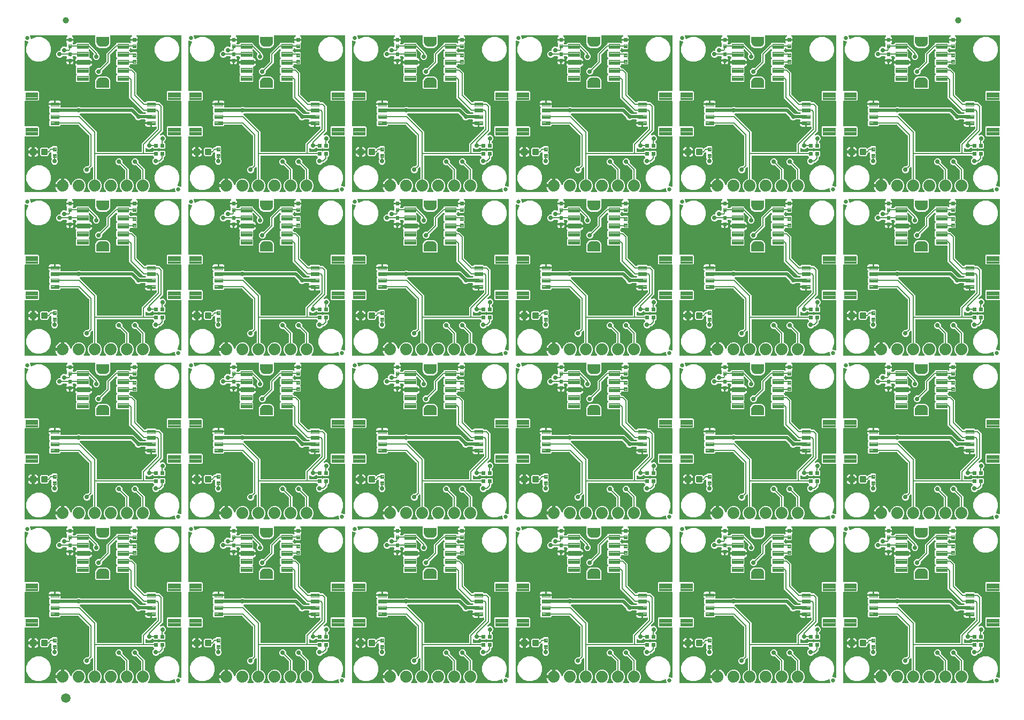
<source format=gtl>
G04 EAGLE Gerber RS-274X export*
G75*
%MOMM*%
%FSLAX34Y34*%
%LPD*%
%INTop Copper*%
%IPPOS*%
%AMOC8*
5,1,8,0,0,1.08239X$1,22.5*%
G01*
%ADD10C,0.635000*%
%ADD11C,0.102000*%
%ADD12C,0.096000*%
%ADD13C,1.879600*%
%ADD14C,0.300000*%
%ADD15C,0.104000*%
%ADD16C,1.192500*%
%ADD17C,1.000000*%
%ADD18C,1.500000*%
%ADD19C,0.736600*%
%ADD20C,0.508000*%
%ADD21C,0.203200*%

G36*
X1089916Y780052D02*
X1089916Y780052D01*
X1090054Y780065D01*
X1090073Y780072D01*
X1090093Y780075D01*
X1090222Y780126D01*
X1090353Y780173D01*
X1090370Y780184D01*
X1090388Y780192D01*
X1090501Y780273D01*
X1090616Y780352D01*
X1090630Y780367D01*
X1090646Y780378D01*
X1090735Y780486D01*
X1090827Y780590D01*
X1090836Y780608D01*
X1090849Y780623D01*
X1090908Y780749D01*
X1090971Y780874D01*
X1090976Y780893D01*
X1090984Y780911D01*
X1091010Y781048D01*
X1091041Y781184D01*
X1091040Y781204D01*
X1091044Y781223D01*
X1091035Y781362D01*
X1091031Y781502D01*
X1091025Y781521D01*
X1091024Y781541D01*
X1090981Y781673D01*
X1090942Y781807D01*
X1090932Y781824D01*
X1090926Y781843D01*
X1090851Y781961D01*
X1090781Y782081D01*
X1090762Y782102D01*
X1090756Y782112D01*
X1090741Y782126D01*
X1090736Y782132D01*
X1089609Y783683D01*
X1088756Y785357D01*
X1088175Y787144D01*
X1088135Y787401D01*
X1098550Y787401D01*
X1098668Y787416D01*
X1098787Y787423D01*
X1098825Y787436D01*
X1098865Y787441D01*
X1098976Y787484D01*
X1099089Y787521D01*
X1099123Y787543D01*
X1099161Y787558D01*
X1099257Y787628D01*
X1099358Y787691D01*
X1099386Y787721D01*
X1099418Y787744D01*
X1099494Y787836D01*
X1099576Y787923D01*
X1099595Y787958D01*
X1099621Y787989D01*
X1099672Y788097D01*
X1099729Y788201D01*
X1099740Y788241D01*
X1099757Y788277D01*
X1099779Y788394D01*
X1099809Y788509D01*
X1099813Y788570D01*
X1099817Y788590D01*
X1099815Y788610D01*
X1099819Y788670D01*
X1099819Y789941D01*
X1101090Y789941D01*
X1101208Y789956D01*
X1101327Y789963D01*
X1101365Y789976D01*
X1101405Y789981D01*
X1101516Y790025D01*
X1101629Y790061D01*
X1101664Y790083D01*
X1101701Y790098D01*
X1101797Y790168D01*
X1101898Y790231D01*
X1101926Y790261D01*
X1101959Y790285D01*
X1102034Y790376D01*
X1102116Y790463D01*
X1102136Y790498D01*
X1102161Y790530D01*
X1102212Y790637D01*
X1102270Y790742D01*
X1102280Y790781D01*
X1102297Y790817D01*
X1102319Y790934D01*
X1102349Y791049D01*
X1102353Y791110D01*
X1102357Y791130D01*
X1102355Y791150D01*
X1102359Y791210D01*
X1102359Y801625D01*
X1102616Y801585D01*
X1104403Y801004D01*
X1106077Y800151D01*
X1107598Y799046D01*
X1108926Y797718D01*
X1110031Y796197D01*
X1110884Y794523D01*
X1111465Y792736D01*
X1111540Y792263D01*
X1111575Y792140D01*
X1111606Y792014D01*
X1111620Y791987D01*
X1111628Y791958D01*
X1111694Y791847D01*
X1111754Y791733D01*
X1111775Y791710D01*
X1111790Y791684D01*
X1111881Y791593D01*
X1111968Y791497D01*
X1111994Y791481D01*
X1112015Y791459D01*
X1112126Y791394D01*
X1112234Y791322D01*
X1112263Y791313D01*
X1112289Y791297D01*
X1112413Y791261D01*
X1112535Y791219D01*
X1112565Y791217D01*
X1112594Y791208D01*
X1112723Y791204D01*
X1112852Y791194D01*
X1112882Y791199D01*
X1112912Y791198D01*
X1113038Y791226D01*
X1113165Y791248D01*
X1113193Y791261D01*
X1113222Y791267D01*
X1113338Y791326D01*
X1113455Y791379D01*
X1113479Y791398D01*
X1113506Y791412D01*
X1113603Y791497D01*
X1113704Y791578D01*
X1113722Y791602D01*
X1113744Y791622D01*
X1113817Y791729D01*
X1113895Y791832D01*
X1113914Y791870D01*
X1113923Y791884D01*
X1113931Y791905D01*
X1113966Y791976D01*
X1115745Y796271D01*
X1118889Y799415D01*
X1122997Y801117D01*
X1127443Y801117D01*
X1131551Y799415D01*
X1134695Y796271D01*
X1136397Y792163D01*
X1136397Y787717D01*
X1134695Y783609D01*
X1133288Y782201D01*
X1133202Y782092D01*
X1133114Y781985D01*
X1133105Y781966D01*
X1133093Y781950D01*
X1133037Y781822D01*
X1132978Y781697D01*
X1132975Y781677D01*
X1132966Y781658D01*
X1132945Y781520D01*
X1132919Y781384D01*
X1132920Y781364D01*
X1132917Y781344D01*
X1132930Y781205D01*
X1132938Y781067D01*
X1132945Y781048D01*
X1132946Y781028D01*
X1132994Y780896D01*
X1133036Y780765D01*
X1133047Y780747D01*
X1133054Y780728D01*
X1133132Y780613D01*
X1133206Y780496D01*
X1133221Y780482D01*
X1133233Y780465D01*
X1133337Y780373D01*
X1133438Y780278D01*
X1133456Y780268D01*
X1133471Y780255D01*
X1133595Y780191D01*
X1133717Y780124D01*
X1133736Y780119D01*
X1133754Y780110D01*
X1133890Y780080D01*
X1134025Y780045D01*
X1134053Y780043D01*
X1134065Y780040D01*
X1134085Y780041D01*
X1134185Y780035D01*
X1141655Y780035D01*
X1141793Y780052D01*
X1141931Y780065D01*
X1141950Y780072D01*
X1141970Y780075D01*
X1142100Y780126D01*
X1142230Y780173D01*
X1142247Y780184D01*
X1142266Y780192D01*
X1142378Y780273D01*
X1142494Y780351D01*
X1142507Y780367D01*
X1142523Y780378D01*
X1142612Y780486D01*
X1142704Y780590D01*
X1142713Y780608D01*
X1142726Y780623D01*
X1142785Y780749D01*
X1142849Y780873D01*
X1142853Y780893D01*
X1142862Y780911D01*
X1142888Y781048D01*
X1142918Y781183D01*
X1142918Y781204D01*
X1142921Y781223D01*
X1142913Y781362D01*
X1142909Y781501D01*
X1142903Y781521D01*
X1142902Y781541D01*
X1142859Y781673D01*
X1142820Y781807D01*
X1142810Y781824D01*
X1142804Y781843D01*
X1142729Y781961D01*
X1142659Y782081D01*
X1142640Y782102D01*
X1142634Y782112D01*
X1142619Y782126D01*
X1142552Y782201D01*
X1141145Y783609D01*
X1139443Y787717D01*
X1139443Y792163D01*
X1141145Y796271D01*
X1144289Y799415D01*
X1147042Y800555D01*
X1147067Y800570D01*
X1147095Y800579D01*
X1147205Y800649D01*
X1147318Y800713D01*
X1147339Y800734D01*
X1147364Y800749D01*
X1147453Y800844D01*
X1147546Y800934D01*
X1147562Y800959D01*
X1147582Y800981D01*
X1147645Y801095D01*
X1147713Y801205D01*
X1147721Y801234D01*
X1147736Y801259D01*
X1147768Y801385D01*
X1147806Y801509D01*
X1147808Y801539D01*
X1147815Y801567D01*
X1147825Y801728D01*
X1147825Y818229D01*
X1147808Y818366D01*
X1147795Y818505D01*
X1147788Y818524D01*
X1147785Y818544D01*
X1147734Y818673D01*
X1147687Y818804D01*
X1147676Y818821D01*
X1147668Y818840D01*
X1147587Y818952D01*
X1147509Y819067D01*
X1147493Y819081D01*
X1147482Y819097D01*
X1147374Y819186D01*
X1147270Y819278D01*
X1147252Y819287D01*
X1147237Y819300D01*
X1147111Y819359D01*
X1146987Y819423D01*
X1146967Y819427D01*
X1146949Y819436D01*
X1146812Y819462D01*
X1146677Y819492D01*
X1146656Y819492D01*
X1146637Y819495D01*
X1146498Y819487D01*
X1146359Y819483D01*
X1146339Y819477D01*
X1146319Y819476D01*
X1146187Y819433D01*
X1146053Y819394D01*
X1146036Y819384D01*
X1146017Y819378D01*
X1145899Y819303D01*
X1145779Y819233D01*
X1145758Y819214D01*
X1145748Y819207D01*
X1145734Y819192D01*
X1145659Y819126D01*
X1143753Y817221D01*
X1143693Y817143D01*
X1143625Y817071D01*
X1143596Y817018D01*
X1143559Y816970D01*
X1143519Y816879D01*
X1143471Y816792D01*
X1143456Y816734D01*
X1143432Y816678D01*
X1143417Y816580D01*
X1143392Y816484D01*
X1143386Y816384D01*
X1143382Y816364D01*
X1143384Y816352D01*
X1143382Y816324D01*
X1143382Y814254D01*
X1142550Y812246D01*
X1141014Y810710D01*
X1139006Y809878D01*
X1136834Y809878D01*
X1134826Y810710D01*
X1133290Y812246D01*
X1132458Y814254D01*
X1132458Y816426D01*
X1133290Y818434D01*
X1134826Y819970D01*
X1136834Y820802D01*
X1138904Y820802D01*
X1139002Y820814D01*
X1139101Y820817D01*
X1139159Y820834D01*
X1139219Y820842D01*
X1139311Y820878D01*
X1139406Y820906D01*
X1139459Y820936D01*
X1139515Y820959D01*
X1139595Y821017D01*
X1139680Y821067D01*
X1139756Y821133D01*
X1139772Y821145D01*
X1139780Y821155D01*
X1139801Y821173D01*
X1141358Y822730D01*
X1141418Y822808D01*
X1141486Y822880D01*
X1141515Y822933D01*
X1141552Y822981D01*
X1141592Y823072D01*
X1141640Y823159D01*
X1141655Y823217D01*
X1141679Y823273D01*
X1141694Y823371D01*
X1141719Y823467D01*
X1141725Y823567D01*
X1141729Y823587D01*
X1141727Y823599D01*
X1141729Y823627D01*
X1141729Y869029D01*
X1141717Y869127D01*
X1141714Y869226D01*
X1141697Y869284D01*
X1141689Y869344D01*
X1141653Y869436D01*
X1141625Y869531D01*
X1141595Y869584D01*
X1141572Y869640D01*
X1141514Y869720D01*
X1141464Y869805D01*
X1141398Y869881D01*
X1141386Y869897D01*
X1141376Y869905D01*
X1141358Y869926D01*
X1125210Y886074D01*
X1125132Y886134D01*
X1125060Y886202D01*
X1125007Y886231D01*
X1124959Y886268D01*
X1124868Y886308D01*
X1124781Y886356D01*
X1124723Y886371D01*
X1124667Y886395D01*
X1124569Y886410D01*
X1124473Y886435D01*
X1124373Y886441D01*
X1124353Y886445D01*
X1124341Y886443D01*
X1124313Y886445D01*
X1096818Y886445D01*
X1096720Y886433D01*
X1096621Y886430D01*
X1096562Y886413D01*
X1096502Y886405D01*
X1096410Y886369D01*
X1096315Y886341D01*
X1096263Y886311D01*
X1096207Y886288D01*
X1096127Y886230D01*
X1096041Y886180D01*
X1095966Y886114D01*
X1095949Y886102D01*
X1095941Y886092D01*
X1095920Y886074D01*
X1094308Y884461D01*
X1079932Y884461D01*
X1078591Y885802D01*
X1078591Y892678D01*
X1079256Y893343D01*
X1079329Y893437D01*
X1079408Y893526D01*
X1079426Y893562D01*
X1079451Y893594D01*
X1079498Y893703D01*
X1079552Y893809D01*
X1079561Y893848D01*
X1079577Y893886D01*
X1079596Y894003D01*
X1079622Y894119D01*
X1079621Y894160D01*
X1079627Y894200D01*
X1079616Y894318D01*
X1079612Y894437D01*
X1079601Y894476D01*
X1079597Y894516D01*
X1079557Y894628D01*
X1079524Y894743D01*
X1079503Y894778D01*
X1079489Y894816D01*
X1079423Y894914D01*
X1079362Y895017D01*
X1079322Y895062D01*
X1079311Y895079D01*
X1079296Y895092D01*
X1079256Y895138D01*
X1078591Y895802D01*
X1078591Y902678D01*
X1079256Y903343D01*
X1079329Y903437D01*
X1079408Y903526D01*
X1079426Y903562D01*
X1079451Y903594D01*
X1079498Y903703D01*
X1079552Y903809D01*
X1079561Y903848D01*
X1079577Y903886D01*
X1079596Y904003D01*
X1079622Y904119D01*
X1079621Y904160D01*
X1079627Y904200D01*
X1079616Y904318D01*
X1079612Y904437D01*
X1079601Y904476D01*
X1079597Y904516D01*
X1079557Y904628D01*
X1079524Y904743D01*
X1079503Y904778D01*
X1079489Y904816D01*
X1079423Y904914D01*
X1079362Y905017D01*
X1079322Y905062D01*
X1079311Y905079D01*
X1079296Y905092D01*
X1079256Y905138D01*
X1078591Y905802D01*
X1078591Y912678D01*
X1078717Y912804D01*
X1078790Y912898D01*
X1078869Y912987D01*
X1078887Y913023D01*
X1078912Y913055D01*
X1078959Y913164D01*
X1079013Y913270D01*
X1079022Y913310D01*
X1079038Y913347D01*
X1079057Y913465D01*
X1079083Y913581D01*
X1079082Y913621D01*
X1079088Y913661D01*
X1079077Y913780D01*
X1079073Y913898D01*
X1079062Y913937D01*
X1079058Y913977D01*
X1079018Y914089D01*
X1078985Y914204D01*
X1078964Y914239D01*
X1078951Y914277D01*
X1078884Y914375D01*
X1078823Y914478D01*
X1078784Y914523D01*
X1078772Y914540D01*
X1078757Y914553D01*
X1078717Y914599D01*
X1078439Y914877D01*
X1078037Y915572D01*
X1077829Y916348D01*
X1077829Y917741D01*
X1086890Y917741D01*
X1087008Y917756D01*
X1087127Y917763D01*
X1087134Y917765D01*
X1087190Y917751D01*
X1087250Y917747D01*
X1087270Y917743D01*
X1087290Y917745D01*
X1087350Y917741D01*
X1096411Y917741D01*
X1096411Y916348D01*
X1096203Y915573D01*
X1096139Y915463D01*
X1096088Y915340D01*
X1096032Y915221D01*
X1096027Y915194D01*
X1096016Y915170D01*
X1095997Y915038D01*
X1095972Y914908D01*
X1095974Y914882D01*
X1095970Y914855D01*
X1095983Y914723D01*
X1095992Y914591D01*
X1096000Y914566D01*
X1096003Y914539D01*
X1096049Y914414D01*
X1096090Y914289D01*
X1096104Y914266D01*
X1096113Y914241D01*
X1096189Y914132D01*
X1096260Y914020D01*
X1096279Y914001D01*
X1096295Y913979D01*
X1096395Y913893D01*
X1096491Y913802D01*
X1096515Y913789D01*
X1096535Y913771D01*
X1096654Y913712D01*
X1096770Y913648D01*
X1096796Y913642D01*
X1096820Y913630D01*
X1096950Y913602D01*
X1097078Y913569D01*
X1097116Y913567D01*
X1097131Y913563D01*
X1097153Y913564D01*
X1097239Y913559D01*
X1121209Y913559D01*
X1121307Y913571D01*
X1121406Y913574D01*
X1121464Y913591D01*
X1121524Y913599D01*
X1121617Y913635D01*
X1121712Y913663D01*
X1121764Y913693D01*
X1121820Y913716D01*
X1121900Y913774D01*
X1121986Y913824D01*
X1122061Y913890D01*
X1122077Y913902D01*
X1122085Y913912D01*
X1122106Y913930D01*
X1122126Y913950D01*
X1124134Y914782D01*
X1126306Y914782D01*
X1128314Y913950D01*
X1128334Y913930D01*
X1128412Y913870D01*
X1128484Y913802D01*
X1128537Y913773D01*
X1128585Y913736D01*
X1128676Y913696D01*
X1128762Y913648D01*
X1128821Y913633D01*
X1128877Y913609D01*
X1128975Y913594D01*
X1129070Y913569D01*
X1129170Y913563D01*
X1129191Y913559D01*
X1129203Y913561D01*
X1129231Y913559D01*
X1211417Y913559D01*
X1219902Y905073D01*
X1219980Y905013D01*
X1220052Y904945D01*
X1220105Y904916D01*
X1220153Y904879D01*
X1220244Y904839D01*
X1220331Y904791D01*
X1220390Y904776D01*
X1220445Y904752D01*
X1220543Y904737D01*
X1220639Y904712D01*
X1220699Y904708D01*
X1222753Y903857D01*
X1222812Y903802D01*
X1222865Y903773D01*
X1222913Y903736D01*
X1223004Y903696D01*
X1223090Y903648D01*
X1223149Y903633D01*
X1223205Y903609D01*
X1223303Y903594D01*
X1223398Y903569D01*
X1223498Y903563D01*
X1223519Y903559D01*
X1223531Y903561D01*
X1223559Y903559D01*
X1230170Y903559D01*
X1230308Y903576D01*
X1230447Y903589D01*
X1230466Y903596D01*
X1230486Y903599D01*
X1230615Y903650D01*
X1230746Y903697D01*
X1230763Y903708D01*
X1230782Y903716D01*
X1230894Y903797D01*
X1231009Y903875D01*
X1231022Y903891D01*
X1231039Y903902D01*
X1231128Y904010D01*
X1231220Y904114D01*
X1231229Y904132D01*
X1231242Y904147D01*
X1231301Y904273D01*
X1231364Y904397D01*
X1231369Y904417D01*
X1231377Y904435D01*
X1231403Y904571D01*
X1231434Y904707D01*
X1231433Y904728D01*
X1231437Y904747D01*
X1231428Y904886D01*
X1231424Y905025D01*
X1231418Y905045D01*
X1231417Y905065D01*
X1231374Y905197D01*
X1231336Y905331D01*
X1231325Y905348D01*
X1231319Y905367D01*
X1231245Y905485D01*
X1231174Y905605D01*
X1231156Y905626D01*
X1231149Y905636D01*
X1231134Y905650D01*
X1231068Y905725D01*
X1230720Y906074D01*
X1230641Y906134D01*
X1230569Y906202D01*
X1230516Y906231D01*
X1230468Y906268D01*
X1230378Y906308D01*
X1230291Y906356D01*
X1230232Y906371D01*
X1230177Y906395D01*
X1230079Y906410D01*
X1229983Y906435D01*
X1229883Y906441D01*
X1229863Y906445D01*
X1229850Y906443D01*
X1229822Y906445D01*
X1227266Y906445D01*
X1204975Y928736D01*
X1204975Y953072D01*
X1204960Y953190D01*
X1204953Y953309D01*
X1204940Y953347D01*
X1204935Y953388D01*
X1204892Y953498D01*
X1204855Y953611D01*
X1204833Y953646D01*
X1204818Y953683D01*
X1204749Y953779D01*
X1204685Y953880D01*
X1204655Y953908D01*
X1204632Y953941D01*
X1204540Y954017D01*
X1204453Y954098D01*
X1204418Y954118D01*
X1204387Y954143D01*
X1204279Y954194D01*
X1204175Y954252D01*
X1204135Y954262D01*
X1204099Y954279D01*
X1203982Y954301D01*
X1203867Y954331D01*
X1203807Y954335D01*
X1203787Y954339D01*
X1203766Y954337D01*
X1203706Y954341D01*
X1185888Y954341D01*
X1184541Y955688D01*
X1184541Y964552D01*
X1185562Y965573D01*
X1185635Y965667D01*
X1185713Y965756D01*
X1185732Y965792D01*
X1185757Y965824D01*
X1185804Y965933D01*
X1185858Y966039D01*
X1185867Y966078D01*
X1185883Y966116D01*
X1185902Y966233D01*
X1185928Y966349D01*
X1185926Y966390D01*
X1185933Y966430D01*
X1185922Y966548D01*
X1185918Y966667D01*
X1185907Y966706D01*
X1185903Y966746D01*
X1185863Y966858D01*
X1185830Y966973D01*
X1185809Y967008D01*
X1185795Y967046D01*
X1185728Y967144D01*
X1185668Y967247D01*
X1185628Y967292D01*
X1185617Y967309D01*
X1185601Y967322D01*
X1185562Y967368D01*
X1184541Y968388D01*
X1184541Y977252D01*
X1185562Y978273D01*
X1185635Y978367D01*
X1185713Y978456D01*
X1185732Y978492D01*
X1185757Y978524D01*
X1185804Y978633D01*
X1185858Y978739D01*
X1185867Y978778D01*
X1185883Y978816D01*
X1185902Y978933D01*
X1185928Y979049D01*
X1185926Y979090D01*
X1185933Y979130D01*
X1185922Y979248D01*
X1185918Y979367D01*
X1185907Y979406D01*
X1185903Y979446D01*
X1185863Y979558D01*
X1185830Y979673D01*
X1185809Y979708D01*
X1185795Y979746D01*
X1185728Y979844D01*
X1185668Y979947D01*
X1185628Y979992D01*
X1185617Y980009D01*
X1185601Y980022D01*
X1185562Y980068D01*
X1184541Y981088D01*
X1184541Y989952D01*
X1185562Y990972D01*
X1185635Y991067D01*
X1185713Y991156D01*
X1185732Y991192D01*
X1185757Y991224D01*
X1185804Y991333D01*
X1185858Y991439D01*
X1185867Y991478D01*
X1185883Y991516D01*
X1185902Y991633D01*
X1185928Y991749D01*
X1185926Y991790D01*
X1185933Y991830D01*
X1185922Y991948D01*
X1185918Y992067D01*
X1185907Y992106D01*
X1185903Y992146D01*
X1185863Y992259D01*
X1185830Y992373D01*
X1185809Y992407D01*
X1185795Y992446D01*
X1185728Y992544D01*
X1185668Y992647D01*
X1185628Y992692D01*
X1185617Y992709D01*
X1185601Y992722D01*
X1185562Y992767D01*
X1184541Y993788D01*
X1184541Y1002652D01*
X1185562Y1003672D01*
X1185634Y1003766D01*
X1185713Y1003856D01*
X1185732Y1003892D01*
X1185757Y1003924D01*
X1185804Y1004033D01*
X1185858Y1004139D01*
X1185867Y1004179D01*
X1185883Y1004216D01*
X1185902Y1004333D01*
X1185928Y1004449D01*
X1185926Y1004490D01*
X1185933Y1004530D01*
X1185922Y1004648D01*
X1185918Y1004767D01*
X1185907Y1004806D01*
X1185903Y1004846D01*
X1185863Y1004958D01*
X1185830Y1005073D01*
X1185809Y1005108D01*
X1185795Y1005146D01*
X1185728Y1005244D01*
X1185668Y1005347D01*
X1185628Y1005392D01*
X1185617Y1005409D01*
X1185601Y1005422D01*
X1185562Y1005467D01*
X1185129Y1005900D01*
X1185035Y1005973D01*
X1184946Y1006052D01*
X1184910Y1006070D01*
X1184878Y1006095D01*
X1184769Y1006142D01*
X1184663Y1006196D01*
X1184623Y1006205D01*
X1184586Y1006221D01*
X1184469Y1006240D01*
X1184352Y1006266D01*
X1184312Y1006265D01*
X1184272Y1006271D01*
X1184153Y1006260D01*
X1184035Y1006256D01*
X1183996Y1006245D01*
X1183955Y1006241D01*
X1183843Y1006201D01*
X1183729Y1006168D01*
X1183694Y1006147D01*
X1183656Y1006134D01*
X1183558Y1006067D01*
X1183455Y1006006D01*
X1183410Y1005966D01*
X1183393Y1005955D01*
X1183380Y1005940D01*
X1183334Y1005900D01*
X1175122Y997688D01*
X1175062Y997610D01*
X1174994Y997538D01*
X1174965Y997485D01*
X1174928Y997437D01*
X1174888Y997346D01*
X1174840Y997259D01*
X1174825Y997201D01*
X1174801Y997145D01*
X1174786Y997047D01*
X1174761Y996951D01*
X1174755Y996851D01*
X1174751Y996831D01*
X1174753Y996819D01*
X1174751Y996791D01*
X1174751Y984870D01*
X1162549Y972669D01*
X1162489Y972591D01*
X1162421Y972519D01*
X1162392Y972466D01*
X1162355Y972418D01*
X1162315Y972327D01*
X1162267Y972240D01*
X1162252Y972182D01*
X1162228Y972126D01*
X1162213Y972028D01*
X1162188Y971932D01*
X1162182Y971832D01*
X1162178Y971812D01*
X1162180Y971800D01*
X1162178Y971772D01*
X1162178Y969702D01*
X1161346Y967694D01*
X1159810Y966158D01*
X1157716Y965291D01*
X1157686Y965274D01*
X1157641Y965291D01*
X1157571Y965299D01*
X1157504Y965316D01*
X1157343Y965326D01*
X1155630Y965326D01*
X1153622Y966158D01*
X1152086Y967694D01*
X1151254Y969702D01*
X1151254Y971874D01*
X1152086Y973882D01*
X1153622Y975418D01*
X1155630Y976250D01*
X1157700Y976250D01*
X1157798Y976262D01*
X1157897Y976265D01*
X1157955Y976282D01*
X1158015Y976290D01*
X1158107Y976326D01*
X1158202Y976354D01*
X1158255Y976384D01*
X1158311Y976407D01*
X1158391Y976465D01*
X1158476Y976515D01*
X1158552Y976581D01*
X1158568Y976593D01*
X1158576Y976603D01*
X1158597Y976621D01*
X1168790Y986814D01*
X1168850Y986892D01*
X1168918Y986964D01*
X1168947Y987017D01*
X1168984Y987065D01*
X1169024Y987156D01*
X1169072Y987243D01*
X1169087Y987301D01*
X1169111Y987357D01*
X1169126Y987455D01*
X1169151Y987551D01*
X1169157Y987651D01*
X1169161Y987671D01*
X1169159Y987683D01*
X1169161Y987711D01*
X1169161Y999632D01*
X1183244Y1013715D01*
X1183272Y1013715D01*
X1183390Y1013730D01*
X1183509Y1013737D01*
X1183547Y1013750D01*
X1183588Y1013755D01*
X1183698Y1013798D01*
X1183811Y1013835D01*
X1183846Y1013857D01*
X1183883Y1013872D01*
X1183979Y1013941D01*
X1184080Y1014005D01*
X1184108Y1014035D01*
X1184141Y1014058D01*
X1184217Y1014150D01*
X1184298Y1014237D01*
X1184318Y1014272D01*
X1184343Y1014303D01*
X1184394Y1014411D01*
X1184452Y1014515D01*
X1184462Y1014555D01*
X1184479Y1014591D01*
X1184501Y1014708D01*
X1184531Y1014823D01*
X1184535Y1014883D01*
X1184539Y1014903D01*
X1184537Y1014924D01*
X1184541Y1014984D01*
X1184541Y1015352D01*
X1185888Y1016699D01*
X1204752Y1016699D01*
X1205412Y1016039D01*
X1205527Y1015949D01*
X1205640Y1015858D01*
X1205652Y1015853D01*
X1205663Y1015844D01*
X1205797Y1015786D01*
X1205929Y1015726D01*
X1205942Y1015723D01*
X1205955Y1015718D01*
X1206099Y1015695D01*
X1206242Y1015669D01*
X1206256Y1015670D01*
X1206269Y1015668D01*
X1206415Y1015682D01*
X1206559Y1015692D01*
X1206572Y1015697D01*
X1206586Y1015698D01*
X1206723Y1015747D01*
X1206861Y1015794D01*
X1206872Y1015801D01*
X1206885Y1015805D01*
X1207006Y1015887D01*
X1207128Y1015967D01*
X1207137Y1015976D01*
X1207148Y1015984D01*
X1207244Y1016093D01*
X1207343Y1016200D01*
X1207350Y1016212D01*
X1207358Y1016222D01*
X1207425Y1016352D01*
X1207494Y1016481D01*
X1207497Y1016494D01*
X1207503Y1016506D01*
X1207535Y1016647D01*
X1207570Y1016789D01*
X1207570Y1016803D01*
X1207573Y1016816D01*
X1207568Y1016961D01*
X1207567Y1017107D01*
X1207563Y1017125D01*
X1207563Y1017134D01*
X1207558Y1017150D01*
X1207535Y1017265D01*
X1207309Y1018108D01*
X1207309Y1019501D01*
X1212620Y1019501D01*
X1212738Y1019516D01*
X1212857Y1019523D01*
X1212864Y1019525D01*
X1212920Y1019511D01*
X1212980Y1019507D01*
X1213000Y1019503D01*
X1213020Y1019505D01*
X1213080Y1019501D01*
X1218391Y1019501D01*
X1218391Y1018108D01*
X1218183Y1017332D01*
X1217781Y1016637D01*
X1217503Y1016359D01*
X1217430Y1016265D01*
X1217351Y1016175D01*
X1217333Y1016139D01*
X1217308Y1016107D01*
X1217261Y1015998D01*
X1217207Y1015892D01*
X1217198Y1015853D01*
X1217182Y1015816D01*
X1217163Y1015698D01*
X1217137Y1015582D01*
X1217138Y1015541D01*
X1217132Y1015501D01*
X1217143Y1015383D01*
X1217147Y1015264D01*
X1217158Y1015225D01*
X1217162Y1015185D01*
X1217202Y1015073D01*
X1217235Y1014958D01*
X1217256Y1014924D01*
X1217269Y1014886D01*
X1217336Y1014787D01*
X1217397Y1014684D01*
X1217436Y1014639D01*
X1217448Y1014622D01*
X1217463Y1014609D01*
X1217503Y1014564D01*
X1217629Y1014438D01*
X1217629Y1007562D01*
X1216288Y1006221D01*
X1209412Y1006221D01*
X1208265Y1007368D01*
X1208156Y1007453D01*
X1208049Y1007542D01*
X1208030Y1007550D01*
X1208014Y1007563D01*
X1207887Y1007618D01*
X1207761Y1007677D01*
X1207741Y1007681D01*
X1207722Y1007689D01*
X1207584Y1007711D01*
X1207448Y1007737D01*
X1207428Y1007736D01*
X1207408Y1007739D01*
X1207269Y1007726D01*
X1207131Y1007717D01*
X1207112Y1007711D01*
X1207092Y1007709D01*
X1206960Y1007662D01*
X1206829Y1007619D01*
X1206811Y1007608D01*
X1206792Y1007602D01*
X1206677Y1007523D01*
X1206560Y1007449D01*
X1206546Y1007434D01*
X1206529Y1007423D01*
X1206437Y1007319D01*
X1206342Y1007217D01*
X1206332Y1007200D01*
X1206319Y1007185D01*
X1206255Y1007060D01*
X1206188Y1006939D01*
X1206183Y1006919D01*
X1206174Y1006901D01*
X1206144Y1006765D01*
X1206109Y1006631D01*
X1206107Y1006603D01*
X1206104Y1006591D01*
X1206105Y1006570D01*
X1206100Y1006489D01*
X1205078Y1005467D01*
X1205005Y1005373D01*
X1204927Y1005284D01*
X1204908Y1005248D01*
X1204883Y1005216D01*
X1204836Y1005107D01*
X1204782Y1005001D01*
X1204773Y1004962D01*
X1204757Y1004924D01*
X1204738Y1004807D01*
X1204712Y1004691D01*
X1204714Y1004650D01*
X1204707Y1004610D01*
X1204718Y1004492D01*
X1204722Y1004373D01*
X1204733Y1004334D01*
X1204737Y1004294D01*
X1204777Y1004181D01*
X1204810Y1004067D01*
X1204831Y1004032D01*
X1204845Y1003994D01*
X1204912Y1003896D01*
X1204972Y1003793D01*
X1205012Y1003748D01*
X1205023Y1003731D01*
X1205039Y1003718D01*
X1205078Y1003672D01*
X1206099Y1002652D01*
X1206099Y1002284D01*
X1206114Y1002166D01*
X1206121Y1002047D01*
X1206134Y1002009D01*
X1206139Y1001968D01*
X1206182Y1001858D01*
X1206219Y1001745D01*
X1206241Y1001710D01*
X1206256Y1001673D01*
X1206325Y1001577D01*
X1206389Y1001476D01*
X1206419Y1001448D01*
X1206442Y1001415D01*
X1206534Y1001339D01*
X1206621Y1001258D01*
X1206656Y1001238D01*
X1206687Y1001213D01*
X1206795Y1001162D01*
X1206899Y1001104D01*
X1206939Y1001094D01*
X1206975Y1001077D01*
X1207092Y1001055D01*
X1207207Y1001025D01*
X1207267Y1001021D01*
X1207287Y1001017D01*
X1207308Y1001019D01*
X1207368Y1001015D01*
X1208252Y1001015D01*
X1208351Y1001027D01*
X1208450Y1001030D01*
X1208508Y1001047D01*
X1208568Y1001055D01*
X1208660Y1001091D01*
X1208755Y1001119D01*
X1208807Y1001149D01*
X1208863Y1001172D01*
X1208944Y1001230D01*
X1209029Y1001280D01*
X1209104Y1001346D01*
X1209121Y1001358D01*
X1209129Y1001368D01*
X1209150Y1001387D01*
X1209412Y1001649D01*
X1216288Y1001649D01*
X1217629Y1000308D01*
X1217629Y993432D01*
X1216964Y992768D01*
X1216891Y992674D01*
X1216812Y992584D01*
X1216794Y992548D01*
X1216769Y992516D01*
X1216722Y992407D01*
X1216668Y992301D01*
X1216659Y992262D01*
X1216643Y992224D01*
X1216624Y992107D01*
X1216598Y991991D01*
X1216599Y991950D01*
X1216593Y991910D01*
X1216604Y991792D01*
X1216608Y991673D01*
X1216619Y991634D01*
X1216623Y991594D01*
X1216663Y991481D01*
X1216696Y991367D01*
X1216717Y991333D01*
X1216731Y991294D01*
X1216797Y991196D01*
X1216858Y991093D01*
X1216898Y991048D01*
X1216909Y991031D01*
X1216924Y991018D01*
X1216964Y990973D01*
X1217629Y990308D01*
X1217629Y983432D01*
X1216288Y982091D01*
X1209412Y982091D01*
X1209150Y982353D01*
X1209072Y982414D01*
X1208999Y982482D01*
X1208946Y982511D01*
X1208899Y982548D01*
X1208808Y982588D01*
X1208721Y982636D01*
X1208662Y982651D01*
X1208607Y982675D01*
X1208509Y982690D01*
X1208413Y982715D01*
X1208313Y982721D01*
X1208293Y982725D01*
X1208280Y982723D01*
X1208252Y982725D01*
X1207368Y982725D01*
X1207250Y982710D01*
X1207131Y982703D01*
X1207093Y982690D01*
X1207052Y982685D01*
X1206942Y982642D01*
X1206829Y982605D01*
X1206794Y982583D01*
X1206757Y982568D01*
X1206661Y982499D01*
X1206560Y982435D01*
X1206532Y982405D01*
X1206499Y982382D01*
X1206423Y982290D01*
X1206342Y982203D01*
X1206322Y982168D01*
X1206297Y982137D01*
X1206246Y982029D01*
X1206188Y981925D01*
X1206178Y981885D01*
X1206161Y981849D01*
X1206139Y981732D01*
X1206109Y981617D01*
X1206105Y981557D01*
X1206101Y981537D01*
X1206103Y981516D01*
X1206099Y981456D01*
X1206099Y981088D01*
X1205078Y980068D01*
X1205005Y979973D01*
X1204927Y979884D01*
X1204908Y979848D01*
X1204883Y979816D01*
X1204836Y979707D01*
X1204782Y979601D01*
X1204773Y979562D01*
X1204757Y979524D01*
X1204738Y979407D01*
X1204712Y979291D01*
X1204714Y979250D01*
X1204707Y979210D01*
X1204718Y979092D01*
X1204722Y978973D01*
X1204733Y978934D01*
X1204737Y978894D01*
X1204777Y978781D01*
X1204810Y978667D01*
X1204831Y978633D01*
X1204845Y978594D01*
X1204912Y978496D01*
X1204972Y978393D01*
X1205012Y978348D01*
X1205023Y978331D01*
X1205039Y978318D01*
X1205078Y978273D01*
X1206099Y977252D01*
X1206099Y976884D01*
X1206114Y976766D01*
X1206121Y976647D01*
X1206134Y976609D01*
X1206139Y976568D01*
X1206182Y976458D01*
X1206219Y976345D01*
X1206241Y976310D01*
X1206256Y976273D01*
X1206325Y976177D01*
X1206389Y976076D01*
X1206419Y976048D01*
X1206442Y976015D01*
X1206534Y975939D01*
X1206621Y975858D01*
X1206656Y975838D01*
X1206687Y975813D01*
X1206795Y975762D01*
X1206899Y975704D01*
X1206939Y975694D01*
X1206975Y975677D01*
X1207092Y975655D01*
X1207207Y975625D01*
X1207267Y975621D01*
X1207287Y975617D01*
X1207308Y975619D01*
X1207368Y975615D01*
X1209944Y975615D01*
X1216661Y968898D01*
X1216661Y935133D01*
X1216673Y935035D01*
X1216676Y934936D01*
X1216693Y934878D01*
X1216701Y934818D01*
X1216737Y934726D01*
X1216765Y934631D01*
X1216795Y934578D01*
X1216818Y934522D01*
X1216876Y934442D01*
X1216926Y934357D01*
X1216992Y934281D01*
X1217004Y934265D01*
X1217014Y934257D01*
X1217032Y934236D01*
X1228862Y922406D01*
X1228940Y922346D01*
X1229012Y922278D01*
X1229065Y922249D01*
X1229113Y922212D01*
X1229204Y922172D01*
X1229291Y922124D01*
X1229349Y922109D01*
X1229405Y922085D01*
X1229503Y922070D01*
X1229599Y922045D01*
X1229699Y922039D01*
X1229719Y922035D01*
X1229731Y922037D01*
X1229759Y922035D01*
X1229822Y922035D01*
X1229920Y922047D01*
X1230019Y922050D01*
X1230078Y922067D01*
X1230138Y922075D01*
X1230230Y922111D01*
X1230325Y922139D01*
X1230377Y922169D01*
X1230433Y922192D01*
X1230513Y922250D01*
X1230599Y922300D01*
X1230674Y922366D01*
X1230691Y922378D01*
X1230699Y922388D01*
X1230720Y922406D01*
X1232332Y924019D01*
X1246708Y924019D01*
X1248320Y922406D01*
X1248399Y922346D01*
X1248471Y922278D01*
X1248524Y922249D01*
X1248572Y922212D01*
X1248663Y922172D01*
X1248749Y922124D01*
X1248808Y922109D01*
X1248863Y922085D01*
X1248961Y922070D01*
X1249057Y922045D01*
X1249157Y922039D01*
X1249177Y922035D01*
X1249190Y922037D01*
X1249218Y922035D01*
X1252856Y922035D01*
X1258571Y916320D01*
X1258571Y876666D01*
X1253756Y871852D01*
X1253713Y871797D01*
X1253663Y871748D01*
X1253616Y871671D01*
X1253561Y871600D01*
X1253533Y871536D01*
X1253497Y871477D01*
X1253470Y871391D01*
X1253435Y871308D01*
X1253424Y871239D01*
X1253403Y871173D01*
X1253399Y871083D01*
X1253385Y870994D01*
X1253391Y870925D01*
X1253388Y870855D01*
X1253406Y870767D01*
X1253415Y870678D01*
X1253438Y870612D01*
X1253452Y870544D01*
X1253492Y870463D01*
X1253522Y870378D01*
X1253561Y870321D01*
X1253592Y870258D01*
X1253650Y870190D01*
X1253701Y870115D01*
X1253753Y870069D01*
X1253798Y870016D01*
X1253872Y869964D01*
X1253939Y869905D01*
X1254001Y869873D01*
X1254058Y869833D01*
X1254142Y869801D01*
X1254222Y869760D01*
X1254291Y869745D01*
X1254356Y869720D01*
X1254445Y869710D01*
X1254533Y869691D01*
X1254602Y869693D01*
X1254672Y869685D01*
X1254761Y869698D01*
X1254851Y869700D01*
X1254918Y869720D01*
X1254987Y869729D01*
X1255139Y869781D01*
X1256468Y870332D01*
X1258640Y870332D01*
X1260648Y869500D01*
X1262184Y867964D01*
X1263016Y865956D01*
X1263016Y863784D01*
X1262184Y861776D01*
X1260540Y860132D01*
X1260467Y860038D01*
X1260388Y859949D01*
X1260370Y859913D01*
X1260345Y859881D01*
X1260298Y859771D01*
X1260244Y859665D01*
X1260235Y859626D01*
X1260219Y859589D01*
X1260200Y859471D01*
X1260174Y859355D01*
X1260175Y859315D01*
X1260169Y859275D01*
X1260180Y859156D01*
X1260184Y859037D01*
X1260195Y858998D01*
X1260199Y858958D01*
X1260239Y858846D01*
X1260272Y858732D01*
X1260292Y858697D01*
X1260306Y858659D01*
X1260373Y858560D01*
X1260434Y858458D01*
X1260473Y858412D01*
X1260485Y858396D01*
X1260500Y858382D01*
X1260540Y858337D01*
X1261999Y856878D01*
X1261999Y850002D01*
X1260658Y848661D01*
X1253782Y848661D01*
X1253117Y849326D01*
X1253023Y849399D01*
X1252934Y849478D01*
X1252898Y849496D01*
X1252866Y849521D01*
X1252757Y849568D01*
X1252651Y849622D01*
X1252612Y849631D01*
X1252574Y849647D01*
X1252457Y849666D01*
X1252341Y849692D01*
X1252300Y849691D01*
X1252260Y849697D01*
X1252142Y849686D01*
X1252023Y849682D01*
X1251984Y849671D01*
X1251944Y849667D01*
X1251832Y849627D01*
X1251717Y849594D01*
X1251682Y849573D01*
X1251644Y849559D01*
X1251546Y849493D01*
X1251443Y849432D01*
X1251398Y849392D01*
X1251381Y849381D01*
X1251368Y849366D01*
X1251322Y849326D01*
X1250658Y848661D01*
X1243782Y848661D01*
X1242497Y849946D01*
X1242403Y850019D01*
X1242314Y850098D01*
X1242278Y850116D01*
X1242246Y850141D01*
X1242137Y850188D01*
X1242031Y850242D01*
X1241991Y850251D01*
X1241954Y850267D01*
X1241836Y850286D01*
X1241720Y850312D01*
X1241680Y850311D01*
X1241640Y850317D01*
X1241521Y850306D01*
X1241402Y850302D01*
X1241364Y850291D01*
X1241323Y850287D01*
X1241211Y850247D01*
X1241097Y850214D01*
X1241062Y850194D01*
X1241024Y850180D01*
X1240926Y850113D01*
X1240823Y850053D01*
X1240778Y850013D01*
X1240761Y850001D01*
X1240747Y849986D01*
X1240702Y849946D01*
X1239566Y848810D01*
X1237558Y847978D01*
X1235386Y847978D01*
X1233378Y848810D01*
X1232797Y849390D01*
X1232688Y849475D01*
X1232581Y849564D01*
X1232562Y849573D01*
X1232546Y849585D01*
X1232418Y849641D01*
X1232293Y849700D01*
X1232273Y849704D01*
X1232254Y849712D01*
X1232116Y849734D01*
X1231980Y849760D01*
X1231960Y849758D01*
X1231940Y849762D01*
X1231801Y849749D01*
X1231663Y849740D01*
X1231644Y849734D01*
X1231624Y849732D01*
X1231493Y849685D01*
X1231361Y849642D01*
X1231343Y849631D01*
X1231324Y849624D01*
X1231210Y849546D01*
X1231092Y849472D01*
X1231078Y849457D01*
X1231061Y849446D01*
X1230969Y849342D01*
X1230874Y849240D01*
X1230864Y849222D01*
X1230851Y849207D01*
X1230788Y849083D01*
X1230720Y848962D01*
X1230715Y848942D01*
X1230706Y848924D01*
X1230676Y848788D01*
X1230641Y848654D01*
X1230639Y848626D01*
X1230636Y848614D01*
X1230637Y848593D01*
X1230631Y848493D01*
X1230631Y844804D01*
X1230646Y844686D01*
X1230653Y844567D01*
X1230666Y844529D01*
X1230671Y844488D01*
X1230714Y844378D01*
X1230751Y844265D01*
X1230773Y844230D01*
X1230788Y844193D01*
X1230857Y844097D01*
X1230921Y843996D01*
X1230951Y843968D01*
X1230974Y843935D01*
X1231066Y843859D01*
X1231153Y843778D01*
X1231188Y843758D01*
X1231219Y843733D01*
X1231327Y843682D01*
X1231431Y843624D01*
X1231471Y843614D01*
X1231507Y843597D01*
X1231624Y843575D01*
X1231739Y843545D01*
X1231799Y843541D01*
X1231819Y843537D01*
X1231840Y843539D01*
X1231900Y843535D01*
X1241272Y843535D01*
X1241370Y843547D01*
X1241469Y843550D01*
X1241528Y843567D01*
X1241588Y843575D01*
X1241680Y843611D01*
X1241775Y843639D01*
X1241827Y843669D01*
X1241883Y843692D01*
X1241963Y843750D01*
X1242049Y843800D01*
X1242124Y843866D01*
X1242141Y843878D01*
X1242149Y843888D01*
X1242170Y843906D01*
X1243782Y845519D01*
X1250658Y845519D01*
X1251322Y844854D01*
X1251416Y844781D01*
X1251506Y844702D01*
X1251542Y844684D01*
X1251574Y844659D01*
X1251683Y844612D01*
X1251789Y844558D01*
X1251828Y844549D01*
X1251866Y844533D01*
X1251983Y844514D01*
X1252099Y844488D01*
X1252140Y844489D01*
X1252180Y844483D01*
X1252298Y844494D01*
X1252417Y844498D01*
X1252456Y844509D01*
X1252496Y844513D01*
X1252609Y844553D01*
X1252723Y844586D01*
X1252757Y844607D01*
X1252796Y844621D01*
X1252894Y844687D01*
X1252997Y844748D01*
X1253042Y844788D01*
X1253059Y844799D01*
X1253072Y844814D01*
X1253117Y844854D01*
X1253782Y845519D01*
X1260658Y845519D01*
X1261999Y844178D01*
X1261999Y837302D01*
X1260386Y835690D01*
X1260326Y835611D01*
X1260258Y835539D01*
X1260229Y835486D01*
X1260192Y835438D01*
X1260152Y835347D01*
X1260104Y835261D01*
X1260089Y835202D01*
X1260065Y835147D01*
X1260050Y835049D01*
X1260025Y834953D01*
X1260019Y834853D01*
X1260015Y834833D01*
X1260017Y834820D01*
X1260015Y834792D01*
X1260015Y831882D01*
X1254394Y826261D01*
X1252595Y826261D01*
X1252497Y826249D01*
X1252398Y826246D01*
X1252340Y826229D01*
X1252280Y826221D01*
X1252187Y826185D01*
X1252092Y826157D01*
X1252040Y826127D01*
X1251984Y826104D01*
X1251904Y826046D01*
X1251818Y825996D01*
X1251743Y825930D01*
X1251727Y825918D01*
X1251719Y825908D01*
X1251698Y825890D01*
X1250234Y824426D01*
X1248226Y823594D01*
X1246054Y823594D01*
X1244046Y824426D01*
X1242510Y825962D01*
X1241678Y827970D01*
X1241678Y830142D01*
X1242510Y832150D01*
X1244154Y833795D01*
X1244233Y833896D01*
X1244305Y833978D01*
X1244313Y833993D01*
X1244328Y834011D01*
X1244337Y834030D01*
X1244349Y834046D01*
X1244401Y834165D01*
X1244450Y834261D01*
X1244454Y834278D01*
X1244464Y834299D01*
X1244468Y834319D01*
X1244476Y834338D01*
X1244496Y834467D01*
X1244520Y834571D01*
X1244519Y834588D01*
X1244524Y834612D01*
X1244522Y834632D01*
X1244526Y834652D01*
X1244513Y834782D01*
X1244510Y834889D01*
X1244505Y834905D01*
X1244504Y834929D01*
X1244498Y834948D01*
X1244496Y834968D01*
X1244452Y835091D01*
X1244422Y835195D01*
X1244413Y835209D01*
X1244406Y835231D01*
X1244395Y835249D01*
X1244388Y835268D01*
X1244316Y835375D01*
X1244260Y835469D01*
X1244244Y835487D01*
X1244236Y835500D01*
X1244221Y835514D01*
X1244210Y835531D01*
X1244191Y835547D01*
X1244154Y835590D01*
X1242170Y837574D01*
X1242091Y837634D01*
X1242019Y837702D01*
X1241966Y837731D01*
X1241918Y837768D01*
X1241827Y837808D01*
X1241741Y837856D01*
X1241682Y837871D01*
X1241627Y837895D01*
X1241529Y837910D01*
X1241433Y837935D01*
X1241333Y837941D01*
X1241313Y837945D01*
X1241300Y837943D01*
X1241272Y837945D01*
X1154684Y837945D01*
X1154566Y837930D01*
X1154447Y837923D01*
X1154409Y837910D01*
X1154368Y837905D01*
X1154258Y837862D01*
X1154145Y837825D01*
X1154110Y837803D01*
X1154073Y837788D01*
X1153977Y837719D01*
X1153876Y837655D01*
X1153848Y837625D01*
X1153815Y837602D01*
X1153739Y837510D01*
X1153658Y837423D01*
X1153638Y837388D01*
X1153613Y837357D01*
X1153562Y837249D01*
X1153504Y837145D01*
X1153494Y837105D01*
X1153477Y837069D01*
X1153455Y836952D01*
X1153425Y836837D01*
X1153421Y836777D01*
X1153417Y836757D01*
X1153419Y836736D01*
X1153415Y836676D01*
X1153415Y801728D01*
X1153418Y801699D01*
X1153416Y801669D01*
X1153438Y801541D01*
X1153455Y801413D01*
X1153465Y801385D01*
X1153470Y801356D01*
X1153524Y801237D01*
X1153572Y801117D01*
X1153589Y801093D01*
X1153601Y801066D01*
X1153682Y800965D01*
X1153758Y800860D01*
X1153781Y800841D01*
X1153800Y800818D01*
X1153903Y800740D01*
X1154003Y800657D01*
X1154030Y800644D01*
X1154054Y800626D01*
X1154198Y800555D01*
X1156951Y799415D01*
X1160095Y796271D01*
X1161797Y792163D01*
X1161797Y787717D01*
X1160095Y783609D01*
X1158688Y782201D01*
X1158602Y782092D01*
X1158514Y781985D01*
X1158505Y781966D01*
X1158493Y781950D01*
X1158437Y781822D01*
X1158378Y781697D01*
X1158375Y781677D01*
X1158366Y781658D01*
X1158345Y781520D01*
X1158319Y781384D01*
X1158320Y781364D01*
X1158317Y781344D01*
X1158330Y781205D01*
X1158338Y781067D01*
X1158345Y781048D01*
X1158346Y781028D01*
X1158394Y780896D01*
X1158436Y780765D01*
X1158447Y780747D01*
X1158454Y780728D01*
X1158532Y780613D01*
X1158606Y780496D01*
X1158621Y780482D01*
X1158633Y780465D01*
X1158737Y780373D01*
X1158838Y780278D01*
X1158856Y780268D01*
X1158871Y780255D01*
X1158995Y780191D01*
X1159117Y780124D01*
X1159136Y780119D01*
X1159154Y780110D01*
X1159290Y780080D01*
X1159425Y780045D01*
X1159453Y780043D01*
X1159465Y780040D01*
X1159485Y780041D01*
X1159585Y780035D01*
X1167055Y780035D01*
X1167193Y780052D01*
X1167331Y780065D01*
X1167350Y780072D01*
X1167370Y780075D01*
X1167500Y780126D01*
X1167630Y780173D01*
X1167647Y780184D01*
X1167666Y780192D01*
X1167778Y780273D01*
X1167894Y780351D01*
X1167907Y780367D01*
X1167923Y780378D01*
X1168012Y780486D01*
X1168104Y780590D01*
X1168113Y780608D01*
X1168126Y780623D01*
X1168185Y780749D01*
X1168249Y780873D01*
X1168253Y780893D01*
X1168262Y780911D01*
X1168288Y781048D01*
X1168318Y781183D01*
X1168318Y781204D01*
X1168321Y781223D01*
X1168313Y781362D01*
X1168309Y781501D01*
X1168303Y781521D01*
X1168302Y781541D01*
X1168259Y781673D01*
X1168220Y781807D01*
X1168210Y781824D01*
X1168204Y781843D01*
X1168129Y781961D01*
X1168059Y782081D01*
X1168040Y782102D01*
X1168034Y782112D01*
X1168019Y782126D01*
X1167952Y782201D01*
X1166545Y783609D01*
X1164843Y787717D01*
X1164843Y792163D01*
X1166545Y796271D01*
X1169689Y799415D01*
X1173797Y801117D01*
X1178243Y801117D01*
X1182351Y799415D01*
X1185495Y796271D01*
X1187197Y792163D01*
X1187197Y787717D01*
X1185495Y783609D01*
X1184088Y782201D01*
X1184002Y782092D01*
X1183914Y781985D01*
X1183905Y781966D01*
X1183893Y781950D01*
X1183837Y781822D01*
X1183778Y781697D01*
X1183775Y781677D01*
X1183766Y781658D01*
X1183745Y781520D01*
X1183719Y781384D01*
X1183720Y781364D01*
X1183717Y781344D01*
X1183730Y781205D01*
X1183738Y781067D01*
X1183745Y781048D01*
X1183746Y781028D01*
X1183794Y780896D01*
X1183836Y780765D01*
X1183847Y780747D01*
X1183854Y780728D01*
X1183932Y780613D01*
X1184006Y780496D01*
X1184021Y780482D01*
X1184033Y780465D01*
X1184137Y780373D01*
X1184238Y780278D01*
X1184256Y780268D01*
X1184271Y780255D01*
X1184395Y780191D01*
X1184517Y780124D01*
X1184536Y780119D01*
X1184554Y780110D01*
X1184690Y780080D01*
X1184825Y780045D01*
X1184853Y780043D01*
X1184865Y780040D01*
X1184885Y780041D01*
X1184985Y780035D01*
X1192455Y780035D01*
X1192593Y780052D01*
X1192731Y780065D01*
X1192750Y780072D01*
X1192770Y780075D01*
X1192900Y780126D01*
X1193030Y780173D01*
X1193047Y780184D01*
X1193066Y780192D01*
X1193178Y780273D01*
X1193294Y780351D01*
X1193307Y780367D01*
X1193323Y780378D01*
X1193412Y780486D01*
X1193504Y780590D01*
X1193513Y780608D01*
X1193526Y780623D01*
X1193585Y780749D01*
X1193649Y780873D01*
X1193653Y780893D01*
X1193662Y780911D01*
X1193688Y781048D01*
X1193718Y781183D01*
X1193718Y781204D01*
X1193721Y781223D01*
X1193713Y781362D01*
X1193709Y781501D01*
X1193703Y781521D01*
X1193702Y781541D01*
X1193659Y781673D01*
X1193620Y781807D01*
X1193610Y781824D01*
X1193604Y781843D01*
X1193529Y781961D01*
X1193459Y782081D01*
X1193440Y782102D01*
X1193434Y782112D01*
X1193419Y782126D01*
X1193352Y782201D01*
X1191945Y783609D01*
X1190243Y787717D01*
X1190243Y792163D01*
X1191945Y796271D01*
X1195089Y799415D01*
X1197842Y800555D01*
X1197867Y800570D01*
X1197895Y800579D01*
X1198005Y800649D01*
X1198118Y800713D01*
X1198139Y800734D01*
X1198164Y800749D01*
X1198253Y800844D01*
X1198346Y800934D01*
X1198362Y800959D01*
X1198382Y800981D01*
X1198445Y801095D01*
X1198513Y801205D01*
X1198521Y801234D01*
X1198536Y801259D01*
X1198568Y801385D01*
X1198606Y801509D01*
X1198608Y801539D01*
X1198615Y801567D01*
X1198625Y801728D01*
X1198625Y813657D01*
X1198613Y813755D01*
X1198610Y813854D01*
X1198593Y813912D01*
X1198585Y813972D01*
X1198549Y814064D01*
X1198521Y814159D01*
X1198491Y814212D01*
X1198468Y814268D01*
X1198410Y814348D01*
X1198360Y814433D01*
X1198294Y814509D01*
X1198282Y814525D01*
X1198272Y814533D01*
X1198254Y814554D01*
X1190601Y822207D01*
X1190523Y822267D01*
X1190451Y822335D01*
X1190398Y822364D01*
X1190350Y822401D01*
X1190259Y822441D01*
X1190172Y822489D01*
X1190114Y822504D01*
X1190058Y822528D01*
X1189960Y822543D01*
X1189864Y822568D01*
X1189764Y822574D01*
X1189744Y822578D01*
X1189732Y822576D01*
X1189704Y822578D01*
X1187634Y822578D01*
X1185626Y823410D01*
X1184090Y824946D01*
X1183258Y826954D01*
X1183258Y829126D01*
X1184090Y831134D01*
X1185626Y832670D01*
X1187634Y833502D01*
X1189806Y833502D01*
X1191814Y832670D01*
X1193350Y831134D01*
X1194182Y829126D01*
X1194182Y827056D01*
X1194194Y826958D01*
X1194197Y826859D01*
X1194214Y826801D01*
X1194222Y826741D01*
X1194258Y826649D01*
X1194286Y826554D01*
X1194316Y826501D01*
X1194339Y826445D01*
X1194397Y826365D01*
X1194447Y826280D01*
X1194513Y826204D01*
X1194525Y826188D01*
X1194535Y826180D01*
X1194553Y826159D01*
X1202206Y818506D01*
X1204215Y816498D01*
X1204215Y801728D01*
X1204218Y801699D01*
X1204216Y801669D01*
X1204238Y801541D01*
X1204255Y801413D01*
X1204265Y801385D01*
X1204270Y801356D01*
X1204324Y801237D01*
X1204372Y801117D01*
X1204389Y801093D01*
X1204401Y801066D01*
X1204482Y800965D01*
X1204558Y800860D01*
X1204581Y800841D01*
X1204600Y800818D01*
X1204703Y800740D01*
X1204803Y800657D01*
X1204830Y800644D01*
X1204854Y800626D01*
X1204998Y800555D01*
X1207751Y799415D01*
X1210895Y796271D01*
X1212597Y792163D01*
X1212597Y787717D01*
X1210895Y783609D01*
X1209488Y782201D01*
X1209402Y782092D01*
X1209314Y781985D01*
X1209305Y781966D01*
X1209293Y781950D01*
X1209237Y781822D01*
X1209178Y781697D01*
X1209175Y781677D01*
X1209166Y781658D01*
X1209145Y781520D01*
X1209119Y781384D01*
X1209120Y781364D01*
X1209117Y781344D01*
X1209130Y781205D01*
X1209138Y781067D01*
X1209145Y781048D01*
X1209146Y781028D01*
X1209194Y780896D01*
X1209236Y780765D01*
X1209247Y780747D01*
X1209254Y780728D01*
X1209332Y780613D01*
X1209406Y780496D01*
X1209421Y780482D01*
X1209433Y780465D01*
X1209537Y780373D01*
X1209638Y780278D01*
X1209656Y780268D01*
X1209671Y780255D01*
X1209795Y780191D01*
X1209917Y780124D01*
X1209936Y780119D01*
X1209954Y780110D01*
X1210090Y780080D01*
X1210225Y780045D01*
X1210253Y780043D01*
X1210265Y780040D01*
X1210285Y780041D01*
X1210385Y780035D01*
X1217855Y780035D01*
X1217993Y780052D01*
X1218131Y780065D01*
X1218150Y780072D01*
X1218170Y780075D01*
X1218300Y780126D01*
X1218430Y780173D01*
X1218447Y780184D01*
X1218466Y780192D01*
X1218578Y780273D01*
X1218694Y780351D01*
X1218707Y780367D01*
X1218723Y780378D01*
X1218812Y780486D01*
X1218904Y780590D01*
X1218913Y780608D01*
X1218926Y780623D01*
X1218985Y780749D01*
X1219049Y780873D01*
X1219053Y780893D01*
X1219062Y780911D01*
X1219088Y781048D01*
X1219118Y781183D01*
X1219118Y781204D01*
X1219121Y781223D01*
X1219113Y781362D01*
X1219109Y781501D01*
X1219103Y781521D01*
X1219102Y781541D01*
X1219059Y781673D01*
X1219020Y781807D01*
X1219010Y781824D01*
X1219004Y781843D01*
X1218929Y781961D01*
X1218859Y782081D01*
X1218840Y782102D01*
X1218834Y782112D01*
X1218819Y782126D01*
X1218752Y782201D01*
X1217345Y783609D01*
X1215643Y787717D01*
X1215643Y792163D01*
X1217345Y796271D01*
X1220489Y799415D01*
X1223242Y800555D01*
X1223267Y800570D01*
X1223295Y800579D01*
X1223405Y800649D01*
X1223518Y800713D01*
X1223539Y800734D01*
X1223564Y800749D01*
X1223653Y800844D01*
X1223746Y800934D01*
X1223762Y800959D01*
X1223782Y800981D01*
X1223845Y801095D01*
X1223913Y801205D01*
X1223921Y801234D01*
X1223936Y801259D01*
X1223968Y801385D01*
X1224006Y801509D01*
X1224008Y801539D01*
X1224015Y801567D01*
X1224025Y801728D01*
X1224025Y813657D01*
X1224013Y813755D01*
X1224010Y813854D01*
X1223993Y813912D01*
X1223985Y813972D01*
X1223949Y814064D01*
X1223921Y814159D01*
X1223891Y814212D01*
X1223868Y814268D01*
X1223810Y814348D01*
X1223760Y814433D01*
X1223694Y814509D01*
X1223682Y814525D01*
X1223672Y814533D01*
X1223654Y814554D01*
X1216001Y822207D01*
X1215923Y822267D01*
X1215851Y822335D01*
X1215798Y822364D01*
X1215750Y822401D01*
X1215659Y822441D01*
X1215572Y822489D01*
X1215514Y822504D01*
X1215458Y822528D01*
X1215360Y822543D01*
X1215264Y822568D01*
X1215164Y822574D01*
X1215144Y822578D01*
X1215132Y822576D01*
X1215104Y822578D01*
X1213034Y822578D01*
X1211026Y823410D01*
X1209490Y824946D01*
X1208658Y826954D01*
X1208658Y829126D01*
X1209490Y831134D01*
X1211026Y832670D01*
X1213034Y833502D01*
X1215206Y833502D01*
X1217214Y832670D01*
X1218750Y831134D01*
X1219582Y829126D01*
X1219582Y827056D01*
X1219594Y826958D01*
X1219597Y826859D01*
X1219614Y826801D01*
X1219622Y826741D01*
X1219658Y826649D01*
X1219686Y826554D01*
X1219716Y826501D01*
X1219739Y826445D01*
X1219797Y826365D01*
X1219847Y826280D01*
X1219913Y826204D01*
X1219925Y826188D01*
X1219935Y826180D01*
X1219953Y826159D01*
X1229615Y816498D01*
X1229615Y801728D01*
X1229618Y801699D01*
X1229616Y801669D01*
X1229638Y801541D01*
X1229655Y801413D01*
X1229665Y801385D01*
X1229670Y801356D01*
X1229724Y801237D01*
X1229772Y801117D01*
X1229789Y801093D01*
X1229801Y801066D01*
X1229882Y800965D01*
X1229958Y800860D01*
X1229981Y800841D01*
X1230000Y800818D01*
X1230103Y800740D01*
X1230203Y800657D01*
X1230230Y800644D01*
X1230254Y800626D01*
X1230398Y800555D01*
X1233151Y799415D01*
X1236295Y796271D01*
X1237997Y792163D01*
X1237997Y787717D01*
X1236295Y783609D01*
X1234888Y782201D01*
X1234802Y782092D01*
X1234714Y781985D01*
X1234705Y781966D01*
X1234693Y781950D01*
X1234637Y781822D01*
X1234578Y781697D01*
X1234575Y781677D01*
X1234566Y781658D01*
X1234545Y781520D01*
X1234519Y781384D01*
X1234520Y781364D01*
X1234517Y781344D01*
X1234530Y781205D01*
X1234538Y781067D01*
X1234545Y781048D01*
X1234546Y781028D01*
X1234594Y780896D01*
X1234636Y780765D01*
X1234647Y780747D01*
X1234654Y780728D01*
X1234732Y780613D01*
X1234806Y780496D01*
X1234821Y780482D01*
X1234833Y780465D01*
X1234937Y780373D01*
X1235038Y780278D01*
X1235056Y780268D01*
X1235071Y780255D01*
X1235195Y780191D01*
X1235317Y780124D01*
X1235336Y780119D01*
X1235354Y780110D01*
X1235490Y780080D01*
X1235625Y780045D01*
X1235653Y780043D01*
X1235665Y780040D01*
X1235685Y780041D01*
X1235785Y780035D01*
X1277332Y780035D01*
X1277381Y780041D01*
X1277431Y780039D01*
X1277538Y780061D01*
X1277648Y780075D01*
X1277694Y780093D01*
X1277742Y780103D01*
X1277841Y780151D01*
X1277943Y780192D01*
X1277983Y780221D01*
X1278028Y780243D01*
X1278112Y780314D01*
X1278201Y780378D01*
X1278232Y780417D01*
X1278270Y780449D01*
X1278333Y780539D01*
X1278403Y780623D01*
X1278425Y780668D01*
X1278453Y780709D01*
X1278492Y780812D01*
X1278539Y780911D01*
X1278548Y780960D01*
X1278566Y781006D01*
X1278578Y781116D01*
X1278599Y781223D01*
X1278596Y781273D01*
X1278601Y781322D01*
X1278586Y781431D01*
X1278579Y781541D01*
X1278564Y781588D01*
X1278557Y781637D01*
X1278505Y781790D01*
X1277746Y783621D01*
X1277746Y784883D01*
X1277740Y784932D01*
X1277742Y784982D01*
X1277720Y785089D01*
X1277706Y785199D01*
X1277688Y785245D01*
X1277678Y785293D01*
X1277630Y785392D01*
X1277589Y785494D01*
X1277560Y785534D01*
X1277538Y785579D01*
X1277467Y785663D01*
X1277403Y785752D01*
X1277364Y785783D01*
X1277332Y785821D01*
X1277242Y785884D01*
X1277158Y785954D01*
X1277113Y785976D01*
X1277072Y786004D01*
X1276969Y786043D01*
X1276870Y786090D01*
X1276821Y786099D01*
X1276775Y786117D01*
X1276665Y786129D01*
X1276558Y786150D01*
X1276508Y786147D01*
X1276459Y786152D01*
X1276350Y786137D01*
X1276240Y786130D01*
X1276193Y786115D01*
X1276144Y786108D01*
X1275991Y786056D01*
X1268811Y783081D01*
X1261029Y783081D01*
X1253841Y786059D01*
X1248339Y791561D01*
X1245361Y798749D01*
X1245361Y806531D01*
X1248339Y813719D01*
X1253841Y819221D01*
X1261029Y822199D01*
X1268811Y822199D01*
X1275999Y819221D01*
X1281501Y813719D01*
X1284479Y806531D01*
X1284479Y798749D01*
X1281404Y791328D01*
X1281402Y791319D01*
X1281398Y791311D01*
X1281396Y791303D01*
X1281357Y791222D01*
X1281354Y791203D01*
X1281346Y791185D01*
X1281324Y791046D01*
X1281297Y790909D01*
X1281299Y790890D01*
X1281296Y790871D01*
X1281309Y790731D01*
X1281317Y790592D01*
X1281323Y790574D01*
X1281325Y790554D01*
X1281372Y790423D01*
X1281415Y790290D01*
X1281426Y790273D01*
X1281432Y790255D01*
X1281511Y790139D01*
X1281585Y790021D01*
X1281600Y790007D01*
X1281611Y789991D01*
X1281715Y789899D01*
X1281817Y789803D01*
X1281834Y789794D01*
X1281849Y789781D01*
X1281973Y789717D01*
X1282096Y789649D01*
X1282114Y789645D01*
X1282132Y789636D01*
X1282268Y789605D01*
X1282403Y789570D01*
X1282430Y789568D01*
X1282442Y789566D01*
X1282462Y789566D01*
X1282564Y789560D01*
X1283685Y789560D01*
X1285597Y788768D01*
X1285609Y788759D01*
X1285737Y788703D01*
X1285863Y788644D01*
X1285883Y788640D01*
X1285901Y788632D01*
X1286039Y788610D01*
X1286176Y788584D01*
X1286195Y788585D01*
X1286215Y788582D01*
X1286354Y788595D01*
X1286493Y788604D01*
X1286512Y788610D01*
X1286532Y788612D01*
X1286663Y788659D01*
X1286795Y788702D01*
X1286812Y788712D01*
X1286831Y788719D01*
X1286946Y788797D01*
X1287064Y788872D01*
X1287078Y788886D01*
X1287094Y788898D01*
X1287186Y789002D01*
X1287282Y789103D01*
X1287292Y789121D01*
X1287305Y789136D01*
X1287368Y789260D01*
X1287436Y789382D01*
X1287441Y789401D01*
X1287450Y789419D01*
X1287480Y789555D01*
X1287515Y789690D01*
X1287517Y789718D01*
X1287519Y789729D01*
X1287519Y789750D01*
X1287525Y789851D01*
X1287525Y867192D01*
X1287510Y867310D01*
X1287503Y867429D01*
X1287490Y867467D01*
X1287485Y867508D01*
X1287442Y867618D01*
X1287405Y867731D01*
X1287383Y867766D01*
X1287368Y867803D01*
X1287299Y867899D01*
X1287235Y868000D01*
X1287205Y868028D01*
X1287182Y868061D01*
X1287090Y868137D01*
X1287003Y868218D01*
X1286968Y868238D01*
X1286937Y868263D01*
X1286829Y868314D01*
X1286725Y868372D01*
X1286685Y868382D01*
X1286649Y868399D01*
X1286532Y868421D01*
X1286417Y868451D01*
X1286357Y868455D01*
X1286337Y868459D01*
X1286316Y868457D01*
X1286256Y868461D01*
X1265814Y868461D01*
X1264491Y869784D01*
X1264491Y882696D01*
X1265814Y884019D01*
X1286256Y884019D01*
X1286374Y884034D01*
X1286493Y884041D01*
X1286531Y884054D01*
X1286572Y884059D01*
X1286682Y884102D01*
X1286795Y884139D01*
X1286830Y884161D01*
X1286867Y884176D01*
X1286963Y884245D01*
X1287064Y884309D01*
X1287092Y884339D01*
X1287125Y884362D01*
X1287201Y884454D01*
X1287282Y884541D01*
X1287302Y884576D01*
X1287327Y884607D01*
X1287378Y884715D01*
X1287436Y884819D01*
X1287446Y884859D01*
X1287463Y884895D01*
X1287485Y885012D01*
X1287515Y885127D01*
X1287519Y885187D01*
X1287523Y885207D01*
X1287521Y885228D01*
X1287525Y885288D01*
X1287525Y923192D01*
X1287510Y923310D01*
X1287503Y923429D01*
X1287490Y923467D01*
X1287485Y923508D01*
X1287442Y923618D01*
X1287405Y923731D01*
X1287383Y923766D01*
X1287368Y923803D01*
X1287299Y923899D01*
X1287235Y924000D01*
X1287205Y924028D01*
X1287182Y924061D01*
X1287090Y924137D01*
X1287003Y924218D01*
X1286968Y924238D01*
X1286937Y924263D01*
X1286829Y924314D01*
X1286725Y924372D01*
X1286685Y924382D01*
X1286649Y924399D01*
X1286532Y924421D01*
X1286417Y924451D01*
X1286357Y924455D01*
X1286337Y924459D01*
X1286316Y924457D01*
X1286256Y924461D01*
X1265814Y924461D01*
X1264491Y925784D01*
X1264491Y938696D01*
X1265814Y940019D01*
X1286256Y940019D01*
X1286374Y940034D01*
X1286493Y940041D01*
X1286531Y940054D01*
X1286572Y940059D01*
X1286682Y940102D01*
X1286795Y940139D01*
X1286830Y940161D01*
X1286867Y940176D01*
X1286963Y940245D01*
X1287064Y940309D01*
X1287092Y940339D01*
X1287125Y940362D01*
X1287201Y940454D01*
X1287282Y940541D01*
X1287302Y940576D01*
X1287327Y940607D01*
X1287378Y940715D01*
X1287436Y940819D01*
X1287446Y940859D01*
X1287463Y940895D01*
X1287485Y941012D01*
X1287515Y941127D01*
X1287519Y941187D01*
X1287523Y941207D01*
X1287521Y941228D01*
X1287525Y941288D01*
X1287525Y1027176D01*
X1287510Y1027294D01*
X1287503Y1027413D01*
X1287490Y1027451D01*
X1287485Y1027492D01*
X1287442Y1027602D01*
X1287405Y1027715D01*
X1287383Y1027750D01*
X1287368Y1027787D01*
X1287299Y1027883D01*
X1287235Y1027984D01*
X1287205Y1028012D01*
X1287182Y1028045D01*
X1287090Y1028121D01*
X1287003Y1028202D01*
X1286968Y1028222D01*
X1286937Y1028247D01*
X1286829Y1028298D01*
X1286725Y1028356D01*
X1286685Y1028366D01*
X1286649Y1028383D01*
X1286532Y1028405D01*
X1286417Y1028435D01*
X1286357Y1028439D01*
X1286337Y1028443D01*
X1286316Y1028441D01*
X1286256Y1028445D01*
X1217596Y1028445D01*
X1217451Y1028427D01*
X1217306Y1028412D01*
X1217293Y1028407D01*
X1217280Y1028405D01*
X1217145Y1028352D01*
X1217008Y1028301D01*
X1216997Y1028293D01*
X1216984Y1028288D01*
X1216866Y1028203D01*
X1216747Y1028120D01*
X1216738Y1028110D01*
X1216727Y1028102D01*
X1216634Y1027989D01*
X1216539Y1027879D01*
X1216533Y1027867D01*
X1216524Y1027857D01*
X1216462Y1027725D01*
X1216397Y1027594D01*
X1216394Y1027581D01*
X1216389Y1027569D01*
X1216361Y1027426D01*
X1216331Y1027283D01*
X1216331Y1027270D01*
X1216329Y1027257D01*
X1216338Y1027111D01*
X1216344Y1026965D01*
X1216348Y1026953D01*
X1216349Y1026939D01*
X1216394Y1026801D01*
X1216436Y1026661D01*
X1216443Y1026649D01*
X1216447Y1026637D01*
X1216525Y1026513D01*
X1216600Y1026389D01*
X1216610Y1026379D01*
X1216617Y1026368D01*
X1216723Y1026268D01*
X1216827Y1026166D01*
X1216842Y1026156D01*
X1216848Y1026150D01*
X1216863Y1026142D01*
X1216961Y1026077D01*
X1217213Y1025931D01*
X1217781Y1025363D01*
X1218183Y1024668D01*
X1218391Y1023892D01*
X1218391Y1022499D01*
X1213080Y1022499D01*
X1212962Y1022484D01*
X1212843Y1022477D01*
X1212836Y1022475D01*
X1212780Y1022489D01*
X1212720Y1022493D01*
X1212700Y1022497D01*
X1212680Y1022495D01*
X1212620Y1022499D01*
X1207309Y1022499D01*
X1207309Y1023892D01*
X1207517Y1024668D01*
X1207919Y1025363D01*
X1208487Y1025931D01*
X1208739Y1026077D01*
X1208856Y1026165D01*
X1208973Y1026250D01*
X1208982Y1026261D01*
X1208992Y1026269D01*
X1209083Y1026383D01*
X1209176Y1026495D01*
X1209182Y1026508D01*
X1209190Y1026518D01*
X1209250Y1026652D01*
X1209311Y1026783D01*
X1209314Y1026796D01*
X1209319Y1026809D01*
X1209344Y1026953D01*
X1209371Y1027096D01*
X1209370Y1027109D01*
X1209373Y1027122D01*
X1209360Y1027268D01*
X1209351Y1027413D01*
X1209347Y1027426D01*
X1209346Y1027439D01*
X1209298Y1027577D01*
X1209253Y1027715D01*
X1209246Y1027727D01*
X1209242Y1027740D01*
X1209161Y1027861D01*
X1209083Y1027984D01*
X1209073Y1027993D01*
X1209066Y1028005D01*
X1208958Y1028102D01*
X1208852Y1028202D01*
X1208840Y1028209D01*
X1208830Y1028218D01*
X1208701Y1028285D01*
X1208573Y1028356D01*
X1208560Y1028359D01*
X1208548Y1028365D01*
X1208406Y1028399D01*
X1208265Y1028435D01*
X1208247Y1028436D01*
X1208239Y1028438D01*
X1208221Y1028438D01*
X1208104Y1028445D01*
X1176418Y1028445D01*
X1176300Y1028430D01*
X1176181Y1028423D01*
X1176143Y1028410D01*
X1176102Y1028405D01*
X1175992Y1028362D01*
X1175879Y1028325D01*
X1175844Y1028303D01*
X1175807Y1028288D01*
X1175711Y1028219D01*
X1175610Y1028155D01*
X1175582Y1028125D01*
X1175549Y1028102D01*
X1175473Y1028010D01*
X1175392Y1027923D01*
X1175372Y1027888D01*
X1175347Y1027857D01*
X1175296Y1027749D01*
X1175238Y1027645D01*
X1175228Y1027605D01*
X1175211Y1027569D01*
X1175189Y1027452D01*
X1175159Y1027337D01*
X1175155Y1027277D01*
X1175151Y1027257D01*
X1175153Y1027236D01*
X1175149Y1027176D01*
X1175149Y1015438D01*
X1175134Y1015343D01*
X1175109Y1015247D01*
X1175103Y1015147D01*
X1175099Y1015127D01*
X1175101Y1015115D01*
X1175099Y1015087D01*
X1175099Y1014393D01*
X1173920Y1011547D01*
X1171743Y1009370D01*
X1168897Y1008191D01*
X1157743Y1008191D01*
X1154897Y1009370D01*
X1152720Y1011547D01*
X1151541Y1014393D01*
X1151541Y1015087D01*
X1151529Y1015185D01*
X1151526Y1015284D01*
X1151509Y1015342D01*
X1151501Y1015402D01*
X1151491Y1015428D01*
X1151491Y1027176D01*
X1151476Y1027294D01*
X1151469Y1027413D01*
X1151456Y1027451D01*
X1151451Y1027492D01*
X1151408Y1027602D01*
X1151371Y1027715D01*
X1151349Y1027750D01*
X1151334Y1027787D01*
X1151265Y1027883D01*
X1151201Y1027984D01*
X1151171Y1028012D01*
X1151148Y1028045D01*
X1151056Y1028121D01*
X1150969Y1028202D01*
X1150934Y1028222D01*
X1150903Y1028247D01*
X1150795Y1028298D01*
X1150691Y1028356D01*
X1150651Y1028366D01*
X1150615Y1028383D01*
X1150498Y1028405D01*
X1150383Y1028435D01*
X1150323Y1028439D01*
X1150303Y1028443D01*
X1150282Y1028441D01*
X1150222Y1028445D01*
X1115742Y1028445D01*
X1115597Y1028427D01*
X1115452Y1028412D01*
X1115439Y1028407D01*
X1115426Y1028405D01*
X1115291Y1028352D01*
X1115154Y1028301D01*
X1115143Y1028293D01*
X1115130Y1028288D01*
X1115012Y1028203D01*
X1114893Y1028120D01*
X1114884Y1028109D01*
X1114873Y1028102D01*
X1114780Y1027989D01*
X1114685Y1027879D01*
X1114679Y1027867D01*
X1114670Y1027857D01*
X1114608Y1027725D01*
X1114543Y1027594D01*
X1114540Y1027581D01*
X1114535Y1027569D01*
X1114507Y1027426D01*
X1114477Y1027283D01*
X1114477Y1027270D01*
X1114475Y1027257D01*
X1114484Y1027111D01*
X1114490Y1026965D01*
X1114494Y1026953D01*
X1114495Y1026939D01*
X1114540Y1026800D01*
X1114582Y1026661D01*
X1114588Y1026649D01*
X1114593Y1026637D01*
X1114671Y1026513D01*
X1114746Y1026389D01*
X1114756Y1026379D01*
X1114763Y1026368D01*
X1114869Y1026268D01*
X1114973Y1026166D01*
X1114988Y1026156D01*
X1114994Y1026150D01*
X1115009Y1026142D01*
X1115107Y1026077D01*
X1115359Y1025931D01*
X1115927Y1025363D01*
X1116329Y1024668D01*
X1116537Y1023892D01*
X1116537Y1022499D01*
X1111226Y1022499D01*
X1111108Y1022484D01*
X1110989Y1022477D01*
X1110982Y1022475D01*
X1110926Y1022489D01*
X1110866Y1022493D01*
X1110846Y1022497D01*
X1110826Y1022495D01*
X1110766Y1022499D01*
X1105455Y1022499D01*
X1105455Y1023892D01*
X1105663Y1024668D01*
X1106065Y1025363D01*
X1106633Y1025931D01*
X1106885Y1026077D01*
X1107001Y1026165D01*
X1107119Y1026250D01*
X1107128Y1026261D01*
X1107138Y1026269D01*
X1107229Y1026383D01*
X1107322Y1026495D01*
X1107328Y1026508D01*
X1107336Y1026518D01*
X1107395Y1026652D01*
X1107457Y1026783D01*
X1107460Y1026796D01*
X1107465Y1026809D01*
X1107490Y1026953D01*
X1107517Y1027096D01*
X1107516Y1027109D01*
X1107519Y1027122D01*
X1107506Y1027268D01*
X1107497Y1027413D01*
X1107493Y1027426D01*
X1107492Y1027439D01*
X1107444Y1027577D01*
X1107399Y1027715D01*
X1107392Y1027727D01*
X1107388Y1027740D01*
X1107307Y1027861D01*
X1107229Y1027984D01*
X1107219Y1027993D01*
X1107212Y1028005D01*
X1107104Y1028102D01*
X1106998Y1028202D01*
X1106986Y1028209D01*
X1106976Y1028218D01*
X1106846Y1028286D01*
X1106719Y1028356D01*
X1106706Y1028359D01*
X1106694Y1028365D01*
X1106551Y1028399D01*
X1106411Y1028435D01*
X1106393Y1028436D01*
X1106385Y1028438D01*
X1106367Y1028438D01*
X1106250Y1028445D01*
X1049185Y1028445D01*
X1049046Y1028428D01*
X1048908Y1028415D01*
X1048889Y1028408D01*
X1048869Y1028405D01*
X1048740Y1028354D01*
X1048608Y1028307D01*
X1048592Y1028296D01*
X1048573Y1028288D01*
X1048460Y1028206D01*
X1048345Y1028128D01*
X1048332Y1028113D01*
X1048316Y1028102D01*
X1048227Y1027994D01*
X1048135Y1027890D01*
X1048126Y1027872D01*
X1048113Y1027857D01*
X1048054Y1027731D01*
X1047991Y1027606D01*
X1047986Y1027587D01*
X1047978Y1027569D01*
X1047952Y1027432D01*
X1047921Y1027296D01*
X1047922Y1027276D01*
X1047918Y1027257D01*
X1047927Y1027117D01*
X1047931Y1026978D01*
X1047936Y1026959D01*
X1047938Y1026939D01*
X1047981Y1026807D01*
X1048019Y1026673D01*
X1048030Y1026656D01*
X1048036Y1026637D01*
X1048084Y1026560D01*
X1048894Y1024605D01*
X1048894Y1023597D01*
X1048900Y1023548D01*
X1048898Y1023498D01*
X1048920Y1023391D01*
X1048934Y1023281D01*
X1048952Y1023235D01*
X1048962Y1023187D01*
X1049010Y1023088D01*
X1049051Y1022986D01*
X1049080Y1022946D01*
X1049102Y1022901D01*
X1049173Y1022817D01*
X1049237Y1022728D01*
X1049276Y1022697D01*
X1049308Y1022659D01*
X1049398Y1022596D01*
X1049482Y1022526D01*
X1049527Y1022504D01*
X1049568Y1022476D01*
X1049671Y1022437D01*
X1049770Y1022390D01*
X1049819Y1022381D01*
X1049865Y1022363D01*
X1049975Y1022351D01*
X1050082Y1022330D01*
X1050132Y1022333D01*
X1050181Y1022328D01*
X1050290Y1022343D01*
X1050400Y1022350D01*
X1050447Y1022365D01*
X1050496Y1022372D01*
X1050649Y1022424D01*
X1057829Y1025399D01*
X1065611Y1025399D01*
X1072799Y1022421D01*
X1078301Y1016919D01*
X1081279Y1009731D01*
X1081279Y1001949D01*
X1078301Y994761D01*
X1072799Y989259D01*
X1065611Y986281D01*
X1057829Y986281D01*
X1050641Y989259D01*
X1045139Y994761D01*
X1042161Y1001950D01*
X1042161Y1009731D01*
X1045136Y1016911D01*
X1045148Y1016956D01*
X1045165Y1016992D01*
X1045165Y1016994D01*
X1045170Y1017004D01*
X1045191Y1017112D01*
X1045220Y1017218D01*
X1045220Y1017268D01*
X1045230Y1017317D01*
X1045223Y1017426D01*
X1045225Y1017536D01*
X1045213Y1017584D01*
X1045210Y1017634D01*
X1045176Y1017738D01*
X1045151Y1017845D01*
X1045127Y1017889D01*
X1045112Y1017936D01*
X1045053Y1018029D01*
X1045002Y1018126D01*
X1044968Y1018163D01*
X1044942Y1018205D01*
X1044862Y1018280D01*
X1044788Y1018362D01*
X1044746Y1018389D01*
X1044710Y1018423D01*
X1044614Y1018476D01*
X1044522Y1018536D01*
X1044475Y1018553D01*
X1044432Y1018577D01*
X1044325Y1018604D01*
X1044221Y1018640D01*
X1044172Y1018644D01*
X1044124Y1018656D01*
X1043963Y1018666D01*
X1042955Y1018666D01*
X1041043Y1019458D01*
X1041031Y1019467D01*
X1040903Y1019523D01*
X1040777Y1019582D01*
X1040757Y1019586D01*
X1040739Y1019594D01*
X1040601Y1019616D01*
X1040464Y1019642D01*
X1040445Y1019641D01*
X1040425Y1019644D01*
X1040286Y1019631D01*
X1040147Y1019622D01*
X1040128Y1019616D01*
X1040108Y1019614D01*
X1039977Y1019567D01*
X1039845Y1019524D01*
X1039828Y1019514D01*
X1039809Y1019507D01*
X1039694Y1019429D01*
X1039576Y1019354D01*
X1039562Y1019340D01*
X1039546Y1019328D01*
X1039454Y1019224D01*
X1039358Y1019123D01*
X1039348Y1019105D01*
X1039335Y1019090D01*
X1039272Y1018966D01*
X1039204Y1018844D01*
X1039199Y1018825D01*
X1039190Y1018807D01*
X1039160Y1018671D01*
X1039125Y1018536D01*
X1039123Y1018508D01*
X1039121Y1018497D01*
X1039121Y1018476D01*
X1039115Y1018375D01*
X1039115Y941288D01*
X1039130Y941170D01*
X1039137Y941051D01*
X1039150Y941013D01*
X1039155Y940972D01*
X1039198Y940862D01*
X1039235Y940749D01*
X1039257Y940714D01*
X1039272Y940677D01*
X1039341Y940581D01*
X1039405Y940480D01*
X1039435Y940452D01*
X1039458Y940419D01*
X1039550Y940343D01*
X1039637Y940262D01*
X1039672Y940242D01*
X1039703Y940217D01*
X1039811Y940166D01*
X1039915Y940108D01*
X1039955Y940098D01*
X1039991Y940081D01*
X1040108Y940059D01*
X1040223Y940029D01*
X1040283Y940025D01*
X1040303Y940021D01*
X1040324Y940023D01*
X1040384Y940019D01*
X1060826Y940019D01*
X1062149Y938696D01*
X1062149Y925784D01*
X1060826Y924461D01*
X1040384Y924461D01*
X1040266Y924446D01*
X1040147Y924439D01*
X1040109Y924426D01*
X1040068Y924421D01*
X1039958Y924378D01*
X1039845Y924341D01*
X1039810Y924319D01*
X1039773Y924304D01*
X1039677Y924235D01*
X1039576Y924171D01*
X1039548Y924141D01*
X1039515Y924118D01*
X1039439Y924026D01*
X1039358Y923939D01*
X1039338Y923904D01*
X1039313Y923873D01*
X1039262Y923765D01*
X1039204Y923661D01*
X1039194Y923621D01*
X1039177Y923585D01*
X1039155Y923468D01*
X1039125Y923353D01*
X1039121Y923293D01*
X1039117Y923273D01*
X1039119Y923252D01*
X1039115Y923192D01*
X1039115Y885288D01*
X1039130Y885170D01*
X1039137Y885051D01*
X1039150Y885013D01*
X1039155Y884972D01*
X1039198Y884862D01*
X1039235Y884749D01*
X1039257Y884714D01*
X1039272Y884677D01*
X1039341Y884581D01*
X1039405Y884480D01*
X1039435Y884452D01*
X1039458Y884419D01*
X1039550Y884343D01*
X1039637Y884262D01*
X1039672Y884242D01*
X1039703Y884217D01*
X1039811Y884166D01*
X1039915Y884108D01*
X1039955Y884098D01*
X1039991Y884081D01*
X1040108Y884059D01*
X1040223Y884029D01*
X1040283Y884025D01*
X1040303Y884021D01*
X1040324Y884023D01*
X1040384Y884019D01*
X1060826Y884019D01*
X1062149Y882696D01*
X1062149Y869784D01*
X1060826Y868461D01*
X1040384Y868461D01*
X1040266Y868446D01*
X1040147Y868439D01*
X1040109Y868426D01*
X1040068Y868421D01*
X1039958Y868378D01*
X1039845Y868341D01*
X1039810Y868319D01*
X1039773Y868304D01*
X1039677Y868235D01*
X1039576Y868171D01*
X1039548Y868141D01*
X1039515Y868118D01*
X1039439Y868026D01*
X1039358Y867939D01*
X1039338Y867904D01*
X1039313Y867873D01*
X1039262Y867765D01*
X1039204Y867661D01*
X1039194Y867621D01*
X1039177Y867585D01*
X1039155Y867468D01*
X1039125Y867353D01*
X1039121Y867293D01*
X1039117Y867273D01*
X1039119Y867252D01*
X1039115Y867192D01*
X1039115Y781304D01*
X1039130Y781186D01*
X1039137Y781067D01*
X1039150Y781029D01*
X1039155Y780988D01*
X1039198Y780878D01*
X1039235Y780765D01*
X1039257Y780730D01*
X1039272Y780693D01*
X1039341Y780597D01*
X1039405Y780496D01*
X1039435Y780468D01*
X1039458Y780435D01*
X1039550Y780359D01*
X1039637Y780278D01*
X1039672Y780258D01*
X1039703Y780233D01*
X1039811Y780182D01*
X1039915Y780124D01*
X1039955Y780114D01*
X1039991Y780097D01*
X1040108Y780075D01*
X1040223Y780045D01*
X1040283Y780041D01*
X1040303Y780037D01*
X1040324Y780039D01*
X1040384Y780035D01*
X1089777Y780035D01*
X1089916Y780052D01*
G37*
G36*
X1089916Y2812D02*
X1089916Y2812D01*
X1090054Y2825D01*
X1090073Y2832D01*
X1090093Y2835D01*
X1090222Y2886D01*
X1090353Y2933D01*
X1090370Y2944D01*
X1090388Y2952D01*
X1090501Y3033D01*
X1090616Y3112D01*
X1090630Y3127D01*
X1090646Y3138D01*
X1090735Y3246D01*
X1090827Y3350D01*
X1090836Y3368D01*
X1090849Y3383D01*
X1090908Y3509D01*
X1090971Y3634D01*
X1090976Y3653D01*
X1090984Y3671D01*
X1091010Y3808D01*
X1091041Y3944D01*
X1091040Y3964D01*
X1091044Y3983D01*
X1091035Y4122D01*
X1091031Y4262D01*
X1091025Y4281D01*
X1091024Y4301D01*
X1090981Y4433D01*
X1090942Y4567D01*
X1090932Y4584D01*
X1090926Y4603D01*
X1090851Y4721D01*
X1090781Y4841D01*
X1090762Y4862D01*
X1090756Y4872D01*
X1090741Y4886D01*
X1090736Y4892D01*
X1089609Y6443D01*
X1088756Y8117D01*
X1088175Y9904D01*
X1088135Y10161D01*
X1098550Y10161D01*
X1098668Y10176D01*
X1098787Y10183D01*
X1098825Y10196D01*
X1098865Y10201D01*
X1098976Y10244D01*
X1099089Y10281D01*
X1099123Y10303D01*
X1099161Y10318D01*
X1099257Y10388D01*
X1099358Y10451D01*
X1099386Y10481D01*
X1099418Y10504D01*
X1099494Y10596D01*
X1099576Y10683D01*
X1099595Y10718D01*
X1099621Y10749D01*
X1099672Y10857D01*
X1099729Y10961D01*
X1099740Y11001D01*
X1099757Y11037D01*
X1099779Y11154D01*
X1099809Y11269D01*
X1099813Y11330D01*
X1099817Y11350D01*
X1099815Y11370D01*
X1099819Y11430D01*
X1099819Y12701D01*
X1101090Y12701D01*
X1101208Y12716D01*
X1101327Y12723D01*
X1101365Y12736D01*
X1101405Y12741D01*
X1101516Y12785D01*
X1101629Y12821D01*
X1101664Y12843D01*
X1101701Y12858D01*
X1101797Y12928D01*
X1101898Y12991D01*
X1101926Y13021D01*
X1101959Y13045D01*
X1102034Y13136D01*
X1102116Y13223D01*
X1102136Y13258D01*
X1102161Y13290D01*
X1102212Y13397D01*
X1102270Y13502D01*
X1102280Y13541D01*
X1102297Y13577D01*
X1102319Y13694D01*
X1102349Y13809D01*
X1102353Y13870D01*
X1102357Y13890D01*
X1102355Y13910D01*
X1102359Y13970D01*
X1102359Y24385D01*
X1102616Y24345D01*
X1104403Y23764D01*
X1106077Y22911D01*
X1107598Y21806D01*
X1108926Y20478D01*
X1110031Y18957D01*
X1110884Y17283D01*
X1111465Y15496D01*
X1111540Y15023D01*
X1111575Y14900D01*
X1111606Y14774D01*
X1111620Y14747D01*
X1111628Y14718D01*
X1111694Y14607D01*
X1111754Y14493D01*
X1111775Y14470D01*
X1111790Y14444D01*
X1111881Y14353D01*
X1111968Y14257D01*
X1111994Y14241D01*
X1112015Y14219D01*
X1112126Y14154D01*
X1112234Y14082D01*
X1112263Y14073D01*
X1112289Y14057D01*
X1112413Y14021D01*
X1112535Y13979D01*
X1112565Y13977D01*
X1112594Y13968D01*
X1112723Y13964D01*
X1112852Y13954D01*
X1112882Y13959D01*
X1112912Y13958D01*
X1113038Y13986D01*
X1113165Y14008D01*
X1113193Y14021D01*
X1113222Y14027D01*
X1113338Y14086D01*
X1113455Y14139D01*
X1113479Y14158D01*
X1113506Y14172D01*
X1113603Y14257D01*
X1113704Y14338D01*
X1113722Y14362D01*
X1113744Y14382D01*
X1113817Y14489D01*
X1113895Y14592D01*
X1113914Y14630D01*
X1113923Y14644D01*
X1113931Y14665D01*
X1113966Y14736D01*
X1115745Y19031D01*
X1118889Y22175D01*
X1122997Y23877D01*
X1127443Y23877D01*
X1131551Y22175D01*
X1134695Y19031D01*
X1136397Y14923D01*
X1136397Y10477D01*
X1134695Y6369D01*
X1133288Y4961D01*
X1133202Y4852D01*
X1133114Y4745D01*
X1133105Y4726D01*
X1133093Y4710D01*
X1133037Y4582D01*
X1132978Y4457D01*
X1132975Y4437D01*
X1132966Y4418D01*
X1132945Y4280D01*
X1132919Y4144D01*
X1132920Y4124D01*
X1132917Y4104D01*
X1132930Y3965D01*
X1132938Y3827D01*
X1132945Y3808D01*
X1132946Y3788D01*
X1132994Y3656D01*
X1133036Y3525D01*
X1133047Y3507D01*
X1133054Y3488D01*
X1133132Y3373D01*
X1133206Y3256D01*
X1133221Y3242D01*
X1133233Y3225D01*
X1133337Y3133D01*
X1133438Y3038D01*
X1133456Y3028D01*
X1133471Y3015D01*
X1133595Y2951D01*
X1133717Y2884D01*
X1133736Y2879D01*
X1133754Y2870D01*
X1133890Y2840D01*
X1134025Y2805D01*
X1134053Y2803D01*
X1134065Y2800D01*
X1134085Y2801D01*
X1134185Y2795D01*
X1141655Y2795D01*
X1141793Y2812D01*
X1141931Y2825D01*
X1141950Y2832D01*
X1141970Y2835D01*
X1142100Y2886D01*
X1142230Y2933D01*
X1142247Y2944D01*
X1142266Y2952D01*
X1142378Y3033D01*
X1142494Y3111D01*
X1142507Y3127D01*
X1142523Y3138D01*
X1142612Y3246D01*
X1142704Y3350D01*
X1142713Y3368D01*
X1142726Y3383D01*
X1142785Y3509D01*
X1142849Y3633D01*
X1142853Y3653D01*
X1142862Y3671D01*
X1142888Y3808D01*
X1142918Y3943D01*
X1142918Y3964D01*
X1142921Y3983D01*
X1142913Y4122D01*
X1142909Y4261D01*
X1142903Y4281D01*
X1142902Y4301D01*
X1142859Y4433D01*
X1142820Y4567D01*
X1142810Y4584D01*
X1142804Y4603D01*
X1142729Y4721D01*
X1142659Y4841D01*
X1142640Y4862D01*
X1142634Y4872D01*
X1142619Y4886D01*
X1142552Y4961D01*
X1141145Y6369D01*
X1139443Y10477D01*
X1139443Y14923D01*
X1141145Y19031D01*
X1144289Y22175D01*
X1147042Y23315D01*
X1147067Y23330D01*
X1147095Y23339D01*
X1147205Y23409D01*
X1147318Y23473D01*
X1147339Y23494D01*
X1147364Y23509D01*
X1147453Y23604D01*
X1147546Y23694D01*
X1147562Y23719D01*
X1147582Y23741D01*
X1147645Y23855D01*
X1147713Y23965D01*
X1147721Y23994D01*
X1147736Y24019D01*
X1147768Y24145D01*
X1147806Y24269D01*
X1147808Y24299D01*
X1147815Y24327D01*
X1147825Y24488D01*
X1147825Y40989D01*
X1147808Y41126D01*
X1147795Y41265D01*
X1147788Y41284D01*
X1147785Y41304D01*
X1147734Y41433D01*
X1147687Y41564D01*
X1147676Y41581D01*
X1147668Y41600D01*
X1147587Y41712D01*
X1147509Y41827D01*
X1147493Y41841D01*
X1147482Y41857D01*
X1147374Y41946D01*
X1147270Y42038D01*
X1147252Y42047D01*
X1147237Y42060D01*
X1147111Y42119D01*
X1146987Y42183D01*
X1146967Y42187D01*
X1146949Y42196D01*
X1146812Y42222D01*
X1146677Y42252D01*
X1146656Y42252D01*
X1146637Y42255D01*
X1146498Y42247D01*
X1146359Y42243D01*
X1146339Y42237D01*
X1146319Y42236D01*
X1146187Y42193D01*
X1146053Y42154D01*
X1146036Y42144D01*
X1146017Y42138D01*
X1145899Y42063D01*
X1145779Y41993D01*
X1145758Y41974D01*
X1145748Y41967D01*
X1145734Y41952D01*
X1145659Y41886D01*
X1143753Y39981D01*
X1143693Y39903D01*
X1143625Y39831D01*
X1143596Y39778D01*
X1143559Y39730D01*
X1143519Y39639D01*
X1143471Y39552D01*
X1143456Y39494D01*
X1143432Y39438D01*
X1143417Y39340D01*
X1143392Y39244D01*
X1143386Y39144D01*
X1143382Y39124D01*
X1143384Y39112D01*
X1143382Y39084D01*
X1143382Y37014D01*
X1142550Y35006D01*
X1141014Y33470D01*
X1139006Y32638D01*
X1136834Y32638D01*
X1134826Y33470D01*
X1133290Y35006D01*
X1132458Y37014D01*
X1132458Y39186D01*
X1133290Y41194D01*
X1134826Y42730D01*
X1136834Y43562D01*
X1138904Y43562D01*
X1139002Y43574D01*
X1139101Y43577D01*
X1139159Y43594D01*
X1139219Y43602D01*
X1139311Y43638D01*
X1139406Y43666D01*
X1139459Y43696D01*
X1139515Y43719D01*
X1139595Y43777D01*
X1139680Y43827D01*
X1139756Y43893D01*
X1139772Y43905D01*
X1139780Y43915D01*
X1139801Y43933D01*
X1141358Y45490D01*
X1141418Y45568D01*
X1141486Y45640D01*
X1141515Y45693D01*
X1141552Y45741D01*
X1141592Y45832D01*
X1141640Y45919D01*
X1141655Y45977D01*
X1141679Y46033D01*
X1141694Y46131D01*
X1141719Y46227D01*
X1141725Y46327D01*
X1141729Y46347D01*
X1141727Y46359D01*
X1141729Y46387D01*
X1141729Y91789D01*
X1141717Y91887D01*
X1141714Y91986D01*
X1141697Y92044D01*
X1141689Y92104D01*
X1141653Y92196D01*
X1141625Y92291D01*
X1141595Y92344D01*
X1141572Y92400D01*
X1141514Y92480D01*
X1141464Y92565D01*
X1141398Y92641D01*
X1141386Y92657D01*
X1141376Y92665D01*
X1141358Y92686D01*
X1125210Y108834D01*
X1125132Y108894D01*
X1125060Y108962D01*
X1125007Y108991D01*
X1124959Y109028D01*
X1124868Y109068D01*
X1124781Y109116D01*
X1124723Y109131D01*
X1124667Y109155D01*
X1124569Y109170D01*
X1124473Y109195D01*
X1124373Y109201D01*
X1124353Y109205D01*
X1124341Y109203D01*
X1124313Y109205D01*
X1096818Y109205D01*
X1096720Y109193D01*
X1096621Y109190D01*
X1096562Y109173D01*
X1096502Y109165D01*
X1096410Y109129D01*
X1096315Y109101D01*
X1096263Y109071D01*
X1096207Y109048D01*
X1096127Y108990D01*
X1096041Y108940D01*
X1095966Y108874D01*
X1095949Y108862D01*
X1095941Y108852D01*
X1095920Y108834D01*
X1094308Y107221D01*
X1079932Y107221D01*
X1078591Y108562D01*
X1078591Y115438D01*
X1079256Y116103D01*
X1079329Y116197D01*
X1079408Y116286D01*
X1079426Y116322D01*
X1079451Y116354D01*
X1079498Y116463D01*
X1079552Y116569D01*
X1079561Y116608D01*
X1079577Y116646D01*
X1079596Y116763D01*
X1079622Y116879D01*
X1079621Y116920D01*
X1079627Y116960D01*
X1079616Y117078D01*
X1079612Y117197D01*
X1079601Y117236D01*
X1079597Y117276D01*
X1079557Y117388D01*
X1079524Y117503D01*
X1079503Y117538D01*
X1079489Y117576D01*
X1079423Y117674D01*
X1079362Y117777D01*
X1079322Y117822D01*
X1079311Y117839D01*
X1079296Y117852D01*
X1079256Y117898D01*
X1078591Y118562D01*
X1078591Y125438D01*
X1079256Y126103D01*
X1079329Y126197D01*
X1079408Y126286D01*
X1079426Y126322D01*
X1079451Y126354D01*
X1079498Y126463D01*
X1079552Y126569D01*
X1079561Y126608D01*
X1079577Y126646D01*
X1079596Y126763D01*
X1079622Y126879D01*
X1079621Y126920D01*
X1079627Y126960D01*
X1079616Y127078D01*
X1079612Y127197D01*
X1079601Y127236D01*
X1079597Y127276D01*
X1079557Y127388D01*
X1079524Y127503D01*
X1079503Y127538D01*
X1079489Y127576D01*
X1079423Y127674D01*
X1079362Y127777D01*
X1079322Y127822D01*
X1079311Y127839D01*
X1079296Y127852D01*
X1079256Y127898D01*
X1078591Y128562D01*
X1078591Y135438D01*
X1078717Y135564D01*
X1078790Y135658D01*
X1078869Y135747D01*
X1078887Y135783D01*
X1078912Y135815D01*
X1078959Y135924D01*
X1079013Y136030D01*
X1079022Y136070D01*
X1079038Y136107D01*
X1079057Y136225D01*
X1079083Y136341D01*
X1079082Y136381D01*
X1079088Y136421D01*
X1079077Y136540D01*
X1079073Y136658D01*
X1079062Y136697D01*
X1079058Y136737D01*
X1079018Y136849D01*
X1078985Y136964D01*
X1078964Y136999D01*
X1078951Y137037D01*
X1078884Y137135D01*
X1078823Y137238D01*
X1078784Y137283D01*
X1078772Y137300D01*
X1078757Y137313D01*
X1078717Y137359D01*
X1078439Y137637D01*
X1078037Y138332D01*
X1077829Y139108D01*
X1077829Y140501D01*
X1086890Y140501D01*
X1087008Y140516D01*
X1087127Y140523D01*
X1087134Y140525D01*
X1087190Y140511D01*
X1087250Y140507D01*
X1087270Y140503D01*
X1087290Y140505D01*
X1087350Y140501D01*
X1096411Y140501D01*
X1096411Y139108D01*
X1096203Y138333D01*
X1096139Y138223D01*
X1096088Y138100D01*
X1096032Y137981D01*
X1096027Y137954D01*
X1096016Y137930D01*
X1095997Y137798D01*
X1095972Y137668D01*
X1095974Y137642D01*
X1095970Y137615D01*
X1095983Y137483D01*
X1095992Y137351D01*
X1096000Y137326D01*
X1096003Y137299D01*
X1096049Y137174D01*
X1096090Y137049D01*
X1096104Y137026D01*
X1096113Y137001D01*
X1096189Y136892D01*
X1096260Y136780D01*
X1096279Y136761D01*
X1096295Y136739D01*
X1096395Y136653D01*
X1096491Y136562D01*
X1096515Y136549D01*
X1096535Y136531D01*
X1096654Y136472D01*
X1096770Y136408D01*
X1096796Y136402D01*
X1096820Y136390D01*
X1096950Y136362D01*
X1097078Y136329D01*
X1097116Y136327D01*
X1097131Y136323D01*
X1097153Y136324D01*
X1097239Y136319D01*
X1121209Y136319D01*
X1121307Y136331D01*
X1121406Y136334D01*
X1121464Y136351D01*
X1121524Y136359D01*
X1121617Y136395D01*
X1121712Y136423D01*
X1121764Y136453D01*
X1121820Y136476D01*
X1121900Y136534D01*
X1121986Y136584D01*
X1122061Y136650D01*
X1122077Y136662D01*
X1122085Y136672D01*
X1122106Y136690D01*
X1122126Y136710D01*
X1124134Y137542D01*
X1126306Y137542D01*
X1128314Y136710D01*
X1128334Y136690D01*
X1128412Y136630D01*
X1128484Y136562D01*
X1128537Y136533D01*
X1128585Y136496D01*
X1128676Y136456D01*
X1128762Y136408D01*
X1128821Y136393D01*
X1128877Y136369D01*
X1128975Y136354D01*
X1129070Y136329D01*
X1129170Y136323D01*
X1129191Y136319D01*
X1129203Y136321D01*
X1129231Y136319D01*
X1211417Y136319D01*
X1219902Y127833D01*
X1219980Y127773D01*
X1220052Y127705D01*
X1220105Y127676D01*
X1220153Y127639D01*
X1220244Y127599D01*
X1220331Y127551D01*
X1220390Y127536D01*
X1220445Y127512D01*
X1220543Y127497D01*
X1220639Y127472D01*
X1220699Y127468D01*
X1222753Y126617D01*
X1222812Y126562D01*
X1222865Y126533D01*
X1222913Y126496D01*
X1223004Y126456D01*
X1223090Y126408D01*
X1223149Y126393D01*
X1223205Y126369D01*
X1223303Y126354D01*
X1223398Y126329D01*
X1223498Y126323D01*
X1223519Y126319D01*
X1223531Y126321D01*
X1223559Y126319D01*
X1230170Y126319D01*
X1230308Y126336D01*
X1230447Y126349D01*
X1230466Y126356D01*
X1230486Y126359D01*
X1230615Y126410D01*
X1230746Y126457D01*
X1230763Y126468D01*
X1230782Y126476D01*
X1230894Y126557D01*
X1231009Y126635D01*
X1231022Y126651D01*
X1231039Y126662D01*
X1231128Y126770D01*
X1231220Y126874D01*
X1231229Y126892D01*
X1231242Y126907D01*
X1231301Y127033D01*
X1231364Y127157D01*
X1231369Y127177D01*
X1231377Y127195D01*
X1231403Y127331D01*
X1231434Y127467D01*
X1231433Y127488D01*
X1231437Y127507D01*
X1231428Y127646D01*
X1231424Y127785D01*
X1231418Y127805D01*
X1231417Y127825D01*
X1231374Y127957D01*
X1231336Y128091D01*
X1231325Y128108D01*
X1231319Y128127D01*
X1231245Y128245D01*
X1231174Y128365D01*
X1231156Y128386D01*
X1231149Y128396D01*
X1231134Y128410D01*
X1231068Y128485D01*
X1230720Y128834D01*
X1230641Y128894D01*
X1230569Y128962D01*
X1230516Y128991D01*
X1230468Y129028D01*
X1230378Y129068D01*
X1230291Y129116D01*
X1230232Y129131D01*
X1230177Y129155D01*
X1230079Y129170D01*
X1229983Y129195D01*
X1229883Y129201D01*
X1229863Y129205D01*
X1229850Y129203D01*
X1229822Y129205D01*
X1227266Y129205D01*
X1204975Y151496D01*
X1204975Y175832D01*
X1204960Y175950D01*
X1204953Y176069D01*
X1204940Y176107D01*
X1204935Y176148D01*
X1204892Y176258D01*
X1204855Y176371D01*
X1204833Y176406D01*
X1204818Y176443D01*
X1204749Y176539D01*
X1204685Y176640D01*
X1204655Y176668D01*
X1204632Y176701D01*
X1204540Y176777D01*
X1204453Y176858D01*
X1204418Y176878D01*
X1204387Y176903D01*
X1204279Y176954D01*
X1204175Y177012D01*
X1204135Y177022D01*
X1204099Y177039D01*
X1203982Y177061D01*
X1203867Y177091D01*
X1203807Y177095D01*
X1203787Y177099D01*
X1203766Y177097D01*
X1203706Y177101D01*
X1185888Y177101D01*
X1184541Y178448D01*
X1184541Y187312D01*
X1185562Y188333D01*
X1185635Y188427D01*
X1185713Y188516D01*
X1185732Y188552D01*
X1185757Y188584D01*
X1185804Y188693D01*
X1185858Y188799D01*
X1185867Y188838D01*
X1185883Y188876D01*
X1185902Y188993D01*
X1185928Y189109D01*
X1185926Y189150D01*
X1185933Y189190D01*
X1185922Y189308D01*
X1185918Y189427D01*
X1185907Y189466D01*
X1185903Y189506D01*
X1185863Y189618D01*
X1185830Y189733D01*
X1185809Y189768D01*
X1185795Y189806D01*
X1185728Y189904D01*
X1185668Y190007D01*
X1185628Y190052D01*
X1185617Y190069D01*
X1185601Y190082D01*
X1185562Y190128D01*
X1184541Y191148D01*
X1184541Y200012D01*
X1185562Y201033D01*
X1185635Y201127D01*
X1185713Y201216D01*
X1185732Y201252D01*
X1185757Y201284D01*
X1185804Y201393D01*
X1185858Y201499D01*
X1185867Y201538D01*
X1185883Y201576D01*
X1185902Y201693D01*
X1185928Y201809D01*
X1185926Y201850D01*
X1185933Y201890D01*
X1185922Y202008D01*
X1185918Y202127D01*
X1185907Y202166D01*
X1185903Y202206D01*
X1185863Y202318D01*
X1185830Y202433D01*
X1185809Y202468D01*
X1185795Y202506D01*
X1185728Y202604D01*
X1185668Y202707D01*
X1185628Y202752D01*
X1185617Y202769D01*
X1185601Y202782D01*
X1185562Y202828D01*
X1184541Y203848D01*
X1184541Y212712D01*
X1185562Y213732D01*
X1185635Y213827D01*
X1185713Y213916D01*
X1185732Y213952D01*
X1185757Y213984D01*
X1185804Y214093D01*
X1185858Y214199D01*
X1185867Y214238D01*
X1185883Y214276D01*
X1185902Y214393D01*
X1185928Y214509D01*
X1185926Y214550D01*
X1185933Y214590D01*
X1185922Y214708D01*
X1185918Y214827D01*
X1185907Y214866D01*
X1185903Y214906D01*
X1185863Y215019D01*
X1185830Y215133D01*
X1185809Y215167D01*
X1185795Y215206D01*
X1185728Y215304D01*
X1185668Y215407D01*
X1185628Y215452D01*
X1185617Y215469D01*
X1185601Y215482D01*
X1185562Y215527D01*
X1184541Y216548D01*
X1184541Y225412D01*
X1185562Y226432D01*
X1185634Y226526D01*
X1185713Y226616D01*
X1185732Y226652D01*
X1185757Y226684D01*
X1185804Y226793D01*
X1185858Y226899D01*
X1185867Y226939D01*
X1185883Y226976D01*
X1185902Y227093D01*
X1185928Y227209D01*
X1185926Y227250D01*
X1185933Y227290D01*
X1185922Y227408D01*
X1185918Y227527D01*
X1185907Y227566D01*
X1185903Y227606D01*
X1185863Y227718D01*
X1185830Y227833D01*
X1185809Y227868D01*
X1185795Y227906D01*
X1185728Y228004D01*
X1185668Y228107D01*
X1185628Y228152D01*
X1185617Y228169D01*
X1185601Y228182D01*
X1185562Y228227D01*
X1185129Y228660D01*
X1185035Y228733D01*
X1184946Y228812D01*
X1184910Y228830D01*
X1184878Y228855D01*
X1184769Y228902D01*
X1184663Y228956D01*
X1184623Y228965D01*
X1184586Y228981D01*
X1184469Y229000D01*
X1184352Y229026D01*
X1184312Y229025D01*
X1184272Y229031D01*
X1184153Y229020D01*
X1184035Y229016D01*
X1183996Y229005D01*
X1183955Y229001D01*
X1183843Y228961D01*
X1183729Y228928D01*
X1183694Y228907D01*
X1183656Y228894D01*
X1183558Y228827D01*
X1183455Y228766D01*
X1183410Y228726D01*
X1183393Y228715D01*
X1183380Y228700D01*
X1183334Y228660D01*
X1175122Y220448D01*
X1175062Y220370D01*
X1174994Y220298D01*
X1174965Y220245D01*
X1174928Y220197D01*
X1174888Y220106D01*
X1174840Y220019D01*
X1174825Y219961D01*
X1174801Y219905D01*
X1174786Y219807D01*
X1174761Y219711D01*
X1174755Y219611D01*
X1174751Y219591D01*
X1174753Y219579D01*
X1174751Y219551D01*
X1174751Y207630D01*
X1162549Y195429D01*
X1162489Y195351D01*
X1162421Y195279D01*
X1162392Y195226D01*
X1162355Y195178D01*
X1162315Y195087D01*
X1162267Y195000D01*
X1162252Y194942D01*
X1162228Y194886D01*
X1162213Y194788D01*
X1162188Y194692D01*
X1162182Y194592D01*
X1162178Y194572D01*
X1162180Y194560D01*
X1162178Y194532D01*
X1162178Y192462D01*
X1161346Y190454D01*
X1159810Y188918D01*
X1157716Y188051D01*
X1157686Y188034D01*
X1157641Y188051D01*
X1157571Y188059D01*
X1157504Y188076D01*
X1157343Y188086D01*
X1155630Y188086D01*
X1153622Y188918D01*
X1152086Y190454D01*
X1151254Y192462D01*
X1151254Y194634D01*
X1152086Y196642D01*
X1153622Y198178D01*
X1155630Y199010D01*
X1157700Y199010D01*
X1157798Y199022D01*
X1157897Y199025D01*
X1157955Y199042D01*
X1158015Y199050D01*
X1158107Y199086D01*
X1158202Y199114D01*
X1158255Y199144D01*
X1158311Y199167D01*
X1158391Y199225D01*
X1158476Y199275D01*
X1158552Y199341D01*
X1158568Y199353D01*
X1158576Y199363D01*
X1158597Y199381D01*
X1168790Y209574D01*
X1168850Y209652D01*
X1168918Y209724D01*
X1168947Y209777D01*
X1168984Y209825D01*
X1169024Y209916D01*
X1169072Y210003D01*
X1169087Y210061D01*
X1169111Y210117D01*
X1169126Y210215D01*
X1169151Y210311D01*
X1169157Y210411D01*
X1169161Y210431D01*
X1169159Y210443D01*
X1169161Y210471D01*
X1169161Y222392D01*
X1183244Y236475D01*
X1183272Y236475D01*
X1183390Y236490D01*
X1183509Y236497D01*
X1183547Y236510D01*
X1183588Y236515D01*
X1183698Y236558D01*
X1183811Y236595D01*
X1183846Y236617D01*
X1183883Y236632D01*
X1183979Y236701D01*
X1184080Y236765D01*
X1184108Y236795D01*
X1184141Y236818D01*
X1184217Y236910D01*
X1184298Y236997D01*
X1184318Y237032D01*
X1184343Y237063D01*
X1184394Y237171D01*
X1184452Y237275D01*
X1184462Y237315D01*
X1184479Y237351D01*
X1184501Y237468D01*
X1184531Y237583D01*
X1184535Y237643D01*
X1184539Y237663D01*
X1184537Y237684D01*
X1184541Y237744D01*
X1184541Y238112D01*
X1185888Y239459D01*
X1204752Y239459D01*
X1205412Y238799D01*
X1205527Y238709D01*
X1205640Y238618D01*
X1205652Y238613D01*
X1205663Y238604D01*
X1205797Y238546D01*
X1205929Y238486D01*
X1205942Y238483D01*
X1205955Y238478D01*
X1206099Y238455D01*
X1206242Y238429D01*
X1206256Y238430D01*
X1206269Y238428D01*
X1206415Y238442D01*
X1206559Y238452D01*
X1206572Y238457D01*
X1206586Y238458D01*
X1206723Y238507D01*
X1206861Y238554D01*
X1206872Y238561D01*
X1206885Y238565D01*
X1207006Y238647D01*
X1207128Y238727D01*
X1207137Y238736D01*
X1207148Y238744D01*
X1207244Y238853D01*
X1207343Y238960D01*
X1207350Y238972D01*
X1207358Y238982D01*
X1207425Y239112D01*
X1207494Y239241D01*
X1207497Y239254D01*
X1207503Y239266D01*
X1207535Y239407D01*
X1207570Y239549D01*
X1207570Y239563D01*
X1207573Y239576D01*
X1207568Y239721D01*
X1207567Y239867D01*
X1207563Y239885D01*
X1207563Y239894D01*
X1207558Y239910D01*
X1207535Y240025D01*
X1207309Y240868D01*
X1207309Y242261D01*
X1212620Y242261D01*
X1212738Y242276D01*
X1212857Y242283D01*
X1212864Y242285D01*
X1212920Y242271D01*
X1212980Y242267D01*
X1213000Y242263D01*
X1213020Y242265D01*
X1213080Y242261D01*
X1218391Y242261D01*
X1218391Y240868D01*
X1218183Y240092D01*
X1217781Y239397D01*
X1217503Y239119D01*
X1217430Y239025D01*
X1217351Y238935D01*
X1217333Y238899D01*
X1217308Y238867D01*
X1217261Y238758D01*
X1217207Y238652D01*
X1217198Y238613D01*
X1217182Y238576D01*
X1217163Y238458D01*
X1217137Y238342D01*
X1217138Y238301D01*
X1217132Y238261D01*
X1217143Y238143D01*
X1217147Y238024D01*
X1217158Y237985D01*
X1217162Y237945D01*
X1217202Y237833D01*
X1217235Y237718D01*
X1217256Y237684D01*
X1217269Y237646D01*
X1217336Y237547D01*
X1217397Y237444D01*
X1217436Y237399D01*
X1217448Y237382D01*
X1217463Y237369D01*
X1217503Y237324D01*
X1217629Y237198D01*
X1217629Y230322D01*
X1216288Y228981D01*
X1209412Y228981D01*
X1208265Y230128D01*
X1208156Y230213D01*
X1208049Y230302D01*
X1208030Y230310D01*
X1208014Y230323D01*
X1207887Y230378D01*
X1207761Y230437D01*
X1207741Y230441D01*
X1207722Y230449D01*
X1207584Y230471D01*
X1207448Y230497D01*
X1207428Y230496D01*
X1207408Y230499D01*
X1207269Y230486D01*
X1207131Y230477D01*
X1207112Y230471D01*
X1207092Y230469D01*
X1206960Y230422D01*
X1206829Y230379D01*
X1206811Y230368D01*
X1206792Y230362D01*
X1206677Y230283D01*
X1206560Y230209D01*
X1206546Y230194D01*
X1206529Y230183D01*
X1206437Y230079D01*
X1206342Y229977D01*
X1206332Y229960D01*
X1206319Y229945D01*
X1206255Y229820D01*
X1206188Y229699D01*
X1206183Y229679D01*
X1206174Y229661D01*
X1206144Y229525D01*
X1206109Y229391D01*
X1206107Y229363D01*
X1206104Y229351D01*
X1206105Y229330D01*
X1206100Y229249D01*
X1205078Y228227D01*
X1205005Y228133D01*
X1204927Y228044D01*
X1204908Y228008D01*
X1204883Y227976D01*
X1204836Y227867D01*
X1204782Y227761D01*
X1204773Y227722D01*
X1204757Y227684D01*
X1204738Y227567D01*
X1204712Y227451D01*
X1204714Y227410D01*
X1204707Y227370D01*
X1204718Y227252D01*
X1204722Y227133D01*
X1204733Y227094D01*
X1204737Y227054D01*
X1204777Y226941D01*
X1204810Y226827D01*
X1204831Y226792D01*
X1204845Y226754D01*
X1204912Y226656D01*
X1204972Y226553D01*
X1205012Y226508D01*
X1205023Y226491D01*
X1205039Y226478D01*
X1205078Y226432D01*
X1206099Y225412D01*
X1206099Y225044D01*
X1206114Y224926D01*
X1206121Y224807D01*
X1206134Y224769D01*
X1206139Y224728D01*
X1206182Y224618D01*
X1206219Y224505D01*
X1206241Y224470D01*
X1206256Y224433D01*
X1206325Y224337D01*
X1206389Y224236D01*
X1206419Y224208D01*
X1206442Y224175D01*
X1206534Y224099D01*
X1206621Y224018D01*
X1206656Y223998D01*
X1206687Y223973D01*
X1206795Y223922D01*
X1206899Y223864D01*
X1206939Y223854D01*
X1206975Y223837D01*
X1207092Y223815D01*
X1207207Y223785D01*
X1207267Y223781D01*
X1207287Y223777D01*
X1207308Y223779D01*
X1207368Y223775D01*
X1208252Y223775D01*
X1208351Y223787D01*
X1208450Y223790D01*
X1208508Y223807D01*
X1208568Y223815D01*
X1208660Y223851D01*
X1208755Y223879D01*
X1208807Y223909D01*
X1208863Y223932D01*
X1208944Y223990D01*
X1209029Y224040D01*
X1209104Y224106D01*
X1209121Y224118D01*
X1209129Y224128D01*
X1209150Y224147D01*
X1209412Y224409D01*
X1216288Y224409D01*
X1217629Y223068D01*
X1217629Y216192D01*
X1216964Y215528D01*
X1216891Y215434D01*
X1216812Y215344D01*
X1216794Y215308D01*
X1216769Y215276D01*
X1216722Y215167D01*
X1216668Y215061D01*
X1216659Y215022D01*
X1216643Y214984D01*
X1216624Y214867D01*
X1216598Y214751D01*
X1216599Y214710D01*
X1216593Y214670D01*
X1216604Y214552D01*
X1216608Y214433D01*
X1216619Y214394D01*
X1216623Y214354D01*
X1216663Y214241D01*
X1216696Y214127D01*
X1216717Y214093D01*
X1216731Y214054D01*
X1216797Y213956D01*
X1216858Y213853D01*
X1216898Y213808D01*
X1216909Y213791D01*
X1216924Y213778D01*
X1216964Y213733D01*
X1217629Y213068D01*
X1217629Y206192D01*
X1216288Y204851D01*
X1209412Y204851D01*
X1209150Y205113D01*
X1209072Y205174D01*
X1208999Y205242D01*
X1208946Y205271D01*
X1208899Y205308D01*
X1208808Y205348D01*
X1208721Y205396D01*
X1208662Y205411D01*
X1208607Y205435D01*
X1208509Y205450D01*
X1208413Y205475D01*
X1208313Y205481D01*
X1208293Y205485D01*
X1208280Y205483D01*
X1208252Y205485D01*
X1207368Y205485D01*
X1207250Y205470D01*
X1207131Y205463D01*
X1207093Y205450D01*
X1207052Y205445D01*
X1206942Y205402D01*
X1206829Y205365D01*
X1206794Y205343D01*
X1206757Y205328D01*
X1206661Y205259D01*
X1206560Y205195D01*
X1206532Y205165D01*
X1206499Y205142D01*
X1206423Y205050D01*
X1206342Y204963D01*
X1206322Y204928D01*
X1206297Y204897D01*
X1206246Y204789D01*
X1206188Y204685D01*
X1206178Y204645D01*
X1206161Y204609D01*
X1206139Y204492D01*
X1206109Y204377D01*
X1206105Y204317D01*
X1206101Y204297D01*
X1206103Y204276D01*
X1206099Y204216D01*
X1206099Y203848D01*
X1205078Y202828D01*
X1205005Y202733D01*
X1204927Y202644D01*
X1204908Y202608D01*
X1204883Y202576D01*
X1204836Y202467D01*
X1204782Y202361D01*
X1204773Y202322D01*
X1204757Y202284D01*
X1204738Y202167D01*
X1204712Y202051D01*
X1204714Y202010D01*
X1204707Y201970D01*
X1204718Y201852D01*
X1204722Y201733D01*
X1204733Y201694D01*
X1204737Y201654D01*
X1204777Y201541D01*
X1204810Y201427D01*
X1204831Y201393D01*
X1204845Y201354D01*
X1204912Y201256D01*
X1204972Y201153D01*
X1205012Y201108D01*
X1205023Y201091D01*
X1205039Y201078D01*
X1205078Y201033D01*
X1206099Y200012D01*
X1206099Y199644D01*
X1206114Y199526D01*
X1206121Y199407D01*
X1206134Y199369D01*
X1206139Y199328D01*
X1206182Y199218D01*
X1206219Y199105D01*
X1206241Y199070D01*
X1206256Y199033D01*
X1206325Y198937D01*
X1206389Y198836D01*
X1206419Y198808D01*
X1206442Y198775D01*
X1206534Y198699D01*
X1206621Y198618D01*
X1206656Y198598D01*
X1206687Y198573D01*
X1206795Y198522D01*
X1206899Y198464D01*
X1206939Y198454D01*
X1206975Y198437D01*
X1207092Y198415D01*
X1207207Y198385D01*
X1207267Y198381D01*
X1207287Y198377D01*
X1207308Y198379D01*
X1207368Y198375D01*
X1209944Y198375D01*
X1216661Y191658D01*
X1216661Y157893D01*
X1216673Y157795D01*
X1216676Y157696D01*
X1216693Y157638D01*
X1216701Y157578D01*
X1216737Y157486D01*
X1216765Y157391D01*
X1216795Y157338D01*
X1216818Y157282D01*
X1216876Y157202D01*
X1216926Y157117D01*
X1216992Y157041D01*
X1217004Y157025D01*
X1217014Y157017D01*
X1217032Y156996D01*
X1228862Y145166D01*
X1228940Y145106D01*
X1229012Y145038D01*
X1229065Y145009D01*
X1229113Y144972D01*
X1229204Y144932D01*
X1229291Y144884D01*
X1229349Y144869D01*
X1229405Y144845D01*
X1229503Y144830D01*
X1229599Y144805D01*
X1229699Y144799D01*
X1229719Y144795D01*
X1229731Y144797D01*
X1229759Y144795D01*
X1229822Y144795D01*
X1229920Y144807D01*
X1230019Y144810D01*
X1230078Y144827D01*
X1230138Y144835D01*
X1230230Y144871D01*
X1230325Y144899D01*
X1230377Y144929D01*
X1230433Y144952D01*
X1230513Y145010D01*
X1230599Y145060D01*
X1230674Y145126D01*
X1230691Y145138D01*
X1230699Y145148D01*
X1230720Y145166D01*
X1232332Y146779D01*
X1246708Y146779D01*
X1248320Y145166D01*
X1248399Y145106D01*
X1248471Y145038D01*
X1248524Y145009D01*
X1248572Y144972D01*
X1248663Y144932D01*
X1248749Y144884D01*
X1248808Y144869D01*
X1248863Y144845D01*
X1248961Y144830D01*
X1249057Y144805D01*
X1249157Y144799D01*
X1249177Y144795D01*
X1249190Y144797D01*
X1249218Y144795D01*
X1252856Y144795D01*
X1258571Y139080D01*
X1258571Y99426D01*
X1253756Y94612D01*
X1253713Y94557D01*
X1253663Y94508D01*
X1253616Y94431D01*
X1253561Y94360D01*
X1253533Y94296D01*
X1253497Y94237D01*
X1253470Y94151D01*
X1253435Y94068D01*
X1253424Y93999D01*
X1253403Y93933D01*
X1253399Y93843D01*
X1253385Y93754D01*
X1253391Y93685D01*
X1253388Y93615D01*
X1253406Y93527D01*
X1253415Y93438D01*
X1253438Y93372D01*
X1253452Y93304D01*
X1253492Y93223D01*
X1253522Y93138D01*
X1253561Y93081D01*
X1253592Y93018D01*
X1253650Y92950D01*
X1253701Y92875D01*
X1253753Y92829D01*
X1253798Y92776D01*
X1253872Y92724D01*
X1253939Y92665D01*
X1254001Y92633D01*
X1254058Y92593D01*
X1254142Y92561D01*
X1254222Y92520D01*
X1254291Y92505D01*
X1254356Y92480D01*
X1254445Y92470D01*
X1254533Y92451D01*
X1254602Y92453D01*
X1254672Y92445D01*
X1254761Y92458D01*
X1254851Y92460D01*
X1254918Y92480D01*
X1254987Y92489D01*
X1255139Y92541D01*
X1256468Y93092D01*
X1258640Y93092D01*
X1260648Y92260D01*
X1262184Y90724D01*
X1263016Y88716D01*
X1263016Y86544D01*
X1262184Y84536D01*
X1260540Y82892D01*
X1260467Y82798D01*
X1260388Y82709D01*
X1260370Y82673D01*
X1260345Y82641D01*
X1260298Y82531D01*
X1260244Y82425D01*
X1260235Y82386D01*
X1260219Y82349D01*
X1260200Y82231D01*
X1260174Y82115D01*
X1260175Y82075D01*
X1260169Y82035D01*
X1260180Y81916D01*
X1260184Y81797D01*
X1260195Y81758D01*
X1260199Y81718D01*
X1260239Y81606D01*
X1260272Y81492D01*
X1260292Y81457D01*
X1260306Y81419D01*
X1260373Y81320D01*
X1260434Y81218D01*
X1260473Y81172D01*
X1260485Y81156D01*
X1260500Y81142D01*
X1260540Y81097D01*
X1261999Y79638D01*
X1261999Y72762D01*
X1260658Y71421D01*
X1253782Y71421D01*
X1253117Y72086D01*
X1253023Y72159D01*
X1252934Y72238D01*
X1252898Y72256D01*
X1252866Y72281D01*
X1252757Y72328D01*
X1252651Y72382D01*
X1252612Y72391D01*
X1252574Y72407D01*
X1252457Y72426D01*
X1252341Y72452D01*
X1252300Y72451D01*
X1252260Y72457D01*
X1252142Y72446D01*
X1252023Y72442D01*
X1251984Y72431D01*
X1251944Y72427D01*
X1251832Y72387D01*
X1251717Y72354D01*
X1251682Y72333D01*
X1251644Y72319D01*
X1251546Y72253D01*
X1251443Y72192D01*
X1251398Y72152D01*
X1251381Y72141D01*
X1251368Y72126D01*
X1251322Y72086D01*
X1250658Y71421D01*
X1243782Y71421D01*
X1242497Y72706D01*
X1242403Y72779D01*
X1242314Y72858D01*
X1242278Y72876D01*
X1242246Y72901D01*
X1242137Y72948D01*
X1242031Y73002D01*
X1241991Y73011D01*
X1241954Y73027D01*
X1241836Y73046D01*
X1241720Y73072D01*
X1241680Y73071D01*
X1241640Y73077D01*
X1241521Y73066D01*
X1241402Y73062D01*
X1241364Y73051D01*
X1241323Y73047D01*
X1241211Y73007D01*
X1241097Y72974D01*
X1241062Y72954D01*
X1241024Y72940D01*
X1240926Y72873D01*
X1240823Y72813D01*
X1240778Y72773D01*
X1240761Y72761D01*
X1240747Y72746D01*
X1240702Y72706D01*
X1239566Y71570D01*
X1237558Y70738D01*
X1235386Y70738D01*
X1233378Y71570D01*
X1232797Y72150D01*
X1232688Y72235D01*
X1232581Y72324D01*
X1232562Y72333D01*
X1232546Y72345D01*
X1232418Y72401D01*
X1232293Y72460D01*
X1232273Y72464D01*
X1232254Y72472D01*
X1232116Y72494D01*
X1231980Y72520D01*
X1231960Y72518D01*
X1231940Y72522D01*
X1231801Y72509D01*
X1231663Y72500D01*
X1231644Y72494D01*
X1231624Y72492D01*
X1231493Y72445D01*
X1231361Y72402D01*
X1231343Y72391D01*
X1231324Y72384D01*
X1231210Y72306D01*
X1231092Y72232D01*
X1231078Y72217D01*
X1231061Y72206D01*
X1230969Y72102D01*
X1230874Y72000D01*
X1230864Y71982D01*
X1230851Y71967D01*
X1230788Y71843D01*
X1230720Y71722D01*
X1230715Y71702D01*
X1230706Y71684D01*
X1230676Y71548D01*
X1230641Y71414D01*
X1230639Y71386D01*
X1230636Y71374D01*
X1230637Y71353D01*
X1230631Y71253D01*
X1230631Y67564D01*
X1230646Y67446D01*
X1230653Y67327D01*
X1230666Y67289D01*
X1230671Y67248D01*
X1230714Y67138D01*
X1230751Y67025D01*
X1230773Y66990D01*
X1230788Y66953D01*
X1230857Y66857D01*
X1230921Y66756D01*
X1230951Y66728D01*
X1230974Y66695D01*
X1231066Y66619D01*
X1231153Y66538D01*
X1231188Y66518D01*
X1231219Y66493D01*
X1231327Y66442D01*
X1231431Y66384D01*
X1231471Y66374D01*
X1231507Y66357D01*
X1231624Y66335D01*
X1231739Y66305D01*
X1231799Y66301D01*
X1231819Y66297D01*
X1231840Y66299D01*
X1231900Y66295D01*
X1241272Y66295D01*
X1241370Y66307D01*
X1241469Y66310D01*
X1241528Y66327D01*
X1241588Y66335D01*
X1241680Y66371D01*
X1241775Y66399D01*
X1241827Y66429D01*
X1241883Y66452D01*
X1241963Y66510D01*
X1242049Y66560D01*
X1242124Y66626D01*
X1242141Y66638D01*
X1242149Y66648D01*
X1242170Y66666D01*
X1243782Y68279D01*
X1250658Y68279D01*
X1251322Y67614D01*
X1251416Y67541D01*
X1251506Y67462D01*
X1251542Y67444D01*
X1251574Y67419D01*
X1251683Y67372D01*
X1251789Y67318D01*
X1251828Y67309D01*
X1251866Y67293D01*
X1251983Y67274D01*
X1252099Y67248D01*
X1252140Y67249D01*
X1252180Y67243D01*
X1252298Y67254D01*
X1252417Y67258D01*
X1252456Y67269D01*
X1252496Y67273D01*
X1252609Y67313D01*
X1252723Y67346D01*
X1252757Y67367D01*
X1252796Y67381D01*
X1252894Y67447D01*
X1252997Y67508D01*
X1253042Y67548D01*
X1253059Y67559D01*
X1253072Y67574D01*
X1253117Y67614D01*
X1253782Y68279D01*
X1260658Y68279D01*
X1261999Y66938D01*
X1261999Y60062D01*
X1260386Y58450D01*
X1260326Y58371D01*
X1260258Y58299D01*
X1260229Y58246D01*
X1260192Y58198D01*
X1260152Y58107D01*
X1260104Y58021D01*
X1260089Y57962D01*
X1260065Y57907D01*
X1260050Y57809D01*
X1260025Y57713D01*
X1260019Y57613D01*
X1260015Y57593D01*
X1260017Y57580D01*
X1260015Y57552D01*
X1260015Y54642D01*
X1254394Y49021D01*
X1252595Y49021D01*
X1252497Y49009D01*
X1252398Y49006D01*
X1252340Y48989D01*
X1252280Y48981D01*
X1252187Y48945D01*
X1252092Y48917D01*
X1252040Y48887D01*
X1251984Y48864D01*
X1251904Y48806D01*
X1251818Y48756D01*
X1251743Y48690D01*
X1251727Y48678D01*
X1251719Y48668D01*
X1251698Y48650D01*
X1250234Y47186D01*
X1248226Y46354D01*
X1246054Y46354D01*
X1244046Y47186D01*
X1242510Y48722D01*
X1241678Y50730D01*
X1241678Y52902D01*
X1242510Y54910D01*
X1244154Y56555D01*
X1244233Y56656D01*
X1244305Y56738D01*
X1244313Y56753D01*
X1244328Y56771D01*
X1244337Y56790D01*
X1244349Y56806D01*
X1244401Y56925D01*
X1244450Y57021D01*
X1244454Y57038D01*
X1244464Y57059D01*
X1244468Y57079D01*
X1244476Y57098D01*
X1244496Y57227D01*
X1244520Y57331D01*
X1244519Y57348D01*
X1244524Y57372D01*
X1244522Y57392D01*
X1244526Y57412D01*
X1244513Y57542D01*
X1244510Y57649D01*
X1244505Y57665D01*
X1244504Y57689D01*
X1244498Y57708D01*
X1244496Y57728D01*
X1244452Y57851D01*
X1244422Y57955D01*
X1244413Y57969D01*
X1244406Y57991D01*
X1244395Y58009D01*
X1244388Y58028D01*
X1244316Y58135D01*
X1244260Y58229D01*
X1244244Y58247D01*
X1244236Y58260D01*
X1244221Y58274D01*
X1244210Y58291D01*
X1244191Y58307D01*
X1244154Y58350D01*
X1242170Y60334D01*
X1242091Y60394D01*
X1242019Y60462D01*
X1241966Y60491D01*
X1241918Y60528D01*
X1241827Y60568D01*
X1241741Y60616D01*
X1241682Y60631D01*
X1241627Y60655D01*
X1241529Y60670D01*
X1241433Y60695D01*
X1241333Y60701D01*
X1241313Y60705D01*
X1241300Y60703D01*
X1241272Y60705D01*
X1154684Y60705D01*
X1154566Y60690D01*
X1154447Y60683D01*
X1154409Y60670D01*
X1154368Y60665D01*
X1154258Y60622D01*
X1154145Y60585D01*
X1154110Y60563D01*
X1154073Y60548D01*
X1153977Y60479D01*
X1153876Y60415D01*
X1153848Y60385D01*
X1153815Y60362D01*
X1153739Y60270D01*
X1153658Y60183D01*
X1153638Y60148D01*
X1153613Y60117D01*
X1153562Y60009D01*
X1153504Y59905D01*
X1153494Y59865D01*
X1153477Y59829D01*
X1153455Y59712D01*
X1153425Y59597D01*
X1153421Y59537D01*
X1153417Y59517D01*
X1153419Y59496D01*
X1153415Y59436D01*
X1153415Y24488D01*
X1153418Y24459D01*
X1153416Y24429D01*
X1153438Y24301D01*
X1153455Y24173D01*
X1153465Y24145D01*
X1153470Y24116D01*
X1153524Y23997D01*
X1153572Y23877D01*
X1153589Y23853D01*
X1153601Y23826D01*
X1153682Y23725D01*
X1153758Y23620D01*
X1153781Y23601D01*
X1153800Y23578D01*
X1153903Y23500D01*
X1154003Y23417D01*
X1154030Y23404D01*
X1154054Y23386D01*
X1154198Y23315D01*
X1156951Y22175D01*
X1160095Y19031D01*
X1161797Y14923D01*
X1161797Y10477D01*
X1160095Y6369D01*
X1158688Y4961D01*
X1158602Y4852D01*
X1158514Y4745D01*
X1158505Y4726D01*
X1158493Y4710D01*
X1158437Y4582D01*
X1158378Y4457D01*
X1158375Y4437D01*
X1158366Y4418D01*
X1158345Y4280D01*
X1158319Y4144D01*
X1158320Y4124D01*
X1158317Y4104D01*
X1158330Y3965D01*
X1158338Y3827D01*
X1158345Y3808D01*
X1158346Y3788D01*
X1158394Y3656D01*
X1158436Y3525D01*
X1158447Y3507D01*
X1158454Y3488D01*
X1158532Y3373D01*
X1158606Y3256D01*
X1158621Y3242D01*
X1158633Y3225D01*
X1158737Y3133D01*
X1158838Y3038D01*
X1158856Y3028D01*
X1158871Y3015D01*
X1158995Y2951D01*
X1159117Y2884D01*
X1159136Y2879D01*
X1159154Y2870D01*
X1159290Y2840D01*
X1159425Y2805D01*
X1159453Y2803D01*
X1159465Y2800D01*
X1159485Y2801D01*
X1159585Y2795D01*
X1167055Y2795D01*
X1167193Y2812D01*
X1167331Y2825D01*
X1167350Y2832D01*
X1167370Y2835D01*
X1167500Y2886D01*
X1167630Y2933D01*
X1167647Y2944D01*
X1167666Y2952D01*
X1167778Y3033D01*
X1167894Y3111D01*
X1167907Y3127D01*
X1167923Y3138D01*
X1168012Y3246D01*
X1168104Y3350D01*
X1168113Y3368D01*
X1168126Y3383D01*
X1168185Y3509D01*
X1168249Y3633D01*
X1168253Y3653D01*
X1168262Y3671D01*
X1168288Y3808D01*
X1168318Y3943D01*
X1168318Y3964D01*
X1168321Y3983D01*
X1168313Y4122D01*
X1168309Y4261D01*
X1168303Y4281D01*
X1168302Y4301D01*
X1168259Y4433D01*
X1168220Y4567D01*
X1168210Y4584D01*
X1168204Y4603D01*
X1168129Y4721D01*
X1168059Y4841D01*
X1168040Y4862D01*
X1168034Y4872D01*
X1168019Y4886D01*
X1167952Y4961D01*
X1166545Y6369D01*
X1164843Y10477D01*
X1164843Y14923D01*
X1166545Y19031D01*
X1169689Y22175D01*
X1173797Y23877D01*
X1178243Y23877D01*
X1182351Y22175D01*
X1185495Y19031D01*
X1187197Y14923D01*
X1187197Y10477D01*
X1185495Y6369D01*
X1184088Y4961D01*
X1184002Y4852D01*
X1183914Y4745D01*
X1183905Y4726D01*
X1183893Y4710D01*
X1183837Y4582D01*
X1183778Y4457D01*
X1183775Y4437D01*
X1183766Y4418D01*
X1183745Y4280D01*
X1183719Y4144D01*
X1183720Y4124D01*
X1183717Y4104D01*
X1183730Y3965D01*
X1183738Y3827D01*
X1183745Y3808D01*
X1183746Y3788D01*
X1183794Y3656D01*
X1183836Y3525D01*
X1183847Y3507D01*
X1183854Y3488D01*
X1183932Y3373D01*
X1184006Y3256D01*
X1184021Y3242D01*
X1184033Y3225D01*
X1184137Y3133D01*
X1184238Y3038D01*
X1184256Y3028D01*
X1184271Y3015D01*
X1184395Y2951D01*
X1184517Y2884D01*
X1184536Y2879D01*
X1184554Y2870D01*
X1184690Y2840D01*
X1184825Y2805D01*
X1184853Y2803D01*
X1184865Y2800D01*
X1184885Y2801D01*
X1184985Y2795D01*
X1192455Y2795D01*
X1192593Y2812D01*
X1192731Y2825D01*
X1192750Y2832D01*
X1192770Y2835D01*
X1192900Y2886D01*
X1193030Y2933D01*
X1193047Y2944D01*
X1193066Y2952D01*
X1193178Y3033D01*
X1193294Y3111D01*
X1193307Y3127D01*
X1193323Y3138D01*
X1193412Y3246D01*
X1193504Y3350D01*
X1193513Y3368D01*
X1193526Y3383D01*
X1193585Y3509D01*
X1193649Y3633D01*
X1193653Y3653D01*
X1193662Y3671D01*
X1193688Y3808D01*
X1193718Y3943D01*
X1193718Y3964D01*
X1193721Y3983D01*
X1193713Y4122D01*
X1193709Y4261D01*
X1193703Y4281D01*
X1193702Y4301D01*
X1193659Y4433D01*
X1193620Y4567D01*
X1193610Y4584D01*
X1193604Y4603D01*
X1193529Y4721D01*
X1193459Y4841D01*
X1193440Y4862D01*
X1193434Y4872D01*
X1193419Y4886D01*
X1193352Y4961D01*
X1191945Y6369D01*
X1190243Y10477D01*
X1190243Y14923D01*
X1191945Y19031D01*
X1195089Y22175D01*
X1197842Y23315D01*
X1197867Y23330D01*
X1197895Y23339D01*
X1198005Y23409D01*
X1198118Y23473D01*
X1198139Y23494D01*
X1198164Y23509D01*
X1198253Y23604D01*
X1198346Y23694D01*
X1198362Y23719D01*
X1198382Y23741D01*
X1198445Y23855D01*
X1198513Y23965D01*
X1198521Y23994D01*
X1198536Y24019D01*
X1198568Y24145D01*
X1198606Y24269D01*
X1198608Y24299D01*
X1198615Y24327D01*
X1198625Y24488D01*
X1198625Y36417D01*
X1198613Y36515D01*
X1198610Y36614D01*
X1198593Y36672D01*
X1198585Y36732D01*
X1198549Y36824D01*
X1198521Y36919D01*
X1198491Y36972D01*
X1198468Y37028D01*
X1198410Y37108D01*
X1198360Y37193D01*
X1198294Y37269D01*
X1198282Y37285D01*
X1198272Y37293D01*
X1198254Y37314D01*
X1190601Y44967D01*
X1190523Y45027D01*
X1190451Y45095D01*
X1190398Y45124D01*
X1190350Y45161D01*
X1190259Y45201D01*
X1190172Y45249D01*
X1190114Y45264D01*
X1190058Y45288D01*
X1189960Y45303D01*
X1189864Y45328D01*
X1189764Y45334D01*
X1189744Y45338D01*
X1189732Y45336D01*
X1189704Y45338D01*
X1187634Y45338D01*
X1185626Y46170D01*
X1184090Y47706D01*
X1183258Y49714D01*
X1183258Y51886D01*
X1184090Y53894D01*
X1185626Y55430D01*
X1187634Y56262D01*
X1189806Y56262D01*
X1191814Y55430D01*
X1193350Y53894D01*
X1194182Y51886D01*
X1194182Y49816D01*
X1194194Y49718D01*
X1194197Y49619D01*
X1194214Y49561D01*
X1194222Y49501D01*
X1194258Y49409D01*
X1194286Y49314D01*
X1194316Y49261D01*
X1194339Y49205D01*
X1194397Y49125D01*
X1194447Y49040D01*
X1194513Y48964D01*
X1194525Y48948D01*
X1194535Y48940D01*
X1194553Y48919D01*
X1202206Y41266D01*
X1204215Y39258D01*
X1204215Y24488D01*
X1204218Y24459D01*
X1204216Y24429D01*
X1204238Y24301D01*
X1204255Y24173D01*
X1204265Y24145D01*
X1204270Y24116D01*
X1204324Y23997D01*
X1204372Y23877D01*
X1204389Y23853D01*
X1204401Y23826D01*
X1204482Y23725D01*
X1204558Y23620D01*
X1204581Y23601D01*
X1204600Y23578D01*
X1204703Y23500D01*
X1204803Y23417D01*
X1204830Y23404D01*
X1204854Y23386D01*
X1204998Y23315D01*
X1207751Y22175D01*
X1210895Y19031D01*
X1212597Y14923D01*
X1212597Y10477D01*
X1210895Y6369D01*
X1209488Y4961D01*
X1209402Y4852D01*
X1209314Y4745D01*
X1209305Y4726D01*
X1209293Y4710D01*
X1209237Y4582D01*
X1209178Y4457D01*
X1209175Y4437D01*
X1209166Y4418D01*
X1209145Y4280D01*
X1209119Y4144D01*
X1209120Y4124D01*
X1209117Y4104D01*
X1209130Y3965D01*
X1209138Y3827D01*
X1209145Y3808D01*
X1209146Y3788D01*
X1209194Y3656D01*
X1209236Y3525D01*
X1209247Y3507D01*
X1209254Y3488D01*
X1209332Y3373D01*
X1209406Y3256D01*
X1209421Y3242D01*
X1209433Y3225D01*
X1209537Y3133D01*
X1209638Y3038D01*
X1209656Y3028D01*
X1209671Y3015D01*
X1209795Y2951D01*
X1209917Y2884D01*
X1209936Y2879D01*
X1209954Y2870D01*
X1210090Y2840D01*
X1210225Y2805D01*
X1210253Y2803D01*
X1210265Y2800D01*
X1210285Y2801D01*
X1210385Y2795D01*
X1217855Y2795D01*
X1217993Y2812D01*
X1218131Y2825D01*
X1218150Y2832D01*
X1218170Y2835D01*
X1218300Y2886D01*
X1218430Y2933D01*
X1218447Y2944D01*
X1218466Y2952D01*
X1218578Y3033D01*
X1218694Y3111D01*
X1218707Y3127D01*
X1218723Y3138D01*
X1218812Y3246D01*
X1218904Y3350D01*
X1218913Y3368D01*
X1218926Y3383D01*
X1218985Y3509D01*
X1219049Y3633D01*
X1219053Y3653D01*
X1219062Y3671D01*
X1219088Y3808D01*
X1219118Y3943D01*
X1219118Y3964D01*
X1219121Y3983D01*
X1219113Y4122D01*
X1219109Y4261D01*
X1219103Y4281D01*
X1219102Y4301D01*
X1219059Y4433D01*
X1219020Y4567D01*
X1219010Y4584D01*
X1219004Y4603D01*
X1218929Y4721D01*
X1218859Y4841D01*
X1218840Y4862D01*
X1218834Y4872D01*
X1218819Y4886D01*
X1218752Y4961D01*
X1217345Y6369D01*
X1215643Y10477D01*
X1215643Y14923D01*
X1217345Y19031D01*
X1220489Y22175D01*
X1223242Y23315D01*
X1223267Y23330D01*
X1223295Y23339D01*
X1223405Y23409D01*
X1223518Y23473D01*
X1223539Y23494D01*
X1223564Y23509D01*
X1223653Y23604D01*
X1223746Y23694D01*
X1223762Y23719D01*
X1223782Y23741D01*
X1223845Y23855D01*
X1223913Y23965D01*
X1223921Y23994D01*
X1223936Y24019D01*
X1223968Y24145D01*
X1224006Y24269D01*
X1224008Y24299D01*
X1224015Y24327D01*
X1224025Y24488D01*
X1224025Y36417D01*
X1224013Y36515D01*
X1224010Y36614D01*
X1223993Y36672D01*
X1223985Y36732D01*
X1223949Y36824D01*
X1223921Y36919D01*
X1223891Y36972D01*
X1223868Y37028D01*
X1223810Y37108D01*
X1223760Y37193D01*
X1223694Y37269D01*
X1223682Y37285D01*
X1223672Y37293D01*
X1223654Y37314D01*
X1216001Y44967D01*
X1215923Y45027D01*
X1215851Y45095D01*
X1215798Y45124D01*
X1215750Y45161D01*
X1215659Y45201D01*
X1215572Y45249D01*
X1215514Y45264D01*
X1215458Y45288D01*
X1215360Y45303D01*
X1215264Y45328D01*
X1215164Y45334D01*
X1215144Y45338D01*
X1215132Y45336D01*
X1215104Y45338D01*
X1213034Y45338D01*
X1211026Y46170D01*
X1209490Y47706D01*
X1208658Y49714D01*
X1208658Y51886D01*
X1209490Y53894D01*
X1211026Y55430D01*
X1213034Y56262D01*
X1215206Y56262D01*
X1217214Y55430D01*
X1218750Y53894D01*
X1219582Y51886D01*
X1219582Y49816D01*
X1219594Y49718D01*
X1219597Y49619D01*
X1219614Y49561D01*
X1219622Y49501D01*
X1219658Y49409D01*
X1219686Y49314D01*
X1219716Y49261D01*
X1219739Y49205D01*
X1219797Y49125D01*
X1219847Y49040D01*
X1219913Y48964D01*
X1219925Y48948D01*
X1219935Y48940D01*
X1219953Y48919D01*
X1229615Y39258D01*
X1229615Y24488D01*
X1229618Y24459D01*
X1229616Y24429D01*
X1229638Y24301D01*
X1229655Y24173D01*
X1229665Y24145D01*
X1229670Y24116D01*
X1229724Y23997D01*
X1229772Y23877D01*
X1229789Y23853D01*
X1229801Y23826D01*
X1229882Y23725D01*
X1229958Y23620D01*
X1229981Y23601D01*
X1230000Y23578D01*
X1230103Y23500D01*
X1230203Y23417D01*
X1230230Y23404D01*
X1230254Y23386D01*
X1230398Y23315D01*
X1233151Y22175D01*
X1236295Y19031D01*
X1237997Y14923D01*
X1237997Y10477D01*
X1236295Y6369D01*
X1234888Y4961D01*
X1234802Y4852D01*
X1234714Y4745D01*
X1234705Y4726D01*
X1234693Y4710D01*
X1234637Y4582D01*
X1234578Y4457D01*
X1234575Y4437D01*
X1234566Y4418D01*
X1234545Y4280D01*
X1234519Y4144D01*
X1234520Y4124D01*
X1234517Y4104D01*
X1234530Y3965D01*
X1234538Y3827D01*
X1234545Y3808D01*
X1234546Y3788D01*
X1234594Y3656D01*
X1234636Y3525D01*
X1234647Y3507D01*
X1234654Y3488D01*
X1234732Y3373D01*
X1234806Y3256D01*
X1234821Y3242D01*
X1234833Y3225D01*
X1234937Y3133D01*
X1235038Y3038D01*
X1235056Y3028D01*
X1235071Y3015D01*
X1235195Y2951D01*
X1235317Y2884D01*
X1235336Y2879D01*
X1235354Y2870D01*
X1235490Y2840D01*
X1235625Y2805D01*
X1235653Y2803D01*
X1235665Y2800D01*
X1235685Y2801D01*
X1235785Y2795D01*
X1277332Y2795D01*
X1277381Y2801D01*
X1277431Y2799D01*
X1277538Y2821D01*
X1277648Y2835D01*
X1277694Y2853D01*
X1277742Y2863D01*
X1277841Y2911D01*
X1277943Y2952D01*
X1277983Y2981D01*
X1278028Y3003D01*
X1278112Y3074D01*
X1278201Y3138D01*
X1278232Y3177D01*
X1278270Y3209D01*
X1278333Y3299D01*
X1278403Y3383D01*
X1278425Y3428D01*
X1278453Y3469D01*
X1278492Y3572D01*
X1278539Y3671D01*
X1278548Y3720D01*
X1278566Y3766D01*
X1278578Y3876D01*
X1278599Y3983D01*
X1278596Y4033D01*
X1278601Y4082D01*
X1278586Y4191D01*
X1278579Y4301D01*
X1278564Y4348D01*
X1278557Y4397D01*
X1278505Y4550D01*
X1277746Y6381D01*
X1277746Y7643D01*
X1277740Y7692D01*
X1277742Y7742D01*
X1277720Y7849D01*
X1277706Y7959D01*
X1277688Y8005D01*
X1277678Y8053D01*
X1277630Y8152D01*
X1277589Y8254D01*
X1277560Y8294D01*
X1277538Y8339D01*
X1277467Y8423D01*
X1277403Y8512D01*
X1277364Y8543D01*
X1277332Y8581D01*
X1277242Y8644D01*
X1277158Y8714D01*
X1277113Y8736D01*
X1277072Y8764D01*
X1276969Y8803D01*
X1276870Y8850D01*
X1276821Y8859D01*
X1276775Y8877D01*
X1276665Y8889D01*
X1276558Y8910D01*
X1276508Y8907D01*
X1276459Y8912D01*
X1276350Y8897D01*
X1276240Y8890D01*
X1276193Y8875D01*
X1276144Y8868D01*
X1275991Y8816D01*
X1268811Y5841D01*
X1261029Y5841D01*
X1253841Y8819D01*
X1248339Y14321D01*
X1245361Y21509D01*
X1245361Y29291D01*
X1248339Y36479D01*
X1253841Y41981D01*
X1261029Y44959D01*
X1268811Y44959D01*
X1275999Y41981D01*
X1281501Y36479D01*
X1284479Y29291D01*
X1284479Y21509D01*
X1281404Y14088D01*
X1281402Y14079D01*
X1281398Y14071D01*
X1281396Y14063D01*
X1281357Y13982D01*
X1281354Y13963D01*
X1281346Y13945D01*
X1281324Y13806D01*
X1281297Y13669D01*
X1281299Y13650D01*
X1281296Y13631D01*
X1281309Y13491D01*
X1281317Y13352D01*
X1281323Y13334D01*
X1281325Y13314D01*
X1281372Y13183D01*
X1281415Y13050D01*
X1281426Y13033D01*
X1281432Y13015D01*
X1281511Y12899D01*
X1281585Y12781D01*
X1281600Y12767D01*
X1281611Y12751D01*
X1281715Y12659D01*
X1281817Y12563D01*
X1281834Y12554D01*
X1281849Y12541D01*
X1281973Y12477D01*
X1282096Y12409D01*
X1282114Y12405D01*
X1282132Y12396D01*
X1282268Y12365D01*
X1282403Y12330D01*
X1282430Y12328D01*
X1282442Y12326D01*
X1282462Y12326D01*
X1282564Y12320D01*
X1283685Y12320D01*
X1285597Y11528D01*
X1285609Y11519D01*
X1285737Y11463D01*
X1285863Y11404D01*
X1285883Y11400D01*
X1285901Y11392D01*
X1286039Y11370D01*
X1286176Y11344D01*
X1286195Y11345D01*
X1286215Y11342D01*
X1286354Y11355D01*
X1286493Y11364D01*
X1286512Y11370D01*
X1286532Y11372D01*
X1286663Y11419D01*
X1286795Y11462D01*
X1286812Y11472D01*
X1286831Y11479D01*
X1286946Y11557D01*
X1287064Y11632D01*
X1287078Y11646D01*
X1287094Y11658D01*
X1287186Y11762D01*
X1287282Y11863D01*
X1287292Y11881D01*
X1287305Y11896D01*
X1287368Y12020D01*
X1287436Y12142D01*
X1287441Y12161D01*
X1287450Y12179D01*
X1287480Y12315D01*
X1287515Y12450D01*
X1287517Y12478D01*
X1287519Y12489D01*
X1287519Y12510D01*
X1287525Y12611D01*
X1287525Y89952D01*
X1287510Y90070D01*
X1287503Y90189D01*
X1287490Y90227D01*
X1287485Y90268D01*
X1287442Y90378D01*
X1287405Y90491D01*
X1287383Y90526D01*
X1287368Y90563D01*
X1287299Y90659D01*
X1287235Y90760D01*
X1287205Y90788D01*
X1287182Y90821D01*
X1287090Y90897D01*
X1287003Y90978D01*
X1286968Y90998D01*
X1286937Y91023D01*
X1286829Y91074D01*
X1286725Y91132D01*
X1286685Y91142D01*
X1286649Y91159D01*
X1286532Y91181D01*
X1286417Y91211D01*
X1286357Y91215D01*
X1286337Y91219D01*
X1286316Y91217D01*
X1286256Y91221D01*
X1265814Y91221D01*
X1264491Y92544D01*
X1264491Y105456D01*
X1265814Y106779D01*
X1286256Y106779D01*
X1286374Y106794D01*
X1286493Y106801D01*
X1286531Y106814D01*
X1286572Y106819D01*
X1286682Y106862D01*
X1286795Y106899D01*
X1286830Y106921D01*
X1286867Y106936D01*
X1286963Y107005D01*
X1287064Y107069D01*
X1287092Y107099D01*
X1287125Y107122D01*
X1287201Y107214D01*
X1287282Y107301D01*
X1287302Y107336D01*
X1287327Y107367D01*
X1287378Y107475D01*
X1287436Y107579D01*
X1287446Y107619D01*
X1287463Y107655D01*
X1287485Y107772D01*
X1287515Y107887D01*
X1287519Y107947D01*
X1287523Y107967D01*
X1287521Y107988D01*
X1287525Y108048D01*
X1287525Y145952D01*
X1287510Y146070D01*
X1287503Y146189D01*
X1287490Y146227D01*
X1287485Y146268D01*
X1287442Y146378D01*
X1287405Y146491D01*
X1287383Y146526D01*
X1287368Y146563D01*
X1287299Y146659D01*
X1287235Y146760D01*
X1287205Y146788D01*
X1287182Y146821D01*
X1287090Y146897D01*
X1287003Y146978D01*
X1286968Y146998D01*
X1286937Y147023D01*
X1286829Y147074D01*
X1286725Y147132D01*
X1286685Y147142D01*
X1286649Y147159D01*
X1286532Y147181D01*
X1286417Y147211D01*
X1286357Y147215D01*
X1286337Y147219D01*
X1286316Y147217D01*
X1286256Y147221D01*
X1265814Y147221D01*
X1264491Y148544D01*
X1264491Y161456D01*
X1265814Y162779D01*
X1286256Y162779D01*
X1286374Y162794D01*
X1286493Y162801D01*
X1286531Y162814D01*
X1286572Y162819D01*
X1286682Y162862D01*
X1286795Y162899D01*
X1286830Y162921D01*
X1286867Y162936D01*
X1286963Y163005D01*
X1287064Y163069D01*
X1287092Y163099D01*
X1287125Y163122D01*
X1287201Y163214D01*
X1287282Y163301D01*
X1287302Y163336D01*
X1287327Y163367D01*
X1287378Y163475D01*
X1287436Y163579D01*
X1287446Y163619D01*
X1287463Y163655D01*
X1287485Y163772D01*
X1287515Y163887D01*
X1287519Y163947D01*
X1287523Y163967D01*
X1287521Y163988D01*
X1287525Y164048D01*
X1287525Y249936D01*
X1287510Y250054D01*
X1287503Y250173D01*
X1287490Y250211D01*
X1287485Y250252D01*
X1287442Y250362D01*
X1287405Y250475D01*
X1287383Y250510D01*
X1287368Y250547D01*
X1287299Y250643D01*
X1287235Y250744D01*
X1287205Y250772D01*
X1287182Y250805D01*
X1287090Y250881D01*
X1287003Y250962D01*
X1286968Y250982D01*
X1286937Y251007D01*
X1286829Y251058D01*
X1286725Y251116D01*
X1286685Y251126D01*
X1286649Y251143D01*
X1286532Y251165D01*
X1286417Y251195D01*
X1286357Y251199D01*
X1286337Y251203D01*
X1286316Y251201D01*
X1286256Y251205D01*
X1217596Y251205D01*
X1217451Y251187D01*
X1217306Y251172D01*
X1217293Y251167D01*
X1217280Y251165D01*
X1217145Y251112D01*
X1217008Y251061D01*
X1216997Y251053D01*
X1216984Y251048D01*
X1216866Y250963D01*
X1216747Y250880D01*
X1216738Y250870D01*
X1216727Y250862D01*
X1216634Y250749D01*
X1216539Y250639D01*
X1216533Y250627D01*
X1216524Y250617D01*
X1216462Y250485D01*
X1216397Y250354D01*
X1216394Y250341D01*
X1216389Y250329D01*
X1216361Y250186D01*
X1216331Y250043D01*
X1216331Y250030D01*
X1216329Y250017D01*
X1216338Y249871D01*
X1216344Y249725D01*
X1216348Y249713D01*
X1216349Y249699D01*
X1216394Y249561D01*
X1216436Y249421D01*
X1216443Y249409D01*
X1216447Y249397D01*
X1216525Y249273D01*
X1216600Y249149D01*
X1216610Y249139D01*
X1216617Y249128D01*
X1216723Y249028D01*
X1216827Y248926D01*
X1216842Y248916D01*
X1216848Y248910D01*
X1216863Y248902D01*
X1216961Y248837D01*
X1217213Y248691D01*
X1217781Y248123D01*
X1218183Y247428D01*
X1218391Y246652D01*
X1218391Y245259D01*
X1213080Y245259D01*
X1212962Y245244D01*
X1212843Y245237D01*
X1212836Y245235D01*
X1212780Y245249D01*
X1212720Y245253D01*
X1212700Y245257D01*
X1212680Y245255D01*
X1212620Y245259D01*
X1207309Y245259D01*
X1207309Y246652D01*
X1207517Y247428D01*
X1207919Y248123D01*
X1208487Y248691D01*
X1208739Y248837D01*
X1208856Y248925D01*
X1208973Y249010D01*
X1208982Y249021D01*
X1208992Y249029D01*
X1209083Y249143D01*
X1209176Y249255D01*
X1209182Y249268D01*
X1209190Y249278D01*
X1209250Y249412D01*
X1209311Y249543D01*
X1209314Y249556D01*
X1209319Y249569D01*
X1209344Y249713D01*
X1209371Y249856D01*
X1209370Y249869D01*
X1209373Y249882D01*
X1209360Y250028D01*
X1209351Y250173D01*
X1209347Y250186D01*
X1209346Y250199D01*
X1209298Y250337D01*
X1209253Y250475D01*
X1209246Y250487D01*
X1209242Y250500D01*
X1209161Y250621D01*
X1209083Y250744D01*
X1209073Y250753D01*
X1209066Y250765D01*
X1208958Y250862D01*
X1208852Y250962D01*
X1208840Y250969D01*
X1208830Y250978D01*
X1208701Y251045D01*
X1208573Y251116D01*
X1208560Y251119D01*
X1208548Y251125D01*
X1208406Y251159D01*
X1208265Y251195D01*
X1208247Y251196D01*
X1208239Y251198D01*
X1208221Y251198D01*
X1208104Y251205D01*
X1176418Y251205D01*
X1176300Y251190D01*
X1176181Y251183D01*
X1176143Y251170D01*
X1176102Y251165D01*
X1175992Y251122D01*
X1175879Y251085D01*
X1175844Y251063D01*
X1175807Y251048D01*
X1175711Y250979D01*
X1175610Y250915D01*
X1175582Y250885D01*
X1175549Y250862D01*
X1175473Y250770D01*
X1175392Y250683D01*
X1175372Y250648D01*
X1175347Y250617D01*
X1175296Y250509D01*
X1175238Y250405D01*
X1175228Y250365D01*
X1175211Y250329D01*
X1175189Y250212D01*
X1175159Y250097D01*
X1175155Y250037D01*
X1175151Y250017D01*
X1175153Y249996D01*
X1175149Y249936D01*
X1175149Y238198D01*
X1175134Y238103D01*
X1175109Y238007D01*
X1175103Y237907D01*
X1175099Y237887D01*
X1175101Y237875D01*
X1175099Y237847D01*
X1175099Y237153D01*
X1173920Y234307D01*
X1171743Y232130D01*
X1168897Y230951D01*
X1157743Y230951D01*
X1154897Y232130D01*
X1152720Y234307D01*
X1151541Y237153D01*
X1151541Y237847D01*
X1151529Y237945D01*
X1151526Y238044D01*
X1151509Y238102D01*
X1151501Y238162D01*
X1151491Y238188D01*
X1151491Y249936D01*
X1151476Y250054D01*
X1151469Y250173D01*
X1151456Y250211D01*
X1151451Y250252D01*
X1151408Y250362D01*
X1151371Y250475D01*
X1151349Y250510D01*
X1151334Y250547D01*
X1151265Y250643D01*
X1151201Y250744D01*
X1151171Y250772D01*
X1151148Y250805D01*
X1151056Y250881D01*
X1150969Y250962D01*
X1150934Y250982D01*
X1150903Y251007D01*
X1150795Y251058D01*
X1150691Y251116D01*
X1150651Y251126D01*
X1150615Y251143D01*
X1150498Y251165D01*
X1150383Y251195D01*
X1150323Y251199D01*
X1150303Y251203D01*
X1150282Y251201D01*
X1150222Y251205D01*
X1115742Y251205D01*
X1115597Y251187D01*
X1115452Y251172D01*
X1115439Y251167D01*
X1115426Y251165D01*
X1115291Y251112D01*
X1115154Y251061D01*
X1115143Y251053D01*
X1115130Y251048D01*
X1115012Y250963D01*
X1114893Y250880D01*
X1114884Y250869D01*
X1114873Y250862D01*
X1114780Y250749D01*
X1114685Y250639D01*
X1114679Y250627D01*
X1114670Y250617D01*
X1114608Y250485D01*
X1114543Y250354D01*
X1114540Y250341D01*
X1114535Y250329D01*
X1114507Y250186D01*
X1114477Y250043D01*
X1114477Y250030D01*
X1114475Y250017D01*
X1114484Y249871D01*
X1114490Y249725D01*
X1114494Y249713D01*
X1114495Y249699D01*
X1114540Y249560D01*
X1114582Y249421D01*
X1114588Y249409D01*
X1114593Y249397D01*
X1114671Y249273D01*
X1114746Y249149D01*
X1114756Y249139D01*
X1114763Y249128D01*
X1114869Y249028D01*
X1114973Y248926D01*
X1114988Y248916D01*
X1114994Y248910D01*
X1115009Y248902D01*
X1115107Y248837D01*
X1115359Y248691D01*
X1115927Y248123D01*
X1116329Y247428D01*
X1116537Y246652D01*
X1116537Y245259D01*
X1111226Y245259D01*
X1111108Y245244D01*
X1110989Y245237D01*
X1110982Y245235D01*
X1110926Y245249D01*
X1110866Y245253D01*
X1110846Y245257D01*
X1110826Y245255D01*
X1110766Y245259D01*
X1105455Y245259D01*
X1105455Y246652D01*
X1105663Y247428D01*
X1106065Y248123D01*
X1106633Y248691D01*
X1106885Y248837D01*
X1107001Y248925D01*
X1107119Y249010D01*
X1107128Y249021D01*
X1107138Y249029D01*
X1107229Y249143D01*
X1107322Y249255D01*
X1107328Y249268D01*
X1107336Y249278D01*
X1107395Y249412D01*
X1107457Y249543D01*
X1107460Y249556D01*
X1107465Y249569D01*
X1107490Y249713D01*
X1107517Y249856D01*
X1107516Y249869D01*
X1107519Y249882D01*
X1107506Y250028D01*
X1107497Y250173D01*
X1107493Y250186D01*
X1107492Y250199D01*
X1107444Y250337D01*
X1107399Y250475D01*
X1107392Y250487D01*
X1107388Y250500D01*
X1107307Y250621D01*
X1107229Y250744D01*
X1107219Y250753D01*
X1107212Y250765D01*
X1107104Y250862D01*
X1106998Y250962D01*
X1106986Y250969D01*
X1106976Y250978D01*
X1106846Y251046D01*
X1106719Y251116D01*
X1106706Y251119D01*
X1106694Y251125D01*
X1106551Y251159D01*
X1106411Y251195D01*
X1106393Y251196D01*
X1106385Y251198D01*
X1106367Y251198D01*
X1106250Y251205D01*
X1049185Y251205D01*
X1049046Y251188D01*
X1048908Y251175D01*
X1048889Y251168D01*
X1048869Y251165D01*
X1048740Y251114D01*
X1048608Y251067D01*
X1048592Y251056D01*
X1048573Y251048D01*
X1048460Y250966D01*
X1048345Y250888D01*
X1048332Y250873D01*
X1048316Y250862D01*
X1048227Y250754D01*
X1048135Y250650D01*
X1048126Y250632D01*
X1048113Y250617D01*
X1048054Y250491D01*
X1047991Y250366D01*
X1047986Y250347D01*
X1047978Y250329D01*
X1047952Y250192D01*
X1047921Y250056D01*
X1047922Y250036D01*
X1047918Y250017D01*
X1047927Y249877D01*
X1047931Y249738D01*
X1047936Y249719D01*
X1047938Y249699D01*
X1047981Y249567D01*
X1048019Y249433D01*
X1048030Y249416D01*
X1048036Y249397D01*
X1048084Y249320D01*
X1048894Y247365D01*
X1048894Y246357D01*
X1048900Y246308D01*
X1048898Y246258D01*
X1048920Y246151D01*
X1048934Y246041D01*
X1048952Y245995D01*
X1048962Y245947D01*
X1049010Y245848D01*
X1049051Y245746D01*
X1049080Y245706D01*
X1049102Y245661D01*
X1049173Y245577D01*
X1049237Y245488D01*
X1049276Y245457D01*
X1049308Y245419D01*
X1049398Y245356D01*
X1049482Y245286D01*
X1049527Y245264D01*
X1049568Y245236D01*
X1049671Y245197D01*
X1049770Y245150D01*
X1049819Y245141D01*
X1049865Y245123D01*
X1049975Y245111D01*
X1050082Y245090D01*
X1050132Y245093D01*
X1050181Y245088D01*
X1050290Y245103D01*
X1050400Y245110D01*
X1050447Y245125D01*
X1050496Y245132D01*
X1050649Y245184D01*
X1057829Y248159D01*
X1065611Y248159D01*
X1072799Y245181D01*
X1078301Y239679D01*
X1081279Y232491D01*
X1081279Y224709D01*
X1078301Y217521D01*
X1072799Y212019D01*
X1065611Y209041D01*
X1057829Y209041D01*
X1050641Y212019D01*
X1045139Y217521D01*
X1042161Y224710D01*
X1042161Y232491D01*
X1045136Y239671D01*
X1045148Y239716D01*
X1045165Y239752D01*
X1045165Y239754D01*
X1045170Y239764D01*
X1045191Y239872D01*
X1045220Y239978D01*
X1045220Y240028D01*
X1045230Y240077D01*
X1045223Y240186D01*
X1045225Y240296D01*
X1045213Y240344D01*
X1045210Y240394D01*
X1045176Y240498D01*
X1045151Y240605D01*
X1045127Y240649D01*
X1045112Y240696D01*
X1045053Y240789D01*
X1045002Y240886D01*
X1044968Y240923D01*
X1044942Y240965D01*
X1044862Y241040D01*
X1044788Y241122D01*
X1044746Y241149D01*
X1044710Y241183D01*
X1044614Y241236D01*
X1044522Y241296D01*
X1044475Y241313D01*
X1044432Y241337D01*
X1044325Y241364D01*
X1044221Y241400D01*
X1044172Y241404D01*
X1044124Y241416D01*
X1043963Y241426D01*
X1042955Y241426D01*
X1041043Y242218D01*
X1041031Y242227D01*
X1040903Y242283D01*
X1040777Y242342D01*
X1040757Y242346D01*
X1040739Y242354D01*
X1040601Y242376D01*
X1040464Y242402D01*
X1040445Y242401D01*
X1040425Y242404D01*
X1040286Y242391D01*
X1040147Y242382D01*
X1040128Y242376D01*
X1040108Y242374D01*
X1039977Y242327D01*
X1039845Y242284D01*
X1039828Y242274D01*
X1039809Y242267D01*
X1039694Y242189D01*
X1039576Y242114D01*
X1039562Y242100D01*
X1039546Y242088D01*
X1039454Y241984D01*
X1039358Y241883D01*
X1039348Y241865D01*
X1039335Y241850D01*
X1039272Y241726D01*
X1039204Y241604D01*
X1039199Y241585D01*
X1039190Y241567D01*
X1039160Y241431D01*
X1039125Y241296D01*
X1039123Y241268D01*
X1039121Y241257D01*
X1039121Y241236D01*
X1039115Y241135D01*
X1039115Y164048D01*
X1039130Y163930D01*
X1039137Y163811D01*
X1039150Y163773D01*
X1039155Y163732D01*
X1039198Y163622D01*
X1039235Y163509D01*
X1039257Y163474D01*
X1039272Y163437D01*
X1039341Y163341D01*
X1039405Y163240D01*
X1039435Y163212D01*
X1039458Y163179D01*
X1039550Y163103D01*
X1039637Y163022D01*
X1039672Y163002D01*
X1039703Y162977D01*
X1039811Y162926D01*
X1039915Y162868D01*
X1039955Y162858D01*
X1039991Y162841D01*
X1040108Y162819D01*
X1040223Y162789D01*
X1040283Y162785D01*
X1040303Y162781D01*
X1040324Y162783D01*
X1040384Y162779D01*
X1060826Y162779D01*
X1062149Y161456D01*
X1062149Y148544D01*
X1060826Y147221D01*
X1040384Y147221D01*
X1040266Y147206D01*
X1040147Y147199D01*
X1040109Y147186D01*
X1040068Y147181D01*
X1039958Y147138D01*
X1039845Y147101D01*
X1039810Y147079D01*
X1039773Y147064D01*
X1039677Y146995D01*
X1039576Y146931D01*
X1039548Y146901D01*
X1039515Y146878D01*
X1039439Y146786D01*
X1039358Y146699D01*
X1039338Y146664D01*
X1039313Y146633D01*
X1039262Y146525D01*
X1039204Y146421D01*
X1039194Y146381D01*
X1039177Y146345D01*
X1039155Y146228D01*
X1039125Y146113D01*
X1039121Y146053D01*
X1039117Y146033D01*
X1039119Y146012D01*
X1039115Y145952D01*
X1039115Y108048D01*
X1039130Y107930D01*
X1039137Y107811D01*
X1039150Y107773D01*
X1039155Y107732D01*
X1039198Y107622D01*
X1039235Y107509D01*
X1039257Y107474D01*
X1039272Y107437D01*
X1039341Y107341D01*
X1039405Y107240D01*
X1039435Y107212D01*
X1039458Y107179D01*
X1039550Y107103D01*
X1039637Y107022D01*
X1039672Y107002D01*
X1039703Y106977D01*
X1039811Y106926D01*
X1039915Y106868D01*
X1039955Y106858D01*
X1039991Y106841D01*
X1040108Y106819D01*
X1040223Y106789D01*
X1040283Y106785D01*
X1040303Y106781D01*
X1040324Y106783D01*
X1040384Y106779D01*
X1060826Y106779D01*
X1062149Y105456D01*
X1062149Y92544D01*
X1060826Y91221D01*
X1040384Y91221D01*
X1040266Y91206D01*
X1040147Y91199D01*
X1040109Y91186D01*
X1040068Y91181D01*
X1039958Y91138D01*
X1039845Y91101D01*
X1039810Y91079D01*
X1039773Y91064D01*
X1039677Y90995D01*
X1039576Y90931D01*
X1039548Y90901D01*
X1039515Y90878D01*
X1039439Y90786D01*
X1039358Y90699D01*
X1039338Y90664D01*
X1039313Y90633D01*
X1039262Y90525D01*
X1039204Y90421D01*
X1039194Y90381D01*
X1039177Y90345D01*
X1039155Y90228D01*
X1039125Y90113D01*
X1039121Y90053D01*
X1039117Y90033D01*
X1039119Y90012D01*
X1039115Y89952D01*
X1039115Y4064D01*
X1039130Y3946D01*
X1039137Y3827D01*
X1039150Y3789D01*
X1039155Y3748D01*
X1039198Y3638D01*
X1039235Y3525D01*
X1039257Y3490D01*
X1039272Y3453D01*
X1039341Y3357D01*
X1039405Y3256D01*
X1039435Y3228D01*
X1039458Y3195D01*
X1039550Y3119D01*
X1039637Y3038D01*
X1039672Y3018D01*
X1039703Y2993D01*
X1039811Y2942D01*
X1039915Y2884D01*
X1039955Y2874D01*
X1039991Y2857D01*
X1040108Y2835D01*
X1040223Y2805D01*
X1040283Y2801D01*
X1040303Y2797D01*
X1040324Y2799D01*
X1040384Y2795D01*
X1089777Y2795D01*
X1089916Y2812D01*
G37*
G36*
X1089916Y520972D02*
X1089916Y520972D01*
X1090054Y520985D01*
X1090073Y520992D01*
X1090093Y520995D01*
X1090222Y521046D01*
X1090353Y521093D01*
X1090370Y521104D01*
X1090388Y521112D01*
X1090501Y521193D01*
X1090616Y521272D01*
X1090630Y521287D01*
X1090646Y521298D01*
X1090735Y521406D01*
X1090827Y521510D01*
X1090836Y521528D01*
X1090849Y521543D01*
X1090908Y521669D01*
X1090971Y521794D01*
X1090976Y521813D01*
X1090984Y521831D01*
X1091010Y521968D01*
X1091041Y522104D01*
X1091040Y522124D01*
X1091044Y522143D01*
X1091035Y522282D01*
X1091031Y522422D01*
X1091025Y522441D01*
X1091024Y522461D01*
X1090981Y522593D01*
X1090942Y522727D01*
X1090932Y522744D01*
X1090926Y522763D01*
X1090851Y522881D01*
X1090781Y523001D01*
X1090762Y523022D01*
X1090756Y523032D01*
X1090741Y523046D01*
X1090736Y523052D01*
X1089609Y524603D01*
X1088756Y526277D01*
X1088175Y528064D01*
X1088135Y528321D01*
X1098550Y528321D01*
X1098668Y528336D01*
X1098787Y528343D01*
X1098825Y528356D01*
X1098865Y528361D01*
X1098976Y528404D01*
X1099089Y528441D01*
X1099123Y528463D01*
X1099161Y528478D01*
X1099257Y528548D01*
X1099358Y528611D01*
X1099386Y528641D01*
X1099418Y528664D01*
X1099494Y528756D01*
X1099576Y528843D01*
X1099595Y528878D01*
X1099621Y528909D01*
X1099672Y529017D01*
X1099729Y529121D01*
X1099740Y529161D01*
X1099757Y529197D01*
X1099779Y529314D01*
X1099809Y529429D01*
X1099813Y529490D01*
X1099817Y529510D01*
X1099815Y529530D01*
X1099819Y529590D01*
X1099819Y530861D01*
X1101090Y530861D01*
X1101208Y530876D01*
X1101327Y530883D01*
X1101365Y530896D01*
X1101405Y530901D01*
X1101516Y530945D01*
X1101629Y530981D01*
X1101664Y531003D01*
X1101701Y531018D01*
X1101797Y531088D01*
X1101898Y531151D01*
X1101926Y531181D01*
X1101959Y531205D01*
X1102034Y531296D01*
X1102116Y531383D01*
X1102136Y531418D01*
X1102161Y531450D01*
X1102212Y531557D01*
X1102270Y531662D01*
X1102280Y531701D01*
X1102297Y531737D01*
X1102319Y531854D01*
X1102349Y531969D01*
X1102353Y532030D01*
X1102357Y532050D01*
X1102355Y532070D01*
X1102359Y532130D01*
X1102359Y542545D01*
X1102616Y542505D01*
X1104403Y541924D01*
X1106077Y541071D01*
X1107598Y539966D01*
X1108926Y538638D01*
X1110031Y537117D01*
X1110884Y535443D01*
X1111465Y533656D01*
X1111540Y533183D01*
X1111575Y533060D01*
X1111606Y532934D01*
X1111620Y532907D01*
X1111628Y532878D01*
X1111694Y532767D01*
X1111754Y532653D01*
X1111775Y532630D01*
X1111790Y532604D01*
X1111882Y532513D01*
X1111968Y532417D01*
X1111994Y532401D01*
X1112015Y532379D01*
X1112126Y532313D01*
X1112234Y532242D01*
X1112263Y532233D01*
X1112289Y532217D01*
X1112413Y532181D01*
X1112535Y532139D01*
X1112565Y532137D01*
X1112594Y532128D01*
X1112723Y532124D01*
X1112852Y532114D01*
X1112882Y532119D01*
X1112912Y532118D01*
X1113038Y532146D01*
X1113165Y532168D01*
X1113193Y532181D01*
X1113222Y532187D01*
X1113337Y532246D01*
X1113455Y532299D01*
X1113479Y532318D01*
X1113506Y532331D01*
X1113602Y532417D01*
X1113704Y532498D01*
X1113722Y532522D01*
X1113744Y532542D01*
X1113817Y532648D01*
X1113895Y532752D01*
X1113914Y532790D01*
X1113923Y532804D01*
X1113931Y532825D01*
X1113966Y532896D01*
X1115745Y537191D01*
X1118889Y540335D01*
X1122997Y542037D01*
X1127443Y542037D01*
X1131551Y540335D01*
X1134695Y537191D01*
X1136397Y533083D01*
X1136397Y528637D01*
X1134695Y524529D01*
X1133288Y523121D01*
X1133202Y523012D01*
X1133114Y522905D01*
X1133105Y522886D01*
X1133093Y522870D01*
X1133037Y522742D01*
X1132978Y522617D01*
X1132975Y522597D01*
X1132966Y522578D01*
X1132945Y522440D01*
X1132919Y522304D01*
X1132920Y522284D01*
X1132917Y522264D01*
X1132930Y522125D01*
X1132938Y521987D01*
X1132945Y521968D01*
X1132946Y521948D01*
X1132994Y521816D01*
X1133036Y521685D01*
X1133047Y521667D01*
X1133054Y521648D01*
X1133132Y521533D01*
X1133206Y521416D01*
X1133221Y521402D01*
X1133233Y521385D01*
X1133337Y521293D01*
X1133438Y521198D01*
X1133456Y521188D01*
X1133471Y521175D01*
X1133595Y521111D01*
X1133717Y521044D01*
X1133736Y521039D01*
X1133754Y521030D01*
X1133890Y521000D01*
X1134025Y520965D01*
X1134053Y520963D01*
X1134065Y520960D01*
X1134085Y520961D01*
X1134185Y520955D01*
X1141655Y520955D01*
X1141793Y520972D01*
X1141931Y520985D01*
X1141950Y520992D01*
X1141970Y520995D01*
X1142100Y521046D01*
X1142230Y521093D01*
X1142247Y521104D01*
X1142266Y521112D01*
X1142378Y521193D01*
X1142494Y521271D01*
X1142507Y521287D01*
X1142523Y521298D01*
X1142612Y521406D01*
X1142704Y521510D01*
X1142713Y521528D01*
X1142726Y521543D01*
X1142785Y521669D01*
X1142849Y521793D01*
X1142853Y521813D01*
X1142862Y521831D01*
X1142888Y521968D01*
X1142918Y522103D01*
X1142918Y522124D01*
X1142921Y522143D01*
X1142913Y522282D01*
X1142909Y522421D01*
X1142903Y522441D01*
X1142902Y522461D01*
X1142859Y522593D01*
X1142820Y522727D01*
X1142810Y522744D01*
X1142804Y522763D01*
X1142729Y522881D01*
X1142659Y523001D01*
X1142640Y523022D01*
X1142634Y523032D01*
X1142619Y523046D01*
X1142552Y523121D01*
X1141145Y524529D01*
X1139443Y528637D01*
X1139443Y533083D01*
X1141145Y537191D01*
X1144289Y540335D01*
X1147042Y541475D01*
X1147067Y541490D01*
X1147095Y541499D01*
X1147205Y541569D01*
X1147318Y541633D01*
X1147339Y541654D01*
X1147364Y541669D01*
X1147453Y541764D01*
X1147546Y541854D01*
X1147562Y541879D01*
X1147582Y541901D01*
X1147645Y542015D01*
X1147713Y542125D01*
X1147721Y542154D01*
X1147736Y542179D01*
X1147768Y542305D01*
X1147806Y542429D01*
X1147808Y542459D01*
X1147815Y542487D01*
X1147825Y542648D01*
X1147825Y559149D01*
X1147808Y559286D01*
X1147795Y559425D01*
X1147788Y559444D01*
X1147785Y559464D01*
X1147734Y559593D01*
X1147687Y559724D01*
X1147676Y559741D01*
X1147668Y559760D01*
X1147587Y559872D01*
X1147509Y559987D01*
X1147493Y560001D01*
X1147482Y560017D01*
X1147374Y560106D01*
X1147270Y560198D01*
X1147252Y560207D01*
X1147237Y560220D01*
X1147111Y560279D01*
X1146987Y560343D01*
X1146967Y560347D01*
X1146949Y560356D01*
X1146812Y560382D01*
X1146677Y560412D01*
X1146656Y560412D01*
X1146637Y560415D01*
X1146498Y560407D01*
X1146359Y560403D01*
X1146339Y560397D01*
X1146319Y560396D01*
X1146187Y560353D01*
X1146053Y560314D01*
X1146036Y560304D01*
X1146017Y560298D01*
X1145899Y560223D01*
X1145779Y560153D01*
X1145758Y560134D01*
X1145748Y560127D01*
X1145734Y560112D01*
X1145659Y560046D01*
X1143753Y558141D01*
X1143693Y558063D01*
X1143625Y557991D01*
X1143596Y557938D01*
X1143559Y557890D01*
X1143519Y557799D01*
X1143471Y557712D01*
X1143456Y557654D01*
X1143432Y557598D01*
X1143417Y557500D01*
X1143392Y557404D01*
X1143386Y557304D01*
X1143382Y557284D01*
X1143384Y557272D01*
X1143382Y557244D01*
X1143382Y555174D01*
X1142550Y553166D01*
X1141014Y551630D01*
X1139006Y550798D01*
X1136834Y550798D01*
X1134826Y551630D01*
X1133290Y553166D01*
X1132458Y555174D01*
X1132458Y557346D01*
X1133290Y559354D01*
X1134826Y560890D01*
X1136834Y561722D01*
X1138904Y561722D01*
X1139002Y561734D01*
X1139101Y561737D01*
X1139159Y561754D01*
X1139219Y561762D01*
X1139311Y561798D01*
X1139406Y561826D01*
X1139459Y561856D01*
X1139515Y561879D01*
X1139595Y561937D01*
X1139680Y561987D01*
X1139756Y562053D01*
X1139772Y562065D01*
X1139780Y562075D01*
X1139801Y562093D01*
X1141358Y563650D01*
X1141418Y563728D01*
X1141486Y563800D01*
X1141515Y563853D01*
X1141552Y563901D01*
X1141592Y563992D01*
X1141640Y564079D01*
X1141655Y564137D01*
X1141679Y564193D01*
X1141694Y564291D01*
X1141719Y564387D01*
X1141725Y564487D01*
X1141729Y564507D01*
X1141727Y564519D01*
X1141729Y564547D01*
X1141729Y609949D01*
X1141717Y610047D01*
X1141714Y610146D01*
X1141697Y610204D01*
X1141689Y610264D01*
X1141653Y610356D01*
X1141625Y610451D01*
X1141595Y610504D01*
X1141572Y610560D01*
X1141514Y610640D01*
X1141464Y610725D01*
X1141398Y610801D01*
X1141386Y610817D01*
X1141376Y610825D01*
X1141358Y610846D01*
X1125210Y626994D01*
X1125132Y627054D01*
X1125060Y627122D01*
X1125007Y627151D01*
X1124959Y627188D01*
X1124868Y627228D01*
X1124781Y627276D01*
X1124723Y627291D01*
X1124667Y627315D01*
X1124569Y627330D01*
X1124473Y627355D01*
X1124373Y627361D01*
X1124353Y627365D01*
X1124341Y627363D01*
X1124313Y627365D01*
X1096818Y627365D01*
X1096720Y627353D01*
X1096621Y627350D01*
X1096562Y627333D01*
X1096502Y627325D01*
X1096410Y627289D01*
X1096315Y627261D01*
X1096263Y627231D01*
X1096207Y627208D01*
X1096127Y627150D01*
X1096041Y627100D01*
X1095966Y627034D01*
X1095949Y627022D01*
X1095941Y627012D01*
X1095920Y626994D01*
X1094308Y625381D01*
X1079932Y625381D01*
X1078591Y626722D01*
X1078591Y633598D01*
X1079256Y634263D01*
X1079329Y634357D01*
X1079408Y634446D01*
X1079426Y634482D01*
X1079451Y634514D01*
X1079498Y634623D01*
X1079552Y634729D01*
X1079561Y634768D01*
X1079577Y634806D01*
X1079596Y634923D01*
X1079622Y635039D01*
X1079621Y635080D01*
X1079627Y635120D01*
X1079616Y635238D01*
X1079612Y635357D01*
X1079601Y635396D01*
X1079597Y635436D01*
X1079557Y635548D01*
X1079524Y635663D01*
X1079503Y635698D01*
X1079489Y635736D01*
X1079423Y635834D01*
X1079362Y635937D01*
X1079322Y635982D01*
X1079311Y635999D01*
X1079296Y636012D01*
X1079256Y636058D01*
X1078591Y636722D01*
X1078591Y643598D01*
X1079256Y644263D01*
X1079329Y644357D01*
X1079408Y644446D01*
X1079426Y644482D01*
X1079451Y644514D01*
X1079498Y644623D01*
X1079552Y644729D01*
X1079561Y644768D01*
X1079577Y644806D01*
X1079596Y644923D01*
X1079622Y645039D01*
X1079621Y645080D01*
X1079627Y645120D01*
X1079616Y645238D01*
X1079612Y645357D01*
X1079601Y645396D01*
X1079597Y645436D01*
X1079557Y645548D01*
X1079524Y645663D01*
X1079503Y645698D01*
X1079489Y645736D01*
X1079423Y645834D01*
X1079362Y645937D01*
X1079322Y645982D01*
X1079311Y645999D01*
X1079296Y646012D01*
X1079256Y646058D01*
X1078591Y646722D01*
X1078591Y653598D01*
X1078717Y653724D01*
X1078790Y653818D01*
X1078869Y653907D01*
X1078887Y653943D01*
X1078912Y653975D01*
X1078959Y654084D01*
X1079013Y654190D01*
X1079022Y654230D01*
X1079038Y654267D01*
X1079057Y654385D01*
X1079083Y654501D01*
X1079082Y654541D01*
X1079088Y654581D01*
X1079077Y654700D01*
X1079073Y654818D01*
X1079062Y654857D01*
X1079058Y654897D01*
X1079018Y655009D01*
X1078985Y655124D01*
X1078964Y655159D01*
X1078951Y655197D01*
X1078884Y655295D01*
X1078823Y655398D01*
X1078784Y655443D01*
X1078772Y655460D01*
X1078757Y655473D01*
X1078717Y655519D01*
X1078439Y655797D01*
X1078037Y656492D01*
X1077829Y657268D01*
X1077829Y658661D01*
X1086890Y658661D01*
X1087008Y658676D01*
X1087127Y658683D01*
X1087134Y658685D01*
X1087190Y658671D01*
X1087250Y658667D01*
X1087270Y658663D01*
X1087290Y658665D01*
X1087350Y658661D01*
X1096411Y658661D01*
X1096411Y657268D01*
X1096203Y656493D01*
X1096139Y656383D01*
X1096088Y656260D01*
X1096032Y656141D01*
X1096027Y656114D01*
X1096016Y656090D01*
X1095997Y655958D01*
X1095972Y655828D01*
X1095974Y655802D01*
X1095970Y655775D01*
X1095983Y655643D01*
X1095992Y655511D01*
X1096000Y655486D01*
X1096003Y655459D01*
X1096049Y655334D01*
X1096090Y655209D01*
X1096104Y655186D01*
X1096113Y655161D01*
X1096189Y655052D01*
X1096260Y654940D01*
X1096279Y654921D01*
X1096295Y654899D01*
X1096395Y654813D01*
X1096491Y654722D01*
X1096515Y654709D01*
X1096535Y654691D01*
X1096654Y654632D01*
X1096770Y654568D01*
X1096796Y654562D01*
X1096820Y654550D01*
X1096950Y654522D01*
X1097078Y654489D01*
X1097116Y654487D01*
X1097131Y654483D01*
X1097153Y654484D01*
X1097239Y654479D01*
X1121209Y654479D01*
X1121307Y654491D01*
X1121406Y654494D01*
X1121464Y654511D01*
X1121524Y654519D01*
X1121617Y654555D01*
X1121712Y654583D01*
X1121764Y654613D01*
X1121820Y654636D01*
X1121900Y654694D01*
X1121986Y654744D01*
X1122061Y654810D01*
X1122077Y654822D01*
X1122085Y654832D01*
X1122106Y654850D01*
X1122126Y654870D01*
X1124134Y655702D01*
X1126306Y655702D01*
X1128314Y654870D01*
X1128334Y654850D01*
X1128412Y654790D01*
X1128484Y654722D01*
X1128537Y654693D01*
X1128585Y654656D01*
X1128676Y654616D01*
X1128762Y654568D01*
X1128821Y654553D01*
X1128877Y654529D01*
X1128975Y654514D01*
X1129070Y654489D01*
X1129170Y654483D01*
X1129191Y654479D01*
X1129203Y654481D01*
X1129231Y654479D01*
X1211417Y654479D01*
X1219902Y645993D01*
X1219980Y645933D01*
X1220052Y645865D01*
X1220105Y645836D01*
X1220153Y645799D01*
X1220244Y645759D01*
X1220331Y645711D01*
X1220390Y645696D01*
X1220445Y645672D01*
X1220543Y645657D01*
X1220639Y645632D01*
X1220699Y645628D01*
X1222753Y644777D01*
X1222812Y644722D01*
X1222865Y644693D01*
X1222913Y644656D01*
X1223004Y644616D01*
X1223090Y644568D01*
X1223149Y644553D01*
X1223205Y644529D01*
X1223303Y644514D01*
X1223398Y644489D01*
X1223498Y644483D01*
X1223519Y644479D01*
X1223531Y644481D01*
X1223559Y644479D01*
X1230170Y644479D01*
X1230308Y644496D01*
X1230447Y644509D01*
X1230466Y644516D01*
X1230486Y644519D01*
X1230615Y644570D01*
X1230746Y644617D01*
X1230763Y644628D01*
X1230782Y644636D01*
X1230894Y644717D01*
X1231009Y644795D01*
X1231022Y644811D01*
X1231039Y644822D01*
X1231128Y644930D01*
X1231220Y645034D01*
X1231229Y645052D01*
X1231242Y645067D01*
X1231301Y645193D01*
X1231364Y645317D01*
X1231369Y645337D01*
X1231377Y645355D01*
X1231403Y645491D01*
X1231434Y645627D01*
X1231433Y645648D01*
X1231437Y645667D01*
X1231428Y645806D01*
X1231424Y645945D01*
X1231418Y645965D01*
X1231417Y645985D01*
X1231374Y646117D01*
X1231336Y646251D01*
X1231325Y646268D01*
X1231319Y646287D01*
X1231245Y646405D01*
X1231174Y646525D01*
X1231156Y646546D01*
X1231149Y646556D01*
X1231134Y646570D01*
X1231068Y646646D01*
X1230720Y646994D01*
X1230641Y647054D01*
X1230569Y647122D01*
X1230516Y647151D01*
X1230468Y647188D01*
X1230378Y647228D01*
X1230291Y647276D01*
X1230232Y647291D01*
X1230177Y647315D01*
X1230079Y647330D01*
X1229983Y647355D01*
X1229883Y647361D01*
X1229862Y647365D01*
X1229850Y647363D01*
X1229822Y647365D01*
X1227266Y647365D01*
X1204975Y669656D01*
X1204975Y693992D01*
X1204960Y694110D01*
X1204953Y694229D01*
X1204940Y694267D01*
X1204935Y694308D01*
X1204892Y694418D01*
X1204855Y694531D01*
X1204833Y694566D01*
X1204818Y694603D01*
X1204749Y694699D01*
X1204685Y694800D01*
X1204655Y694828D01*
X1204632Y694861D01*
X1204540Y694937D01*
X1204453Y695018D01*
X1204418Y695038D01*
X1204387Y695063D01*
X1204279Y695114D01*
X1204175Y695172D01*
X1204135Y695182D01*
X1204099Y695199D01*
X1203982Y695221D01*
X1203867Y695251D01*
X1203807Y695255D01*
X1203787Y695259D01*
X1203766Y695257D01*
X1203706Y695261D01*
X1185888Y695261D01*
X1184541Y696608D01*
X1184541Y705472D01*
X1185562Y706493D01*
X1185635Y706587D01*
X1185713Y706676D01*
X1185732Y706712D01*
X1185757Y706744D01*
X1185804Y706853D01*
X1185858Y706959D01*
X1185867Y706998D01*
X1185883Y707036D01*
X1185902Y707153D01*
X1185928Y707269D01*
X1185926Y707310D01*
X1185933Y707350D01*
X1185922Y707468D01*
X1185918Y707587D01*
X1185907Y707626D01*
X1185903Y707666D01*
X1185863Y707778D01*
X1185830Y707893D01*
X1185809Y707928D01*
X1185795Y707966D01*
X1185728Y708064D01*
X1185668Y708167D01*
X1185628Y708212D01*
X1185617Y708229D01*
X1185601Y708242D01*
X1185562Y708288D01*
X1184541Y709308D01*
X1184541Y718172D01*
X1185562Y719193D01*
X1185635Y719287D01*
X1185713Y719376D01*
X1185732Y719412D01*
X1185757Y719444D01*
X1185804Y719553D01*
X1185858Y719659D01*
X1185867Y719698D01*
X1185883Y719736D01*
X1185902Y719853D01*
X1185928Y719969D01*
X1185926Y720010D01*
X1185933Y720050D01*
X1185922Y720168D01*
X1185918Y720287D01*
X1185907Y720326D01*
X1185903Y720366D01*
X1185863Y720478D01*
X1185830Y720593D01*
X1185809Y720628D01*
X1185795Y720666D01*
X1185728Y720764D01*
X1185668Y720867D01*
X1185628Y720912D01*
X1185617Y720929D01*
X1185601Y720942D01*
X1185562Y720988D01*
X1184541Y722008D01*
X1184541Y730872D01*
X1185562Y731892D01*
X1185635Y731987D01*
X1185713Y732076D01*
X1185732Y732112D01*
X1185757Y732144D01*
X1185804Y732253D01*
X1185858Y732359D01*
X1185867Y732398D01*
X1185883Y732436D01*
X1185902Y732553D01*
X1185928Y732669D01*
X1185926Y732710D01*
X1185933Y732750D01*
X1185922Y732868D01*
X1185918Y732987D01*
X1185907Y733026D01*
X1185903Y733066D01*
X1185863Y733179D01*
X1185830Y733293D01*
X1185809Y733327D01*
X1185795Y733366D01*
X1185728Y733464D01*
X1185668Y733567D01*
X1185628Y733612D01*
X1185617Y733629D01*
X1185601Y733642D01*
X1185562Y733687D01*
X1184541Y734708D01*
X1184541Y743572D01*
X1185562Y744592D01*
X1185634Y744686D01*
X1185713Y744776D01*
X1185732Y744812D01*
X1185757Y744844D01*
X1185804Y744953D01*
X1185858Y745059D01*
X1185867Y745099D01*
X1185883Y745136D01*
X1185902Y745253D01*
X1185928Y745369D01*
X1185926Y745410D01*
X1185933Y745450D01*
X1185922Y745568D01*
X1185918Y745687D01*
X1185907Y745726D01*
X1185903Y745766D01*
X1185863Y745878D01*
X1185830Y745993D01*
X1185809Y746028D01*
X1185795Y746066D01*
X1185728Y746164D01*
X1185668Y746267D01*
X1185628Y746312D01*
X1185617Y746329D01*
X1185601Y746342D01*
X1185562Y746387D01*
X1185129Y746820D01*
X1185035Y746893D01*
X1184946Y746972D01*
X1184910Y746990D01*
X1184878Y747015D01*
X1184769Y747062D01*
X1184663Y747116D01*
X1184623Y747125D01*
X1184586Y747141D01*
X1184469Y747160D01*
X1184352Y747186D01*
X1184312Y747185D01*
X1184272Y747191D01*
X1184153Y747180D01*
X1184035Y747176D01*
X1183996Y747165D01*
X1183955Y747161D01*
X1183843Y747121D01*
X1183729Y747088D01*
X1183694Y747067D01*
X1183656Y747054D01*
X1183558Y746987D01*
X1183455Y746926D01*
X1183410Y746886D01*
X1183393Y746875D01*
X1183380Y746860D01*
X1183334Y746820D01*
X1175122Y738608D01*
X1175062Y738530D01*
X1174994Y738458D01*
X1174965Y738405D01*
X1174928Y738357D01*
X1174888Y738266D01*
X1174840Y738179D01*
X1174825Y738121D01*
X1174801Y738065D01*
X1174786Y737967D01*
X1174761Y737871D01*
X1174755Y737771D01*
X1174751Y737751D01*
X1174753Y737739D01*
X1174751Y737711D01*
X1174751Y725790D01*
X1162549Y713589D01*
X1162489Y713511D01*
X1162421Y713439D01*
X1162392Y713386D01*
X1162355Y713338D01*
X1162315Y713247D01*
X1162267Y713160D01*
X1162252Y713102D01*
X1162228Y713046D01*
X1162213Y712948D01*
X1162188Y712852D01*
X1162182Y712752D01*
X1162178Y712732D01*
X1162180Y712720D01*
X1162178Y712692D01*
X1162178Y710622D01*
X1161346Y708614D01*
X1159810Y707078D01*
X1157716Y706211D01*
X1157686Y706194D01*
X1157641Y706211D01*
X1157571Y706219D01*
X1157504Y706236D01*
X1157343Y706246D01*
X1155630Y706246D01*
X1153622Y707078D01*
X1152086Y708614D01*
X1151254Y710622D01*
X1151254Y712794D01*
X1152086Y714802D01*
X1153622Y716338D01*
X1155630Y717170D01*
X1157700Y717170D01*
X1157798Y717182D01*
X1157897Y717185D01*
X1157955Y717202D01*
X1158015Y717210D01*
X1158107Y717246D01*
X1158202Y717274D01*
X1158255Y717304D01*
X1158311Y717327D01*
X1158391Y717385D01*
X1158476Y717435D01*
X1158552Y717501D01*
X1158568Y717513D01*
X1158576Y717523D01*
X1158597Y717541D01*
X1168790Y727734D01*
X1168850Y727812D01*
X1168918Y727884D01*
X1168947Y727937D01*
X1168984Y727985D01*
X1169024Y728076D01*
X1169072Y728163D01*
X1169087Y728221D01*
X1169111Y728277D01*
X1169126Y728375D01*
X1169151Y728471D01*
X1169157Y728571D01*
X1169161Y728591D01*
X1169159Y728603D01*
X1169161Y728631D01*
X1169161Y740552D01*
X1183244Y754635D01*
X1183272Y754635D01*
X1183390Y754650D01*
X1183509Y754657D01*
X1183547Y754670D01*
X1183588Y754675D01*
X1183698Y754718D01*
X1183811Y754755D01*
X1183846Y754777D01*
X1183883Y754792D01*
X1183979Y754861D01*
X1184080Y754925D01*
X1184108Y754955D01*
X1184141Y754978D01*
X1184217Y755070D01*
X1184298Y755157D01*
X1184318Y755192D01*
X1184343Y755223D01*
X1184394Y755331D01*
X1184452Y755435D01*
X1184462Y755475D01*
X1184479Y755511D01*
X1184501Y755628D01*
X1184531Y755743D01*
X1184535Y755803D01*
X1184539Y755823D01*
X1184537Y755844D01*
X1184541Y755904D01*
X1184541Y756272D01*
X1185888Y757619D01*
X1204752Y757619D01*
X1205412Y756959D01*
X1205526Y756870D01*
X1205640Y756778D01*
X1205652Y756772D01*
X1205663Y756764D01*
X1205797Y756706D01*
X1205929Y756646D01*
X1205942Y756643D01*
X1205955Y756638D01*
X1206100Y756615D01*
X1206242Y756589D01*
X1206255Y756590D01*
X1206269Y756588D01*
X1206415Y756602D01*
X1206559Y756612D01*
X1206572Y756617D01*
X1206586Y756618D01*
X1206723Y756667D01*
X1206861Y756714D01*
X1206872Y756721D01*
X1206885Y756725D01*
X1207006Y756807D01*
X1207128Y756887D01*
X1207137Y756896D01*
X1207148Y756904D01*
X1207244Y757013D01*
X1207343Y757120D01*
X1207350Y757132D01*
X1207358Y757142D01*
X1207425Y757272D01*
X1207494Y757401D01*
X1207497Y757414D01*
X1207503Y757426D01*
X1207535Y757568D01*
X1207570Y757709D01*
X1207570Y757723D01*
X1207573Y757736D01*
X1207568Y757882D01*
X1207567Y758027D01*
X1207563Y758045D01*
X1207563Y758054D01*
X1207558Y758070D01*
X1207535Y758185D01*
X1207309Y759028D01*
X1207309Y760421D01*
X1212620Y760421D01*
X1212738Y760436D01*
X1212857Y760443D01*
X1212864Y760445D01*
X1212920Y760431D01*
X1212980Y760427D01*
X1213000Y760423D01*
X1213020Y760425D01*
X1213080Y760421D01*
X1218391Y760421D01*
X1218391Y759028D01*
X1218183Y758252D01*
X1217781Y757557D01*
X1217503Y757279D01*
X1217430Y757185D01*
X1217351Y757095D01*
X1217333Y757059D01*
X1217308Y757027D01*
X1217261Y756918D01*
X1217207Y756812D01*
X1217198Y756773D01*
X1217182Y756736D01*
X1217163Y756618D01*
X1217137Y756502D01*
X1217138Y756461D01*
X1217132Y756421D01*
X1217143Y756303D01*
X1217147Y756184D01*
X1217158Y756145D01*
X1217162Y756105D01*
X1217202Y755993D01*
X1217235Y755878D01*
X1217256Y755844D01*
X1217269Y755806D01*
X1217336Y755707D01*
X1217397Y755604D01*
X1217436Y755559D01*
X1217448Y755542D01*
X1217463Y755529D01*
X1217503Y755484D01*
X1217629Y755358D01*
X1217629Y748482D01*
X1216288Y747141D01*
X1209412Y747141D01*
X1208265Y748288D01*
X1208156Y748373D01*
X1208049Y748462D01*
X1208030Y748470D01*
X1208014Y748483D01*
X1207887Y748538D01*
X1207761Y748597D01*
X1207741Y748601D01*
X1207722Y748609D01*
X1207584Y748631D01*
X1207448Y748657D01*
X1207428Y748656D01*
X1207408Y748659D01*
X1207269Y748646D01*
X1207131Y748637D01*
X1207112Y748631D01*
X1207092Y748629D01*
X1206960Y748582D01*
X1206829Y748539D01*
X1206811Y748528D01*
X1206792Y748522D01*
X1206677Y748443D01*
X1206560Y748369D01*
X1206546Y748354D01*
X1206529Y748343D01*
X1206437Y748239D01*
X1206342Y748137D01*
X1206332Y748120D01*
X1206319Y748105D01*
X1206255Y747980D01*
X1206188Y747859D01*
X1206183Y747839D01*
X1206174Y747821D01*
X1206144Y747685D01*
X1206109Y747551D01*
X1206107Y747523D01*
X1206104Y747511D01*
X1206105Y747490D01*
X1206100Y747409D01*
X1205078Y746387D01*
X1205005Y746293D01*
X1204927Y746204D01*
X1204908Y746168D01*
X1204883Y746136D01*
X1204836Y746027D01*
X1204782Y745921D01*
X1204773Y745882D01*
X1204757Y745844D01*
X1204738Y745727D01*
X1204712Y745611D01*
X1204714Y745570D01*
X1204707Y745530D01*
X1204718Y745412D01*
X1204722Y745293D01*
X1204733Y745254D01*
X1204737Y745214D01*
X1204777Y745101D01*
X1204810Y744987D01*
X1204831Y744952D01*
X1204845Y744914D01*
X1204912Y744816D01*
X1204972Y744713D01*
X1205012Y744668D01*
X1205023Y744651D01*
X1205039Y744638D01*
X1205078Y744592D01*
X1206099Y743572D01*
X1206099Y743204D01*
X1206114Y743086D01*
X1206121Y742967D01*
X1206134Y742929D01*
X1206139Y742888D01*
X1206182Y742778D01*
X1206219Y742665D01*
X1206241Y742630D01*
X1206256Y742593D01*
X1206325Y742497D01*
X1206389Y742396D01*
X1206419Y742368D01*
X1206442Y742335D01*
X1206534Y742259D01*
X1206621Y742178D01*
X1206656Y742158D01*
X1206687Y742133D01*
X1206795Y742082D01*
X1206899Y742024D01*
X1206939Y742014D01*
X1206975Y741997D01*
X1207092Y741975D01*
X1207207Y741945D01*
X1207267Y741941D01*
X1207287Y741937D01*
X1207308Y741939D01*
X1207368Y741935D01*
X1208252Y741935D01*
X1208351Y741947D01*
X1208450Y741950D01*
X1208508Y741967D01*
X1208568Y741975D01*
X1208660Y742011D01*
X1208755Y742039D01*
X1208807Y742069D01*
X1208863Y742092D01*
X1208944Y742150D01*
X1209029Y742200D01*
X1209104Y742266D01*
X1209121Y742278D01*
X1209129Y742288D01*
X1209150Y742307D01*
X1209412Y742569D01*
X1216288Y742569D01*
X1217629Y741228D01*
X1217629Y734352D01*
X1216964Y733688D01*
X1216891Y733594D01*
X1216812Y733504D01*
X1216794Y733468D01*
X1216769Y733436D01*
X1216722Y733327D01*
X1216668Y733221D01*
X1216659Y733182D01*
X1216643Y733144D01*
X1216624Y733027D01*
X1216598Y732911D01*
X1216599Y732870D01*
X1216593Y732830D01*
X1216604Y732712D01*
X1216608Y732593D01*
X1216619Y732554D01*
X1216623Y732514D01*
X1216663Y732401D01*
X1216696Y732287D01*
X1216717Y732253D01*
X1216731Y732214D01*
X1216797Y732116D01*
X1216858Y732013D01*
X1216898Y731968D01*
X1216909Y731951D01*
X1216924Y731938D01*
X1216964Y731893D01*
X1217629Y731228D01*
X1217629Y724352D01*
X1216288Y723011D01*
X1209412Y723011D01*
X1209150Y723273D01*
X1209072Y723334D01*
X1208999Y723402D01*
X1208946Y723431D01*
X1208899Y723468D01*
X1208808Y723508D01*
X1208721Y723556D01*
X1208662Y723571D01*
X1208607Y723595D01*
X1208509Y723610D01*
X1208413Y723635D01*
X1208313Y723641D01*
X1208293Y723645D01*
X1208280Y723643D01*
X1208252Y723645D01*
X1207368Y723645D01*
X1207250Y723630D01*
X1207131Y723623D01*
X1207093Y723610D01*
X1207052Y723605D01*
X1206942Y723562D01*
X1206829Y723525D01*
X1206794Y723503D01*
X1206757Y723488D01*
X1206661Y723419D01*
X1206560Y723355D01*
X1206532Y723325D01*
X1206499Y723302D01*
X1206423Y723210D01*
X1206342Y723123D01*
X1206322Y723088D01*
X1206297Y723057D01*
X1206246Y722949D01*
X1206188Y722845D01*
X1206178Y722805D01*
X1206161Y722769D01*
X1206139Y722652D01*
X1206109Y722537D01*
X1206105Y722477D01*
X1206101Y722457D01*
X1206103Y722436D01*
X1206099Y722376D01*
X1206099Y722008D01*
X1205078Y720988D01*
X1205005Y720893D01*
X1204927Y720804D01*
X1204908Y720768D01*
X1204883Y720736D01*
X1204836Y720627D01*
X1204782Y720521D01*
X1204773Y720482D01*
X1204757Y720444D01*
X1204738Y720327D01*
X1204712Y720211D01*
X1204714Y720170D01*
X1204707Y720130D01*
X1204718Y720012D01*
X1204722Y719893D01*
X1204733Y719854D01*
X1204737Y719814D01*
X1204777Y719701D01*
X1204810Y719587D01*
X1204831Y719553D01*
X1204845Y719514D01*
X1204912Y719416D01*
X1204972Y719313D01*
X1205012Y719268D01*
X1205023Y719251D01*
X1205039Y719238D01*
X1205078Y719193D01*
X1206099Y718172D01*
X1206099Y717804D01*
X1206114Y717686D01*
X1206121Y717567D01*
X1206134Y717529D01*
X1206139Y717488D01*
X1206182Y717378D01*
X1206219Y717265D01*
X1206241Y717230D01*
X1206256Y717193D01*
X1206325Y717097D01*
X1206389Y716996D01*
X1206419Y716968D01*
X1206442Y716935D01*
X1206534Y716859D01*
X1206621Y716778D01*
X1206656Y716758D01*
X1206687Y716733D01*
X1206795Y716682D01*
X1206899Y716624D01*
X1206939Y716614D01*
X1206975Y716597D01*
X1207092Y716575D01*
X1207207Y716545D01*
X1207267Y716541D01*
X1207287Y716537D01*
X1207308Y716539D01*
X1207368Y716535D01*
X1209944Y716535D01*
X1216661Y709818D01*
X1216661Y676053D01*
X1216673Y675955D01*
X1216676Y675856D01*
X1216693Y675798D01*
X1216701Y675738D01*
X1216737Y675646D01*
X1216765Y675551D01*
X1216795Y675498D01*
X1216818Y675442D01*
X1216876Y675362D01*
X1216926Y675277D01*
X1216992Y675201D01*
X1217004Y675185D01*
X1217014Y675177D01*
X1217032Y675156D01*
X1228862Y663326D01*
X1228940Y663266D01*
X1229012Y663198D01*
X1229065Y663169D01*
X1229113Y663132D01*
X1229204Y663092D01*
X1229291Y663044D01*
X1229349Y663029D01*
X1229405Y663005D01*
X1229503Y662990D01*
X1229599Y662965D01*
X1229699Y662959D01*
X1229719Y662955D01*
X1229731Y662957D01*
X1229759Y662955D01*
X1229822Y662955D01*
X1229920Y662967D01*
X1230019Y662970D01*
X1230078Y662987D01*
X1230138Y662995D01*
X1230230Y663031D01*
X1230325Y663059D01*
X1230377Y663089D01*
X1230433Y663112D01*
X1230513Y663170D01*
X1230599Y663220D01*
X1230674Y663286D01*
X1230691Y663298D01*
X1230699Y663308D01*
X1230720Y663326D01*
X1232332Y664939D01*
X1246708Y664939D01*
X1248320Y663326D01*
X1248399Y663266D01*
X1248471Y663198D01*
X1248524Y663169D01*
X1248572Y663132D01*
X1248663Y663092D01*
X1248749Y663044D01*
X1248808Y663029D01*
X1248863Y663005D01*
X1248961Y662990D01*
X1249057Y662965D01*
X1249157Y662959D01*
X1249177Y662955D01*
X1249190Y662957D01*
X1249218Y662955D01*
X1252856Y662955D01*
X1258571Y657240D01*
X1258571Y617586D01*
X1253756Y612772D01*
X1253713Y612717D01*
X1253663Y612668D01*
X1253616Y612591D01*
X1253561Y612520D01*
X1253533Y612456D01*
X1253497Y612397D01*
X1253470Y612311D01*
X1253435Y612228D01*
X1253424Y612159D01*
X1253403Y612093D01*
X1253399Y612003D01*
X1253385Y611914D01*
X1253391Y611845D01*
X1253388Y611775D01*
X1253406Y611687D01*
X1253415Y611598D01*
X1253438Y611532D01*
X1253452Y611464D01*
X1253492Y611383D01*
X1253522Y611298D01*
X1253561Y611241D01*
X1253592Y611178D01*
X1253650Y611110D01*
X1253701Y611035D01*
X1253753Y610989D01*
X1253798Y610936D01*
X1253872Y610884D01*
X1253939Y610825D01*
X1254001Y610793D01*
X1254058Y610753D01*
X1254142Y610721D01*
X1254222Y610680D01*
X1254291Y610665D01*
X1254356Y610640D01*
X1254445Y610630D01*
X1254533Y610611D01*
X1254602Y610613D01*
X1254672Y610605D01*
X1254761Y610618D01*
X1254851Y610620D01*
X1254918Y610640D01*
X1254987Y610649D01*
X1255139Y610701D01*
X1256468Y611252D01*
X1258640Y611252D01*
X1260648Y610420D01*
X1262184Y608884D01*
X1263016Y606876D01*
X1263016Y604704D01*
X1262184Y602696D01*
X1260540Y601052D01*
X1260467Y600958D01*
X1260388Y600869D01*
X1260370Y600833D01*
X1260345Y600801D01*
X1260298Y600691D01*
X1260244Y600585D01*
X1260235Y600546D01*
X1260219Y600509D01*
X1260200Y600391D01*
X1260174Y600275D01*
X1260175Y600235D01*
X1260169Y600195D01*
X1260180Y600076D01*
X1260184Y599957D01*
X1260195Y599918D01*
X1260199Y599878D01*
X1260239Y599766D01*
X1260272Y599652D01*
X1260292Y599617D01*
X1260306Y599579D01*
X1260373Y599480D01*
X1260433Y599378D01*
X1260473Y599332D01*
X1260485Y599316D01*
X1260500Y599302D01*
X1260540Y599257D01*
X1261999Y597798D01*
X1261999Y590922D01*
X1260658Y589581D01*
X1253782Y589581D01*
X1253117Y590246D01*
X1253023Y590319D01*
X1252934Y590398D01*
X1252898Y590416D01*
X1252866Y590441D01*
X1252757Y590488D01*
X1252651Y590542D01*
X1252612Y590551D01*
X1252574Y590567D01*
X1252457Y590586D01*
X1252341Y590612D01*
X1252300Y590611D01*
X1252260Y590617D01*
X1252142Y590606D01*
X1252023Y590602D01*
X1251984Y590591D01*
X1251944Y590587D01*
X1251832Y590547D01*
X1251717Y590514D01*
X1251682Y590493D01*
X1251644Y590479D01*
X1251546Y590413D01*
X1251443Y590352D01*
X1251398Y590312D01*
X1251381Y590301D01*
X1251368Y590286D01*
X1251322Y590246D01*
X1250658Y589581D01*
X1243782Y589581D01*
X1242497Y590866D01*
X1242403Y590939D01*
X1242314Y591018D01*
X1242278Y591036D01*
X1242246Y591061D01*
X1242137Y591108D01*
X1242031Y591162D01*
X1241991Y591171D01*
X1241954Y591187D01*
X1241836Y591206D01*
X1241720Y591232D01*
X1241680Y591231D01*
X1241640Y591237D01*
X1241521Y591226D01*
X1241402Y591222D01*
X1241364Y591211D01*
X1241323Y591207D01*
X1241211Y591167D01*
X1241097Y591134D01*
X1241062Y591114D01*
X1241024Y591100D01*
X1240926Y591033D01*
X1240823Y590973D01*
X1240778Y590933D01*
X1240761Y590921D01*
X1240747Y590906D01*
X1240702Y590866D01*
X1239566Y589730D01*
X1237558Y588898D01*
X1235386Y588898D01*
X1233378Y589730D01*
X1232797Y590310D01*
X1232688Y590395D01*
X1232581Y590484D01*
X1232562Y590493D01*
X1232546Y590505D01*
X1232418Y590561D01*
X1232293Y590620D01*
X1232273Y590624D01*
X1232254Y590632D01*
X1232116Y590654D01*
X1231980Y590680D01*
X1231960Y590678D01*
X1231940Y590682D01*
X1231801Y590669D01*
X1231663Y590660D01*
X1231644Y590654D01*
X1231624Y590652D01*
X1231493Y590605D01*
X1231361Y590562D01*
X1231343Y590551D01*
X1231324Y590544D01*
X1231210Y590466D01*
X1231092Y590392D01*
X1231078Y590377D01*
X1231061Y590366D01*
X1230969Y590262D01*
X1230874Y590160D01*
X1230864Y590142D01*
X1230851Y590127D01*
X1230788Y590003D01*
X1230720Y589882D01*
X1230715Y589862D01*
X1230706Y589844D01*
X1230676Y589708D01*
X1230641Y589574D01*
X1230639Y589546D01*
X1230636Y589534D01*
X1230637Y589513D01*
X1230631Y589413D01*
X1230631Y585724D01*
X1230646Y585606D01*
X1230653Y585487D01*
X1230666Y585449D01*
X1230671Y585408D01*
X1230714Y585298D01*
X1230751Y585185D01*
X1230773Y585150D01*
X1230788Y585113D01*
X1230857Y585017D01*
X1230921Y584916D01*
X1230951Y584888D01*
X1230974Y584855D01*
X1231066Y584779D01*
X1231153Y584698D01*
X1231188Y584678D01*
X1231219Y584653D01*
X1231327Y584602D01*
X1231431Y584544D01*
X1231471Y584534D01*
X1231507Y584517D01*
X1231624Y584495D01*
X1231739Y584465D01*
X1231799Y584461D01*
X1231819Y584457D01*
X1231840Y584459D01*
X1231900Y584455D01*
X1241272Y584455D01*
X1241370Y584467D01*
X1241469Y584470D01*
X1241528Y584487D01*
X1241588Y584495D01*
X1241680Y584531D01*
X1241775Y584559D01*
X1241827Y584589D01*
X1241883Y584612D01*
X1241963Y584670D01*
X1242049Y584720D01*
X1242124Y584786D01*
X1242141Y584798D01*
X1242149Y584808D01*
X1242170Y584826D01*
X1243782Y586439D01*
X1250658Y586439D01*
X1251322Y585774D01*
X1251416Y585701D01*
X1251506Y585622D01*
X1251542Y585604D01*
X1251574Y585579D01*
X1251683Y585532D01*
X1251789Y585478D01*
X1251828Y585469D01*
X1251866Y585453D01*
X1251983Y585434D01*
X1252099Y585408D01*
X1252140Y585409D01*
X1252180Y585403D01*
X1252298Y585414D01*
X1252417Y585418D01*
X1252456Y585429D01*
X1252496Y585433D01*
X1252609Y585473D01*
X1252723Y585506D01*
X1252757Y585527D01*
X1252796Y585541D01*
X1252894Y585607D01*
X1252997Y585668D01*
X1253042Y585708D01*
X1253059Y585719D01*
X1253072Y585734D01*
X1253117Y585774D01*
X1253782Y586439D01*
X1260658Y586439D01*
X1261999Y585098D01*
X1261999Y578222D01*
X1260386Y576610D01*
X1260326Y576531D01*
X1260258Y576459D01*
X1260229Y576406D01*
X1260192Y576358D01*
X1260152Y576267D01*
X1260104Y576181D01*
X1260089Y576122D01*
X1260065Y576067D01*
X1260050Y575969D01*
X1260025Y575873D01*
X1260019Y575773D01*
X1260015Y575753D01*
X1260017Y575740D01*
X1260015Y575712D01*
X1260015Y572802D01*
X1254394Y567181D01*
X1252595Y567181D01*
X1252497Y567169D01*
X1252398Y567166D01*
X1252340Y567149D01*
X1252280Y567141D01*
X1252187Y567105D01*
X1252092Y567077D01*
X1252040Y567047D01*
X1251984Y567024D01*
X1251904Y566966D01*
X1251818Y566916D01*
X1251743Y566850D01*
X1251727Y566838D01*
X1251719Y566828D01*
X1251698Y566810D01*
X1250234Y565346D01*
X1248226Y564514D01*
X1246054Y564514D01*
X1244046Y565346D01*
X1242510Y566882D01*
X1241678Y568890D01*
X1241678Y571062D01*
X1242510Y573070D01*
X1244154Y574715D01*
X1244233Y574816D01*
X1244305Y574898D01*
X1244313Y574913D01*
X1244328Y574931D01*
X1244337Y574950D01*
X1244349Y574966D01*
X1244401Y575085D01*
X1244450Y575181D01*
X1244454Y575198D01*
X1244464Y575219D01*
X1244468Y575239D01*
X1244476Y575258D01*
X1244496Y575387D01*
X1244520Y575491D01*
X1244519Y575508D01*
X1244524Y575532D01*
X1244522Y575552D01*
X1244526Y575572D01*
X1244513Y575702D01*
X1244510Y575809D01*
X1244505Y575825D01*
X1244504Y575849D01*
X1244498Y575868D01*
X1244496Y575888D01*
X1244452Y576011D01*
X1244422Y576115D01*
X1244413Y576129D01*
X1244406Y576151D01*
X1244395Y576169D01*
X1244388Y576188D01*
X1244316Y576295D01*
X1244260Y576389D01*
X1244244Y576407D01*
X1244236Y576420D01*
X1244221Y576434D01*
X1244210Y576451D01*
X1244191Y576467D01*
X1244154Y576510D01*
X1242170Y578494D01*
X1242091Y578554D01*
X1242019Y578622D01*
X1241966Y578651D01*
X1241918Y578688D01*
X1241827Y578728D01*
X1241741Y578776D01*
X1241682Y578791D01*
X1241627Y578815D01*
X1241529Y578830D01*
X1241433Y578855D01*
X1241333Y578861D01*
X1241313Y578865D01*
X1241300Y578863D01*
X1241272Y578865D01*
X1154684Y578865D01*
X1154566Y578850D01*
X1154447Y578843D01*
X1154409Y578830D01*
X1154368Y578825D01*
X1154258Y578782D01*
X1154145Y578745D01*
X1154110Y578723D01*
X1154073Y578708D01*
X1153977Y578639D01*
X1153876Y578575D01*
X1153848Y578545D01*
X1153815Y578522D01*
X1153739Y578430D01*
X1153658Y578343D01*
X1153638Y578308D01*
X1153613Y578277D01*
X1153562Y578169D01*
X1153504Y578065D01*
X1153494Y578025D01*
X1153477Y577989D01*
X1153455Y577872D01*
X1153425Y577757D01*
X1153421Y577697D01*
X1153417Y577677D01*
X1153419Y577656D01*
X1153415Y577596D01*
X1153415Y542648D01*
X1153418Y542619D01*
X1153416Y542589D01*
X1153438Y542461D01*
X1153455Y542333D01*
X1153465Y542305D01*
X1153470Y542276D01*
X1153524Y542157D01*
X1153572Y542037D01*
X1153589Y542013D01*
X1153601Y541986D01*
X1153682Y541885D01*
X1153758Y541780D01*
X1153781Y541761D01*
X1153800Y541738D01*
X1153903Y541660D01*
X1154003Y541577D01*
X1154030Y541564D01*
X1154054Y541546D01*
X1154198Y541475D01*
X1156951Y540335D01*
X1160095Y537191D01*
X1161797Y533083D01*
X1161797Y528637D01*
X1160095Y524529D01*
X1158688Y523121D01*
X1158602Y523012D01*
X1158514Y522905D01*
X1158505Y522886D01*
X1158493Y522870D01*
X1158437Y522742D01*
X1158378Y522617D01*
X1158375Y522597D01*
X1158366Y522578D01*
X1158345Y522440D01*
X1158319Y522304D01*
X1158320Y522284D01*
X1158317Y522264D01*
X1158330Y522125D01*
X1158338Y521987D01*
X1158345Y521968D01*
X1158346Y521948D01*
X1158394Y521816D01*
X1158436Y521685D01*
X1158447Y521667D01*
X1158454Y521648D01*
X1158532Y521533D01*
X1158606Y521416D01*
X1158621Y521402D01*
X1158633Y521385D01*
X1158737Y521293D01*
X1158838Y521198D01*
X1158856Y521188D01*
X1158871Y521175D01*
X1158995Y521111D01*
X1159117Y521044D01*
X1159136Y521039D01*
X1159154Y521030D01*
X1159290Y521000D01*
X1159425Y520965D01*
X1159453Y520963D01*
X1159465Y520960D01*
X1159485Y520961D01*
X1159585Y520955D01*
X1167055Y520955D01*
X1167193Y520972D01*
X1167331Y520985D01*
X1167350Y520992D01*
X1167370Y520995D01*
X1167500Y521046D01*
X1167630Y521093D01*
X1167647Y521104D01*
X1167666Y521112D01*
X1167778Y521193D01*
X1167894Y521271D01*
X1167907Y521287D01*
X1167923Y521298D01*
X1168012Y521406D01*
X1168104Y521510D01*
X1168113Y521528D01*
X1168126Y521543D01*
X1168185Y521669D01*
X1168249Y521793D01*
X1168253Y521813D01*
X1168262Y521831D01*
X1168288Y521968D01*
X1168318Y522103D01*
X1168318Y522124D01*
X1168321Y522143D01*
X1168313Y522282D01*
X1168309Y522421D01*
X1168303Y522441D01*
X1168302Y522461D01*
X1168259Y522593D01*
X1168220Y522727D01*
X1168210Y522744D01*
X1168204Y522763D01*
X1168129Y522881D01*
X1168059Y523001D01*
X1168040Y523022D01*
X1168034Y523032D01*
X1168019Y523046D01*
X1167952Y523121D01*
X1166545Y524529D01*
X1164843Y528637D01*
X1164843Y533083D01*
X1166545Y537191D01*
X1169689Y540335D01*
X1173797Y542037D01*
X1178243Y542037D01*
X1182351Y540335D01*
X1185495Y537191D01*
X1187197Y533083D01*
X1187197Y528637D01*
X1185495Y524529D01*
X1184088Y523121D01*
X1184002Y523012D01*
X1183914Y522905D01*
X1183905Y522886D01*
X1183893Y522870D01*
X1183837Y522742D01*
X1183778Y522617D01*
X1183775Y522597D01*
X1183766Y522578D01*
X1183745Y522440D01*
X1183719Y522304D01*
X1183720Y522284D01*
X1183717Y522264D01*
X1183730Y522125D01*
X1183738Y521987D01*
X1183745Y521968D01*
X1183746Y521948D01*
X1183794Y521816D01*
X1183836Y521685D01*
X1183847Y521667D01*
X1183854Y521648D01*
X1183932Y521533D01*
X1184006Y521416D01*
X1184021Y521402D01*
X1184033Y521385D01*
X1184137Y521293D01*
X1184238Y521198D01*
X1184256Y521188D01*
X1184271Y521175D01*
X1184395Y521111D01*
X1184517Y521044D01*
X1184536Y521039D01*
X1184554Y521030D01*
X1184690Y521000D01*
X1184825Y520965D01*
X1184853Y520963D01*
X1184865Y520960D01*
X1184885Y520961D01*
X1184985Y520955D01*
X1192455Y520955D01*
X1192593Y520972D01*
X1192731Y520985D01*
X1192750Y520992D01*
X1192770Y520995D01*
X1192900Y521046D01*
X1193030Y521093D01*
X1193047Y521104D01*
X1193066Y521112D01*
X1193178Y521193D01*
X1193294Y521271D01*
X1193307Y521287D01*
X1193323Y521298D01*
X1193412Y521406D01*
X1193504Y521510D01*
X1193513Y521528D01*
X1193526Y521543D01*
X1193585Y521669D01*
X1193649Y521793D01*
X1193653Y521813D01*
X1193662Y521831D01*
X1193688Y521968D01*
X1193718Y522103D01*
X1193718Y522124D01*
X1193721Y522143D01*
X1193713Y522282D01*
X1193709Y522421D01*
X1193703Y522441D01*
X1193702Y522461D01*
X1193659Y522593D01*
X1193620Y522727D01*
X1193610Y522744D01*
X1193604Y522763D01*
X1193529Y522881D01*
X1193459Y523001D01*
X1193440Y523022D01*
X1193434Y523032D01*
X1193419Y523046D01*
X1193352Y523121D01*
X1191945Y524529D01*
X1190243Y528637D01*
X1190243Y533083D01*
X1191945Y537191D01*
X1195089Y540335D01*
X1197842Y541475D01*
X1197867Y541490D01*
X1197895Y541499D01*
X1198005Y541569D01*
X1198118Y541633D01*
X1198139Y541654D01*
X1198164Y541669D01*
X1198253Y541764D01*
X1198346Y541854D01*
X1198362Y541879D01*
X1198382Y541901D01*
X1198445Y542015D01*
X1198513Y542125D01*
X1198521Y542154D01*
X1198536Y542179D01*
X1198568Y542305D01*
X1198606Y542429D01*
X1198608Y542459D01*
X1198615Y542487D01*
X1198625Y542648D01*
X1198625Y554577D01*
X1198613Y554675D01*
X1198610Y554774D01*
X1198593Y554832D01*
X1198585Y554892D01*
X1198549Y554984D01*
X1198521Y555079D01*
X1198491Y555132D01*
X1198468Y555188D01*
X1198410Y555268D01*
X1198360Y555353D01*
X1198294Y555429D01*
X1198282Y555445D01*
X1198272Y555453D01*
X1198254Y555474D01*
X1190601Y563127D01*
X1190523Y563187D01*
X1190451Y563255D01*
X1190398Y563284D01*
X1190350Y563321D01*
X1190259Y563361D01*
X1190172Y563409D01*
X1190114Y563424D01*
X1190058Y563448D01*
X1189960Y563463D01*
X1189864Y563488D01*
X1189764Y563494D01*
X1189744Y563498D01*
X1189732Y563496D01*
X1189704Y563498D01*
X1187634Y563498D01*
X1185626Y564330D01*
X1184090Y565866D01*
X1183258Y567874D01*
X1183258Y570046D01*
X1184090Y572054D01*
X1185626Y573590D01*
X1187634Y574422D01*
X1189806Y574422D01*
X1191814Y573590D01*
X1193350Y572054D01*
X1194182Y570046D01*
X1194182Y567976D01*
X1194194Y567878D01*
X1194197Y567779D01*
X1194214Y567721D01*
X1194222Y567661D01*
X1194258Y567569D01*
X1194286Y567474D01*
X1194316Y567421D01*
X1194339Y567365D01*
X1194397Y567285D01*
X1194447Y567200D01*
X1194513Y567124D01*
X1194525Y567108D01*
X1194535Y567100D01*
X1194553Y567079D01*
X1202206Y559426D01*
X1204215Y557418D01*
X1204215Y542648D01*
X1204218Y542619D01*
X1204216Y542589D01*
X1204238Y542461D01*
X1204255Y542333D01*
X1204265Y542305D01*
X1204270Y542276D01*
X1204324Y542157D01*
X1204372Y542037D01*
X1204389Y542013D01*
X1204401Y541986D01*
X1204482Y541885D01*
X1204558Y541780D01*
X1204581Y541761D01*
X1204600Y541738D01*
X1204703Y541660D01*
X1204803Y541577D01*
X1204830Y541564D01*
X1204854Y541546D01*
X1204998Y541475D01*
X1207751Y540335D01*
X1210895Y537191D01*
X1212597Y533083D01*
X1212597Y528637D01*
X1210895Y524529D01*
X1209488Y523121D01*
X1209402Y523012D01*
X1209314Y522905D01*
X1209305Y522886D01*
X1209293Y522870D01*
X1209237Y522742D01*
X1209178Y522617D01*
X1209175Y522597D01*
X1209166Y522578D01*
X1209145Y522440D01*
X1209119Y522304D01*
X1209120Y522284D01*
X1209117Y522264D01*
X1209130Y522125D01*
X1209138Y521987D01*
X1209145Y521968D01*
X1209146Y521948D01*
X1209194Y521816D01*
X1209236Y521685D01*
X1209247Y521667D01*
X1209254Y521648D01*
X1209332Y521533D01*
X1209406Y521416D01*
X1209421Y521402D01*
X1209433Y521385D01*
X1209537Y521293D01*
X1209638Y521198D01*
X1209656Y521188D01*
X1209671Y521175D01*
X1209795Y521111D01*
X1209917Y521044D01*
X1209936Y521039D01*
X1209954Y521030D01*
X1210090Y521000D01*
X1210225Y520965D01*
X1210253Y520963D01*
X1210265Y520960D01*
X1210285Y520961D01*
X1210385Y520955D01*
X1217855Y520955D01*
X1217993Y520972D01*
X1218131Y520985D01*
X1218150Y520992D01*
X1218170Y520995D01*
X1218300Y521046D01*
X1218430Y521093D01*
X1218447Y521104D01*
X1218466Y521112D01*
X1218578Y521193D01*
X1218694Y521271D01*
X1218707Y521287D01*
X1218723Y521298D01*
X1218812Y521406D01*
X1218904Y521510D01*
X1218913Y521528D01*
X1218926Y521543D01*
X1218985Y521669D01*
X1219049Y521793D01*
X1219053Y521813D01*
X1219062Y521831D01*
X1219088Y521968D01*
X1219118Y522103D01*
X1219118Y522124D01*
X1219121Y522143D01*
X1219113Y522282D01*
X1219109Y522421D01*
X1219103Y522441D01*
X1219102Y522461D01*
X1219059Y522593D01*
X1219020Y522727D01*
X1219010Y522744D01*
X1219004Y522763D01*
X1218929Y522881D01*
X1218859Y523001D01*
X1218840Y523022D01*
X1218834Y523032D01*
X1218819Y523046D01*
X1218752Y523121D01*
X1217345Y524529D01*
X1215643Y528637D01*
X1215643Y533083D01*
X1217345Y537191D01*
X1220489Y540335D01*
X1223242Y541475D01*
X1223267Y541490D01*
X1223295Y541499D01*
X1223405Y541569D01*
X1223518Y541633D01*
X1223539Y541654D01*
X1223564Y541669D01*
X1223653Y541764D01*
X1223746Y541854D01*
X1223762Y541879D01*
X1223782Y541901D01*
X1223845Y542015D01*
X1223913Y542125D01*
X1223921Y542154D01*
X1223936Y542179D01*
X1223968Y542305D01*
X1224006Y542429D01*
X1224008Y542459D01*
X1224015Y542487D01*
X1224025Y542648D01*
X1224025Y554577D01*
X1224013Y554675D01*
X1224010Y554774D01*
X1223993Y554832D01*
X1223985Y554892D01*
X1223949Y554984D01*
X1223921Y555079D01*
X1223891Y555132D01*
X1223868Y555188D01*
X1223810Y555268D01*
X1223760Y555353D01*
X1223694Y555429D01*
X1223682Y555445D01*
X1223672Y555453D01*
X1223654Y555474D01*
X1216001Y563127D01*
X1215923Y563187D01*
X1215851Y563255D01*
X1215798Y563284D01*
X1215750Y563321D01*
X1215659Y563361D01*
X1215572Y563409D01*
X1215514Y563424D01*
X1215458Y563448D01*
X1215360Y563463D01*
X1215264Y563488D01*
X1215164Y563494D01*
X1215144Y563498D01*
X1215132Y563496D01*
X1215104Y563498D01*
X1213034Y563498D01*
X1211026Y564330D01*
X1209490Y565866D01*
X1208658Y567874D01*
X1208658Y570046D01*
X1209490Y572054D01*
X1211026Y573590D01*
X1213034Y574422D01*
X1215206Y574422D01*
X1217214Y573590D01*
X1218750Y572054D01*
X1219582Y570046D01*
X1219582Y567976D01*
X1219594Y567878D01*
X1219597Y567779D01*
X1219614Y567721D01*
X1219622Y567661D01*
X1219658Y567569D01*
X1219686Y567474D01*
X1219716Y567421D01*
X1219739Y567365D01*
X1219797Y567285D01*
X1219847Y567200D01*
X1219913Y567124D01*
X1219925Y567108D01*
X1219935Y567100D01*
X1219953Y567079D01*
X1229615Y557418D01*
X1229615Y542648D01*
X1229618Y542619D01*
X1229616Y542589D01*
X1229638Y542461D01*
X1229655Y542333D01*
X1229665Y542305D01*
X1229670Y542276D01*
X1229724Y542157D01*
X1229772Y542037D01*
X1229789Y542013D01*
X1229801Y541986D01*
X1229882Y541885D01*
X1229958Y541780D01*
X1229981Y541761D01*
X1230000Y541738D01*
X1230103Y541660D01*
X1230203Y541577D01*
X1230230Y541564D01*
X1230254Y541546D01*
X1230398Y541475D01*
X1233151Y540335D01*
X1236295Y537191D01*
X1237997Y533083D01*
X1237997Y528637D01*
X1236295Y524529D01*
X1234888Y523121D01*
X1234802Y523012D01*
X1234714Y522905D01*
X1234705Y522886D01*
X1234693Y522870D01*
X1234637Y522742D01*
X1234578Y522617D01*
X1234575Y522597D01*
X1234566Y522578D01*
X1234545Y522440D01*
X1234519Y522304D01*
X1234520Y522284D01*
X1234517Y522264D01*
X1234530Y522125D01*
X1234538Y521987D01*
X1234545Y521968D01*
X1234546Y521948D01*
X1234594Y521816D01*
X1234636Y521685D01*
X1234647Y521667D01*
X1234654Y521648D01*
X1234732Y521533D01*
X1234806Y521416D01*
X1234821Y521402D01*
X1234833Y521385D01*
X1234937Y521293D01*
X1235038Y521198D01*
X1235056Y521188D01*
X1235071Y521175D01*
X1235195Y521111D01*
X1235317Y521044D01*
X1235336Y521039D01*
X1235354Y521030D01*
X1235490Y521000D01*
X1235625Y520965D01*
X1235653Y520963D01*
X1235665Y520960D01*
X1235685Y520961D01*
X1235785Y520955D01*
X1277332Y520955D01*
X1277381Y520961D01*
X1277431Y520959D01*
X1277538Y520981D01*
X1277648Y520995D01*
X1277694Y521013D01*
X1277742Y521023D01*
X1277841Y521071D01*
X1277943Y521112D01*
X1277983Y521141D01*
X1278028Y521163D01*
X1278112Y521234D01*
X1278201Y521298D01*
X1278232Y521337D01*
X1278270Y521369D01*
X1278333Y521459D01*
X1278403Y521543D01*
X1278425Y521588D01*
X1278453Y521629D01*
X1278492Y521732D01*
X1278539Y521831D01*
X1278548Y521880D01*
X1278566Y521926D01*
X1278578Y522036D01*
X1278599Y522143D01*
X1278596Y522193D01*
X1278601Y522242D01*
X1278586Y522351D01*
X1278579Y522461D01*
X1278564Y522508D01*
X1278557Y522557D01*
X1278505Y522710D01*
X1277746Y524541D01*
X1277746Y525803D01*
X1277740Y525852D01*
X1277742Y525902D01*
X1277720Y526009D01*
X1277706Y526119D01*
X1277688Y526165D01*
X1277678Y526213D01*
X1277630Y526312D01*
X1277589Y526414D01*
X1277560Y526454D01*
X1277538Y526499D01*
X1277467Y526583D01*
X1277403Y526672D01*
X1277364Y526703D01*
X1277332Y526741D01*
X1277242Y526804D01*
X1277158Y526874D01*
X1277113Y526896D01*
X1277072Y526924D01*
X1276969Y526963D01*
X1276870Y527010D01*
X1276821Y527019D01*
X1276775Y527037D01*
X1276665Y527049D01*
X1276558Y527070D01*
X1276508Y527067D01*
X1276459Y527072D01*
X1276350Y527057D01*
X1276240Y527050D01*
X1276193Y527035D01*
X1276144Y527028D01*
X1275991Y526976D01*
X1268810Y524001D01*
X1261029Y524001D01*
X1253841Y526979D01*
X1248339Y532481D01*
X1245361Y539669D01*
X1245361Y547451D01*
X1248339Y554639D01*
X1253841Y560141D01*
X1261029Y563119D01*
X1268811Y563119D01*
X1275999Y560141D01*
X1281501Y554639D01*
X1284479Y547451D01*
X1284479Y539669D01*
X1281404Y532248D01*
X1281401Y532234D01*
X1281357Y532142D01*
X1281353Y532122D01*
X1281345Y532103D01*
X1281323Y531965D01*
X1281297Y531829D01*
X1281299Y531809D01*
X1281296Y531789D01*
X1281309Y531650D01*
X1281317Y531512D01*
X1281323Y531493D01*
X1281325Y531473D01*
X1281373Y531341D01*
X1281415Y531210D01*
X1281426Y531192D01*
X1281433Y531173D01*
X1281511Y531058D01*
X1281585Y530941D01*
X1281600Y530927D01*
X1281612Y530910D01*
X1281716Y530818D01*
X1281817Y530723D01*
X1281835Y530713D01*
X1281850Y530700D01*
X1281974Y530636D01*
X1282096Y530569D01*
X1282115Y530564D01*
X1282133Y530555D01*
X1282269Y530525D01*
X1282403Y530490D01*
X1282432Y530488D01*
X1282444Y530485D01*
X1282464Y530486D01*
X1282564Y530480D01*
X1283685Y530480D01*
X1285597Y529688D01*
X1285609Y529679D01*
X1285737Y529623D01*
X1285863Y529564D01*
X1285883Y529560D01*
X1285901Y529552D01*
X1286039Y529530D01*
X1286176Y529504D01*
X1286195Y529505D01*
X1286215Y529502D01*
X1286354Y529515D01*
X1286493Y529524D01*
X1286512Y529530D01*
X1286532Y529532D01*
X1286663Y529579D01*
X1286795Y529622D01*
X1286812Y529632D01*
X1286831Y529639D01*
X1286946Y529717D01*
X1287064Y529792D01*
X1287078Y529806D01*
X1287094Y529818D01*
X1287186Y529922D01*
X1287282Y530023D01*
X1287292Y530041D01*
X1287305Y530056D01*
X1287368Y530180D01*
X1287436Y530302D01*
X1287441Y530321D01*
X1287450Y530339D01*
X1287480Y530475D01*
X1287515Y530610D01*
X1287517Y530638D01*
X1287519Y530649D01*
X1287519Y530670D01*
X1287525Y530771D01*
X1287525Y608112D01*
X1287510Y608230D01*
X1287503Y608349D01*
X1287490Y608387D01*
X1287485Y608428D01*
X1287442Y608538D01*
X1287405Y608651D01*
X1287383Y608686D01*
X1287368Y608723D01*
X1287299Y608819D01*
X1287235Y608920D01*
X1287205Y608948D01*
X1287182Y608981D01*
X1287090Y609057D01*
X1287003Y609138D01*
X1286968Y609158D01*
X1286937Y609183D01*
X1286829Y609234D01*
X1286725Y609292D01*
X1286685Y609302D01*
X1286649Y609319D01*
X1286532Y609341D01*
X1286417Y609371D01*
X1286357Y609375D01*
X1286337Y609379D01*
X1286316Y609377D01*
X1286256Y609381D01*
X1265814Y609381D01*
X1264491Y610704D01*
X1264491Y623616D01*
X1265814Y624939D01*
X1286256Y624939D01*
X1286374Y624954D01*
X1286493Y624961D01*
X1286531Y624974D01*
X1286572Y624979D01*
X1286682Y625022D01*
X1286795Y625059D01*
X1286830Y625081D01*
X1286867Y625096D01*
X1286963Y625165D01*
X1287064Y625229D01*
X1287092Y625259D01*
X1287125Y625282D01*
X1287201Y625374D01*
X1287282Y625461D01*
X1287302Y625496D01*
X1287327Y625527D01*
X1287378Y625635D01*
X1287436Y625739D01*
X1287446Y625779D01*
X1287463Y625815D01*
X1287485Y625932D01*
X1287515Y626047D01*
X1287519Y626107D01*
X1287523Y626127D01*
X1287521Y626148D01*
X1287525Y626208D01*
X1287525Y664112D01*
X1287510Y664230D01*
X1287503Y664349D01*
X1287490Y664387D01*
X1287485Y664428D01*
X1287442Y664538D01*
X1287405Y664651D01*
X1287383Y664686D01*
X1287368Y664723D01*
X1287299Y664819D01*
X1287235Y664920D01*
X1287205Y664948D01*
X1287182Y664981D01*
X1287090Y665057D01*
X1287003Y665138D01*
X1286968Y665158D01*
X1286937Y665183D01*
X1286829Y665234D01*
X1286725Y665292D01*
X1286685Y665302D01*
X1286649Y665319D01*
X1286532Y665341D01*
X1286417Y665371D01*
X1286357Y665375D01*
X1286337Y665379D01*
X1286316Y665377D01*
X1286256Y665381D01*
X1265814Y665381D01*
X1264491Y666704D01*
X1264491Y679616D01*
X1265814Y680939D01*
X1286256Y680939D01*
X1286374Y680954D01*
X1286493Y680961D01*
X1286531Y680974D01*
X1286572Y680979D01*
X1286682Y681022D01*
X1286795Y681059D01*
X1286830Y681081D01*
X1286867Y681096D01*
X1286963Y681165D01*
X1287064Y681229D01*
X1287092Y681259D01*
X1287125Y681282D01*
X1287201Y681374D01*
X1287282Y681461D01*
X1287302Y681496D01*
X1287327Y681527D01*
X1287378Y681635D01*
X1287436Y681739D01*
X1287446Y681779D01*
X1287463Y681815D01*
X1287485Y681932D01*
X1287515Y682047D01*
X1287519Y682107D01*
X1287523Y682127D01*
X1287521Y682148D01*
X1287525Y682208D01*
X1287525Y768096D01*
X1287510Y768214D01*
X1287503Y768333D01*
X1287490Y768371D01*
X1287485Y768412D01*
X1287442Y768522D01*
X1287405Y768635D01*
X1287383Y768670D01*
X1287368Y768707D01*
X1287299Y768803D01*
X1287235Y768904D01*
X1287205Y768932D01*
X1287182Y768965D01*
X1287090Y769041D01*
X1287003Y769122D01*
X1286968Y769142D01*
X1286937Y769167D01*
X1286829Y769218D01*
X1286725Y769276D01*
X1286685Y769286D01*
X1286649Y769303D01*
X1286532Y769325D01*
X1286417Y769355D01*
X1286357Y769359D01*
X1286337Y769363D01*
X1286316Y769361D01*
X1286256Y769365D01*
X1217596Y769365D01*
X1217451Y769347D01*
X1217306Y769332D01*
X1217293Y769327D01*
X1217280Y769325D01*
X1217145Y769272D01*
X1217008Y769221D01*
X1216997Y769213D01*
X1216984Y769208D01*
X1216866Y769123D01*
X1216747Y769040D01*
X1216738Y769030D01*
X1216727Y769022D01*
X1216634Y768909D01*
X1216539Y768799D01*
X1216533Y768787D01*
X1216524Y768777D01*
X1216462Y768645D01*
X1216397Y768514D01*
X1216394Y768501D01*
X1216389Y768489D01*
X1216361Y768346D01*
X1216331Y768203D01*
X1216331Y768190D01*
X1216329Y768177D01*
X1216338Y768031D01*
X1216344Y767885D01*
X1216348Y767873D01*
X1216349Y767859D01*
X1216394Y767721D01*
X1216436Y767581D01*
X1216443Y767569D01*
X1216447Y767557D01*
X1216525Y767433D01*
X1216600Y767309D01*
X1216610Y767299D01*
X1216617Y767288D01*
X1216723Y767188D01*
X1216827Y767086D01*
X1216842Y767076D01*
X1216848Y767070D01*
X1216863Y767062D01*
X1216961Y766997D01*
X1217213Y766851D01*
X1217781Y766283D01*
X1218183Y765588D01*
X1218391Y764812D01*
X1218391Y763419D01*
X1213080Y763419D01*
X1212962Y763404D01*
X1212843Y763397D01*
X1212836Y763395D01*
X1212780Y763409D01*
X1212720Y763413D01*
X1212700Y763417D01*
X1212680Y763415D01*
X1212620Y763419D01*
X1207309Y763419D01*
X1207309Y764812D01*
X1207517Y765588D01*
X1207919Y766283D01*
X1208487Y766851D01*
X1208739Y766997D01*
X1208856Y767085D01*
X1208973Y767170D01*
X1208982Y767181D01*
X1208992Y767189D01*
X1209083Y767303D01*
X1209176Y767415D01*
X1209182Y767428D01*
X1209190Y767438D01*
X1209250Y767572D01*
X1209311Y767703D01*
X1209314Y767716D01*
X1209319Y767729D01*
X1209344Y767873D01*
X1209371Y768016D01*
X1209370Y768029D01*
X1209373Y768042D01*
X1209360Y768188D01*
X1209351Y768333D01*
X1209347Y768346D01*
X1209346Y768359D01*
X1209298Y768497D01*
X1209253Y768635D01*
X1209246Y768647D01*
X1209242Y768660D01*
X1209161Y768781D01*
X1209083Y768904D01*
X1209073Y768913D01*
X1209066Y768925D01*
X1208958Y769022D01*
X1208852Y769122D01*
X1208840Y769129D01*
X1208830Y769138D01*
X1208701Y769205D01*
X1208573Y769276D01*
X1208560Y769279D01*
X1208548Y769285D01*
X1208406Y769319D01*
X1208265Y769355D01*
X1208247Y769356D01*
X1208239Y769358D01*
X1208221Y769358D01*
X1208104Y769365D01*
X1176418Y769365D01*
X1176300Y769350D01*
X1176181Y769343D01*
X1176143Y769330D01*
X1176102Y769325D01*
X1175992Y769282D01*
X1175879Y769245D01*
X1175844Y769223D01*
X1175807Y769208D01*
X1175711Y769139D01*
X1175610Y769075D01*
X1175582Y769045D01*
X1175549Y769022D01*
X1175473Y768930D01*
X1175392Y768843D01*
X1175372Y768808D01*
X1175347Y768777D01*
X1175296Y768669D01*
X1175238Y768565D01*
X1175228Y768525D01*
X1175211Y768489D01*
X1175189Y768372D01*
X1175159Y768257D01*
X1175155Y768197D01*
X1175151Y768177D01*
X1175153Y768156D01*
X1175149Y768096D01*
X1175149Y756358D01*
X1175134Y756263D01*
X1175109Y756167D01*
X1175103Y756067D01*
X1175099Y756047D01*
X1175101Y756035D01*
X1175099Y756007D01*
X1175099Y755313D01*
X1173920Y752467D01*
X1171743Y750290D01*
X1168897Y749111D01*
X1157743Y749111D01*
X1154897Y750290D01*
X1152720Y752467D01*
X1151541Y755313D01*
X1151541Y756007D01*
X1151529Y756105D01*
X1151526Y756204D01*
X1151509Y756262D01*
X1151501Y756322D01*
X1151491Y756348D01*
X1151491Y768096D01*
X1151476Y768214D01*
X1151469Y768333D01*
X1151456Y768371D01*
X1151451Y768412D01*
X1151408Y768522D01*
X1151371Y768635D01*
X1151349Y768670D01*
X1151334Y768707D01*
X1151265Y768803D01*
X1151201Y768904D01*
X1151171Y768932D01*
X1151148Y768965D01*
X1151056Y769041D01*
X1150969Y769122D01*
X1150934Y769142D01*
X1150903Y769167D01*
X1150795Y769218D01*
X1150691Y769276D01*
X1150651Y769286D01*
X1150615Y769303D01*
X1150498Y769325D01*
X1150383Y769355D01*
X1150323Y769359D01*
X1150303Y769363D01*
X1150282Y769361D01*
X1150222Y769365D01*
X1115742Y769365D01*
X1115597Y769347D01*
X1115452Y769332D01*
X1115439Y769327D01*
X1115426Y769325D01*
X1115291Y769272D01*
X1115154Y769221D01*
X1115143Y769213D01*
X1115130Y769208D01*
X1115012Y769123D01*
X1114893Y769040D01*
X1114884Y769030D01*
X1114873Y769022D01*
X1114780Y768909D01*
X1114685Y768799D01*
X1114679Y768787D01*
X1114670Y768777D01*
X1114608Y768645D01*
X1114543Y768514D01*
X1114540Y768501D01*
X1114535Y768489D01*
X1114507Y768346D01*
X1114477Y768203D01*
X1114477Y768190D01*
X1114475Y768177D01*
X1114484Y768031D01*
X1114490Y767885D01*
X1114494Y767873D01*
X1114495Y767859D01*
X1114540Y767721D01*
X1114582Y767581D01*
X1114589Y767569D01*
X1114593Y767557D01*
X1114671Y767433D01*
X1114746Y767309D01*
X1114756Y767299D01*
X1114763Y767288D01*
X1114869Y767188D01*
X1114973Y767086D01*
X1114988Y767076D01*
X1114994Y767070D01*
X1115009Y767062D01*
X1115107Y766997D01*
X1115359Y766851D01*
X1115927Y766283D01*
X1116329Y765588D01*
X1116537Y764812D01*
X1116537Y763419D01*
X1111226Y763419D01*
X1111108Y763404D01*
X1110989Y763397D01*
X1110982Y763395D01*
X1110926Y763409D01*
X1110866Y763413D01*
X1110846Y763417D01*
X1110826Y763415D01*
X1110766Y763419D01*
X1105455Y763419D01*
X1105455Y764812D01*
X1105663Y765588D01*
X1106065Y766283D01*
X1106633Y766851D01*
X1106885Y766997D01*
X1107002Y767085D01*
X1107119Y767170D01*
X1107128Y767181D01*
X1107138Y767189D01*
X1107229Y767303D01*
X1107322Y767415D01*
X1107328Y767428D01*
X1107336Y767438D01*
X1107396Y767572D01*
X1107457Y767703D01*
X1107460Y767716D01*
X1107465Y767729D01*
X1107490Y767873D01*
X1107517Y768016D01*
X1107516Y768029D01*
X1107519Y768042D01*
X1107506Y768188D01*
X1107497Y768333D01*
X1107493Y768346D01*
X1107492Y768359D01*
X1107444Y768497D01*
X1107399Y768635D01*
X1107392Y768647D01*
X1107388Y768660D01*
X1107307Y768781D01*
X1107229Y768904D01*
X1107219Y768913D01*
X1107212Y768925D01*
X1107104Y769022D01*
X1106998Y769122D01*
X1106986Y769129D01*
X1106976Y769138D01*
X1106847Y769205D01*
X1106719Y769276D01*
X1106706Y769279D01*
X1106694Y769285D01*
X1106552Y769319D01*
X1106411Y769355D01*
X1106393Y769356D01*
X1106385Y769358D01*
X1106367Y769358D01*
X1106250Y769365D01*
X1049185Y769365D01*
X1049046Y769348D01*
X1048908Y769335D01*
X1048889Y769328D01*
X1048869Y769325D01*
X1048740Y769274D01*
X1048608Y769227D01*
X1048592Y769216D01*
X1048573Y769208D01*
X1048460Y769126D01*
X1048345Y769048D01*
X1048332Y769033D01*
X1048316Y769022D01*
X1048227Y768914D01*
X1048135Y768810D01*
X1048126Y768792D01*
X1048113Y768777D01*
X1048054Y768651D01*
X1047991Y768526D01*
X1047986Y768507D01*
X1047978Y768489D01*
X1047952Y768352D01*
X1047921Y768216D01*
X1047922Y768196D01*
X1047918Y768177D01*
X1047927Y768037D01*
X1047931Y767898D01*
X1047936Y767879D01*
X1047938Y767859D01*
X1047981Y767727D01*
X1048019Y767593D01*
X1048030Y767576D01*
X1048036Y767557D01*
X1048084Y767480D01*
X1048894Y765525D01*
X1048894Y764517D01*
X1048900Y764468D01*
X1048898Y764418D01*
X1048920Y764311D01*
X1048934Y764201D01*
X1048952Y764155D01*
X1048962Y764107D01*
X1049010Y764008D01*
X1049051Y763906D01*
X1049080Y763866D01*
X1049102Y763821D01*
X1049173Y763737D01*
X1049237Y763648D01*
X1049276Y763617D01*
X1049308Y763579D01*
X1049398Y763516D01*
X1049482Y763446D01*
X1049527Y763424D01*
X1049568Y763396D01*
X1049671Y763357D01*
X1049770Y763310D01*
X1049819Y763301D01*
X1049865Y763283D01*
X1049975Y763271D01*
X1050082Y763250D01*
X1050132Y763253D01*
X1050181Y763248D01*
X1050290Y763263D01*
X1050400Y763270D01*
X1050447Y763285D01*
X1050496Y763292D01*
X1050649Y763344D01*
X1057829Y766319D01*
X1065611Y766319D01*
X1072799Y763341D01*
X1078301Y757839D01*
X1081279Y750650D01*
X1081279Y742870D01*
X1078301Y735681D01*
X1072799Y730179D01*
X1065611Y727201D01*
X1057829Y727201D01*
X1050641Y730179D01*
X1045139Y735681D01*
X1042161Y742869D01*
X1042161Y750651D01*
X1045136Y757831D01*
X1045148Y757876D01*
X1045165Y757912D01*
X1045165Y757914D01*
X1045170Y757924D01*
X1045191Y758032D01*
X1045220Y758138D01*
X1045220Y758188D01*
X1045230Y758237D01*
X1045223Y758346D01*
X1045225Y758456D01*
X1045213Y758504D01*
X1045210Y758554D01*
X1045176Y758658D01*
X1045151Y758765D01*
X1045127Y758809D01*
X1045112Y758856D01*
X1045053Y758949D01*
X1045002Y759046D01*
X1044968Y759083D01*
X1044942Y759125D01*
X1044862Y759200D01*
X1044788Y759282D01*
X1044746Y759309D01*
X1044710Y759343D01*
X1044614Y759396D01*
X1044522Y759456D01*
X1044475Y759473D01*
X1044432Y759497D01*
X1044325Y759524D01*
X1044221Y759560D01*
X1044172Y759564D01*
X1044124Y759576D01*
X1043963Y759586D01*
X1042955Y759586D01*
X1041043Y760378D01*
X1041031Y760387D01*
X1040903Y760443D01*
X1040777Y760502D01*
X1040757Y760506D01*
X1040739Y760514D01*
X1040601Y760536D01*
X1040464Y760562D01*
X1040445Y760561D01*
X1040425Y760564D01*
X1040286Y760551D01*
X1040147Y760542D01*
X1040128Y760536D01*
X1040108Y760534D01*
X1039977Y760487D01*
X1039845Y760444D01*
X1039828Y760434D01*
X1039809Y760427D01*
X1039694Y760349D01*
X1039576Y760274D01*
X1039562Y760260D01*
X1039546Y760248D01*
X1039454Y760144D01*
X1039358Y760043D01*
X1039348Y760025D01*
X1039335Y760010D01*
X1039272Y759886D01*
X1039204Y759764D01*
X1039199Y759745D01*
X1039190Y759727D01*
X1039160Y759591D01*
X1039125Y759456D01*
X1039123Y759428D01*
X1039121Y759417D01*
X1039121Y759396D01*
X1039115Y759295D01*
X1039115Y682208D01*
X1039130Y682090D01*
X1039137Y681971D01*
X1039150Y681933D01*
X1039155Y681892D01*
X1039198Y681782D01*
X1039235Y681669D01*
X1039257Y681634D01*
X1039272Y681597D01*
X1039341Y681501D01*
X1039405Y681400D01*
X1039435Y681372D01*
X1039458Y681339D01*
X1039550Y681263D01*
X1039637Y681182D01*
X1039672Y681162D01*
X1039703Y681137D01*
X1039811Y681086D01*
X1039915Y681028D01*
X1039955Y681018D01*
X1039991Y681001D01*
X1040108Y680979D01*
X1040223Y680949D01*
X1040283Y680945D01*
X1040303Y680941D01*
X1040324Y680943D01*
X1040384Y680939D01*
X1060826Y680939D01*
X1062149Y679616D01*
X1062149Y666704D01*
X1060826Y665381D01*
X1040384Y665381D01*
X1040266Y665366D01*
X1040147Y665359D01*
X1040109Y665346D01*
X1040068Y665341D01*
X1039958Y665298D01*
X1039845Y665261D01*
X1039810Y665239D01*
X1039773Y665224D01*
X1039677Y665155D01*
X1039576Y665091D01*
X1039548Y665061D01*
X1039515Y665038D01*
X1039439Y664946D01*
X1039358Y664859D01*
X1039338Y664824D01*
X1039313Y664793D01*
X1039262Y664685D01*
X1039204Y664581D01*
X1039194Y664541D01*
X1039177Y664505D01*
X1039155Y664388D01*
X1039125Y664273D01*
X1039121Y664213D01*
X1039117Y664193D01*
X1039119Y664172D01*
X1039115Y664112D01*
X1039115Y626208D01*
X1039130Y626090D01*
X1039137Y625971D01*
X1039150Y625933D01*
X1039155Y625892D01*
X1039198Y625782D01*
X1039235Y625669D01*
X1039257Y625634D01*
X1039272Y625597D01*
X1039341Y625501D01*
X1039405Y625400D01*
X1039435Y625372D01*
X1039458Y625339D01*
X1039550Y625263D01*
X1039637Y625182D01*
X1039672Y625162D01*
X1039703Y625137D01*
X1039811Y625086D01*
X1039915Y625028D01*
X1039955Y625018D01*
X1039991Y625001D01*
X1040108Y624979D01*
X1040223Y624949D01*
X1040283Y624945D01*
X1040303Y624941D01*
X1040324Y624943D01*
X1040384Y624939D01*
X1060826Y624939D01*
X1062149Y623616D01*
X1062149Y610704D01*
X1060826Y609381D01*
X1040384Y609381D01*
X1040266Y609366D01*
X1040147Y609359D01*
X1040109Y609346D01*
X1040068Y609341D01*
X1039958Y609298D01*
X1039845Y609261D01*
X1039810Y609239D01*
X1039773Y609224D01*
X1039677Y609155D01*
X1039576Y609091D01*
X1039548Y609061D01*
X1039515Y609038D01*
X1039439Y608946D01*
X1039358Y608859D01*
X1039338Y608824D01*
X1039313Y608793D01*
X1039262Y608685D01*
X1039204Y608581D01*
X1039194Y608541D01*
X1039177Y608505D01*
X1039155Y608388D01*
X1039125Y608273D01*
X1039121Y608213D01*
X1039117Y608193D01*
X1039119Y608172D01*
X1039115Y608112D01*
X1039115Y522224D01*
X1039130Y522106D01*
X1039137Y521987D01*
X1039150Y521949D01*
X1039155Y521908D01*
X1039198Y521798D01*
X1039235Y521685D01*
X1039257Y521650D01*
X1039272Y521613D01*
X1039341Y521517D01*
X1039405Y521416D01*
X1039435Y521388D01*
X1039458Y521355D01*
X1039550Y521279D01*
X1039637Y521198D01*
X1039672Y521178D01*
X1039703Y521153D01*
X1039811Y521102D01*
X1039915Y521044D01*
X1039955Y521034D01*
X1039991Y521017D01*
X1040108Y520995D01*
X1040223Y520965D01*
X1040283Y520961D01*
X1040303Y520957D01*
X1040324Y520959D01*
X1040384Y520955D01*
X1089777Y520955D01*
X1089916Y520972D01*
G37*
G36*
X830836Y780052D02*
X830836Y780052D01*
X830974Y780065D01*
X830993Y780072D01*
X831013Y780075D01*
X831142Y780126D01*
X831273Y780173D01*
X831290Y780184D01*
X831308Y780192D01*
X831421Y780273D01*
X831536Y780352D01*
X831550Y780367D01*
X831566Y780378D01*
X831655Y780486D01*
X831747Y780590D01*
X831756Y780608D01*
X831769Y780623D01*
X831828Y780749D01*
X831891Y780874D01*
X831896Y780893D01*
X831904Y780911D01*
X831930Y781048D01*
X831961Y781184D01*
X831960Y781204D01*
X831964Y781223D01*
X831955Y781362D01*
X831951Y781502D01*
X831945Y781521D01*
X831944Y781541D01*
X831901Y781673D01*
X831862Y781807D01*
X831852Y781824D01*
X831846Y781843D01*
X831771Y781961D01*
X831701Y782081D01*
X831682Y782102D01*
X831676Y782112D01*
X831661Y782126D01*
X831656Y782132D01*
X830529Y783683D01*
X829676Y785357D01*
X829095Y787144D01*
X829055Y787401D01*
X839470Y787401D01*
X839588Y787416D01*
X839707Y787423D01*
X839745Y787436D01*
X839785Y787441D01*
X839896Y787484D01*
X840009Y787521D01*
X840043Y787543D01*
X840081Y787558D01*
X840177Y787628D01*
X840278Y787691D01*
X840306Y787721D01*
X840338Y787744D01*
X840414Y787836D01*
X840496Y787923D01*
X840515Y787958D01*
X840541Y787989D01*
X840592Y788097D01*
X840649Y788201D01*
X840660Y788241D01*
X840677Y788277D01*
X840699Y788394D01*
X840729Y788509D01*
X840733Y788570D01*
X840737Y788590D01*
X840735Y788610D01*
X840739Y788670D01*
X840739Y789941D01*
X842010Y789941D01*
X842128Y789956D01*
X842247Y789963D01*
X842285Y789976D01*
X842325Y789981D01*
X842436Y790025D01*
X842549Y790061D01*
X842584Y790083D01*
X842621Y790098D01*
X842717Y790168D01*
X842818Y790231D01*
X842846Y790261D01*
X842879Y790285D01*
X842954Y790376D01*
X843036Y790463D01*
X843056Y790498D01*
X843081Y790530D01*
X843132Y790637D01*
X843190Y790742D01*
X843200Y790781D01*
X843217Y790817D01*
X843239Y790934D01*
X843269Y791049D01*
X843273Y791110D01*
X843277Y791130D01*
X843275Y791150D01*
X843279Y791210D01*
X843279Y801625D01*
X843536Y801585D01*
X845323Y801004D01*
X846997Y800151D01*
X848518Y799046D01*
X849846Y797718D01*
X850951Y796197D01*
X851804Y794523D01*
X852385Y792736D01*
X852460Y792263D01*
X852495Y792140D01*
X852526Y792014D01*
X852540Y791987D01*
X852548Y791958D01*
X852614Y791847D01*
X852674Y791733D01*
X852695Y791710D01*
X852710Y791684D01*
X852801Y791593D01*
X852888Y791497D01*
X852914Y791481D01*
X852935Y791459D01*
X853046Y791394D01*
X853154Y791322D01*
X853183Y791313D01*
X853209Y791297D01*
X853333Y791261D01*
X853455Y791219D01*
X853485Y791217D01*
X853514Y791208D01*
X853643Y791204D01*
X853772Y791194D01*
X853802Y791199D01*
X853832Y791198D01*
X853958Y791226D01*
X854085Y791248D01*
X854113Y791261D01*
X854142Y791267D01*
X854258Y791326D01*
X854375Y791379D01*
X854399Y791398D01*
X854426Y791412D01*
X854523Y791497D01*
X854624Y791578D01*
X854642Y791602D01*
X854664Y791622D01*
X854737Y791729D01*
X854815Y791832D01*
X854834Y791870D01*
X854843Y791884D01*
X854851Y791905D01*
X854886Y791976D01*
X856665Y796271D01*
X859809Y799415D01*
X863917Y801117D01*
X868363Y801117D01*
X872471Y799415D01*
X875615Y796271D01*
X877317Y792163D01*
X877317Y787717D01*
X875615Y783609D01*
X874208Y782201D01*
X874122Y782092D01*
X874034Y781985D01*
X874025Y781966D01*
X874013Y781950D01*
X873957Y781822D01*
X873898Y781697D01*
X873895Y781677D01*
X873886Y781658D01*
X873865Y781520D01*
X873839Y781384D01*
X873840Y781364D01*
X873837Y781344D01*
X873850Y781205D01*
X873858Y781067D01*
X873865Y781048D01*
X873866Y781028D01*
X873914Y780896D01*
X873956Y780765D01*
X873967Y780747D01*
X873974Y780728D01*
X874052Y780613D01*
X874126Y780496D01*
X874141Y780482D01*
X874153Y780465D01*
X874257Y780373D01*
X874358Y780278D01*
X874376Y780268D01*
X874391Y780255D01*
X874515Y780191D01*
X874637Y780124D01*
X874656Y780119D01*
X874674Y780110D01*
X874810Y780080D01*
X874945Y780045D01*
X874973Y780043D01*
X874985Y780040D01*
X875005Y780041D01*
X875105Y780035D01*
X882575Y780035D01*
X882713Y780052D01*
X882851Y780065D01*
X882870Y780072D01*
X882890Y780075D01*
X883020Y780126D01*
X883150Y780173D01*
X883167Y780184D01*
X883186Y780192D01*
X883298Y780273D01*
X883414Y780351D01*
X883427Y780367D01*
X883443Y780378D01*
X883532Y780486D01*
X883624Y780590D01*
X883633Y780608D01*
X883646Y780623D01*
X883705Y780749D01*
X883769Y780873D01*
X883773Y780893D01*
X883782Y780911D01*
X883808Y781048D01*
X883838Y781183D01*
X883838Y781204D01*
X883841Y781223D01*
X883833Y781362D01*
X883829Y781501D01*
X883823Y781521D01*
X883822Y781541D01*
X883779Y781673D01*
X883740Y781807D01*
X883730Y781824D01*
X883724Y781843D01*
X883649Y781961D01*
X883579Y782081D01*
X883560Y782102D01*
X883554Y782112D01*
X883539Y782126D01*
X883472Y782201D01*
X882065Y783609D01*
X880363Y787717D01*
X880363Y792163D01*
X882065Y796271D01*
X885209Y799415D01*
X887962Y800555D01*
X887987Y800570D01*
X888015Y800579D01*
X888125Y800649D01*
X888238Y800713D01*
X888259Y800734D01*
X888284Y800749D01*
X888373Y800844D01*
X888466Y800934D01*
X888482Y800959D01*
X888502Y800981D01*
X888565Y801095D01*
X888633Y801205D01*
X888641Y801234D01*
X888656Y801259D01*
X888688Y801385D01*
X888726Y801509D01*
X888728Y801539D01*
X888735Y801567D01*
X888745Y801728D01*
X888745Y818229D01*
X888728Y818366D01*
X888715Y818505D01*
X888708Y818524D01*
X888705Y818544D01*
X888654Y818673D01*
X888607Y818804D01*
X888596Y818821D01*
X888588Y818840D01*
X888507Y818952D01*
X888429Y819067D01*
X888413Y819081D01*
X888402Y819097D01*
X888294Y819186D01*
X888190Y819278D01*
X888172Y819287D01*
X888157Y819300D01*
X888031Y819359D01*
X887907Y819423D01*
X887887Y819427D01*
X887869Y819436D01*
X887732Y819462D01*
X887597Y819492D01*
X887576Y819492D01*
X887557Y819495D01*
X887418Y819487D01*
X887279Y819483D01*
X887259Y819477D01*
X887239Y819476D01*
X887107Y819433D01*
X886973Y819394D01*
X886956Y819384D01*
X886937Y819378D01*
X886819Y819303D01*
X886699Y819233D01*
X886678Y819214D01*
X886668Y819207D01*
X886654Y819192D01*
X886579Y819126D01*
X884673Y817221D01*
X884613Y817143D01*
X884545Y817071D01*
X884516Y817018D01*
X884479Y816970D01*
X884439Y816879D01*
X884391Y816792D01*
X884376Y816734D01*
X884352Y816678D01*
X884337Y816580D01*
X884312Y816484D01*
X884306Y816384D01*
X884302Y816364D01*
X884304Y816352D01*
X884302Y816324D01*
X884302Y814254D01*
X883470Y812246D01*
X881934Y810710D01*
X879926Y809878D01*
X877754Y809878D01*
X875746Y810710D01*
X874210Y812246D01*
X873378Y814254D01*
X873378Y816426D01*
X874210Y818434D01*
X875746Y819970D01*
X877754Y820802D01*
X879824Y820802D01*
X879922Y820814D01*
X880021Y820817D01*
X880079Y820834D01*
X880139Y820842D01*
X880231Y820878D01*
X880326Y820906D01*
X880379Y820936D01*
X880435Y820959D01*
X880515Y821017D01*
X880600Y821067D01*
X880676Y821133D01*
X880692Y821145D01*
X880700Y821155D01*
X880721Y821173D01*
X882278Y822730D01*
X882338Y822808D01*
X882406Y822880D01*
X882435Y822933D01*
X882472Y822981D01*
X882512Y823072D01*
X882560Y823159D01*
X882575Y823217D01*
X882599Y823273D01*
X882614Y823371D01*
X882639Y823467D01*
X882645Y823567D01*
X882649Y823587D01*
X882647Y823599D01*
X882649Y823627D01*
X882649Y869029D01*
X882637Y869127D01*
X882634Y869226D01*
X882617Y869284D01*
X882609Y869344D01*
X882573Y869436D01*
X882545Y869531D01*
X882515Y869584D01*
X882492Y869640D01*
X882434Y869720D01*
X882384Y869805D01*
X882318Y869881D01*
X882306Y869897D01*
X882296Y869905D01*
X882278Y869926D01*
X866130Y886074D01*
X866052Y886134D01*
X865980Y886202D01*
X865927Y886231D01*
X865879Y886268D01*
X865788Y886308D01*
X865701Y886356D01*
X865643Y886371D01*
X865587Y886395D01*
X865489Y886410D01*
X865393Y886435D01*
X865293Y886441D01*
X865273Y886445D01*
X865261Y886443D01*
X865233Y886445D01*
X837738Y886445D01*
X837640Y886433D01*
X837540Y886430D01*
X837482Y886413D01*
X837422Y886405D01*
X837330Y886369D01*
X837235Y886341D01*
X837183Y886311D01*
X837127Y886288D01*
X837046Y886230D01*
X836961Y886180D01*
X836886Y886114D01*
X836869Y886102D01*
X836861Y886092D01*
X836840Y886074D01*
X835228Y884461D01*
X820852Y884461D01*
X819511Y885802D01*
X819511Y892678D01*
X820176Y893343D01*
X820249Y893437D01*
X820328Y893526D01*
X820346Y893562D01*
X820371Y893594D01*
X820418Y893703D01*
X820472Y893809D01*
X820481Y893848D01*
X820497Y893886D01*
X820516Y894003D01*
X820542Y894119D01*
X820541Y894160D01*
X820547Y894200D01*
X820536Y894318D01*
X820532Y894437D01*
X820521Y894476D01*
X820517Y894516D01*
X820477Y894628D01*
X820444Y894743D01*
X820423Y894778D01*
X820409Y894816D01*
X820343Y894914D01*
X820282Y895017D01*
X820242Y895062D01*
X820231Y895079D01*
X820216Y895092D01*
X820176Y895138D01*
X819511Y895802D01*
X819511Y902678D01*
X820176Y903343D01*
X820249Y903437D01*
X820328Y903526D01*
X820346Y903562D01*
X820371Y903594D01*
X820418Y903703D01*
X820472Y903809D01*
X820481Y903848D01*
X820497Y903886D01*
X820516Y904003D01*
X820542Y904119D01*
X820541Y904160D01*
X820547Y904200D01*
X820536Y904318D01*
X820532Y904437D01*
X820521Y904476D01*
X820517Y904516D01*
X820477Y904628D01*
X820444Y904743D01*
X820423Y904778D01*
X820409Y904816D01*
X820343Y904914D01*
X820282Y905017D01*
X820242Y905062D01*
X820231Y905079D01*
X820216Y905092D01*
X820176Y905138D01*
X819511Y905802D01*
X819511Y912678D01*
X819637Y912804D01*
X819710Y912898D01*
X819789Y912987D01*
X819807Y913023D01*
X819832Y913055D01*
X819879Y913164D01*
X819933Y913270D01*
X819942Y913310D01*
X819958Y913347D01*
X819977Y913465D01*
X820003Y913581D01*
X820002Y913621D01*
X820008Y913661D01*
X819997Y913780D01*
X819993Y913898D01*
X819982Y913937D01*
X819978Y913977D01*
X819938Y914089D01*
X819905Y914204D01*
X819884Y914239D01*
X819871Y914277D01*
X819804Y914375D01*
X819743Y914478D01*
X819704Y914523D01*
X819692Y914540D01*
X819677Y914553D01*
X819637Y914599D01*
X819359Y914877D01*
X818957Y915572D01*
X818749Y916348D01*
X818749Y917741D01*
X827810Y917741D01*
X827928Y917756D01*
X828047Y917763D01*
X828054Y917765D01*
X828110Y917751D01*
X828170Y917747D01*
X828190Y917743D01*
X828210Y917745D01*
X828270Y917741D01*
X837331Y917741D01*
X837331Y916348D01*
X837123Y915573D01*
X837059Y915463D01*
X837008Y915340D01*
X836952Y915221D01*
X836947Y915194D01*
X836936Y915170D01*
X836917Y915038D01*
X836892Y914908D01*
X836894Y914882D01*
X836890Y914855D01*
X836903Y914723D01*
X836912Y914591D01*
X836920Y914566D01*
X836923Y914539D01*
X836969Y914414D01*
X837010Y914289D01*
X837024Y914266D01*
X837033Y914241D01*
X837109Y914132D01*
X837180Y914020D01*
X837199Y914001D01*
X837215Y913979D01*
X837315Y913893D01*
X837411Y913802D01*
X837435Y913789D01*
X837455Y913771D01*
X837574Y913712D01*
X837690Y913648D01*
X837716Y913642D01*
X837740Y913630D01*
X837870Y913602D01*
X837998Y913569D01*
X838036Y913567D01*
X838051Y913563D01*
X838073Y913564D01*
X838159Y913559D01*
X862129Y913559D01*
X862227Y913571D01*
X862326Y913574D01*
X862384Y913591D01*
X862444Y913599D01*
X862537Y913635D01*
X862632Y913663D01*
X862684Y913693D01*
X862740Y913716D01*
X862820Y913774D01*
X862906Y913824D01*
X862981Y913890D01*
X862997Y913902D01*
X863005Y913912D01*
X863026Y913930D01*
X863046Y913950D01*
X865054Y914782D01*
X867226Y914782D01*
X869234Y913950D01*
X869254Y913930D01*
X869332Y913870D01*
X869404Y913802D01*
X869457Y913773D01*
X869505Y913736D01*
X869596Y913696D01*
X869682Y913648D01*
X869741Y913633D01*
X869797Y913609D01*
X869895Y913594D01*
X869990Y913569D01*
X870090Y913563D01*
X870111Y913559D01*
X870123Y913561D01*
X870151Y913559D01*
X952337Y913559D01*
X960822Y905073D01*
X960900Y905013D01*
X960972Y904945D01*
X961025Y904916D01*
X961073Y904879D01*
X961164Y904839D01*
X961251Y904791D01*
X961310Y904776D01*
X961365Y904752D01*
X961463Y904737D01*
X961559Y904712D01*
X961619Y904708D01*
X963673Y903857D01*
X963732Y903802D01*
X963785Y903773D01*
X963833Y903736D01*
X963924Y903696D01*
X964010Y903648D01*
X964069Y903633D01*
X964125Y903609D01*
X964223Y903594D01*
X964318Y903569D01*
X964418Y903563D01*
X964439Y903559D01*
X964451Y903561D01*
X964479Y903559D01*
X971090Y903559D01*
X971228Y903576D01*
X971367Y903589D01*
X971386Y903596D01*
X971406Y903599D01*
X971535Y903650D01*
X971666Y903697D01*
X971683Y903708D01*
X971702Y903716D01*
X971814Y903797D01*
X971929Y903875D01*
X971942Y903891D01*
X971959Y903902D01*
X972048Y904010D01*
X972140Y904114D01*
X972149Y904132D01*
X972162Y904147D01*
X972221Y904273D01*
X972284Y904397D01*
X972289Y904417D01*
X972297Y904435D01*
X972323Y904571D01*
X972354Y904707D01*
X972353Y904728D01*
X972357Y904747D01*
X972348Y904886D01*
X972344Y905025D01*
X972338Y905045D01*
X972337Y905065D01*
X972294Y905197D01*
X972256Y905331D01*
X972245Y905348D01*
X972239Y905367D01*
X972165Y905485D01*
X972094Y905605D01*
X972076Y905626D01*
X972069Y905636D01*
X972054Y905650D01*
X971988Y905726D01*
X971640Y906074D01*
X971561Y906134D01*
X971489Y906202D01*
X971436Y906231D01*
X971388Y906268D01*
X971298Y906308D01*
X971211Y906356D01*
X971152Y906371D01*
X971097Y906395D01*
X970999Y906410D01*
X970903Y906435D01*
X970803Y906441D01*
X970782Y906445D01*
X970770Y906443D01*
X970742Y906445D01*
X968186Y906445D01*
X945895Y928736D01*
X945895Y953072D01*
X945880Y953190D01*
X945873Y953309D01*
X945860Y953347D01*
X945855Y953388D01*
X945812Y953498D01*
X945775Y953611D01*
X945753Y953646D01*
X945738Y953683D01*
X945669Y953779D01*
X945605Y953880D01*
X945575Y953908D01*
X945552Y953941D01*
X945460Y954017D01*
X945373Y954098D01*
X945338Y954118D01*
X945307Y954143D01*
X945199Y954194D01*
X945095Y954252D01*
X945055Y954262D01*
X945019Y954279D01*
X944902Y954301D01*
X944787Y954331D01*
X944727Y954335D01*
X944707Y954339D01*
X944686Y954337D01*
X944626Y954341D01*
X926808Y954341D01*
X925461Y955688D01*
X925461Y964552D01*
X926482Y965573D01*
X926555Y965667D01*
X926633Y965756D01*
X926652Y965792D01*
X926677Y965824D01*
X926724Y965933D01*
X926778Y966039D01*
X926787Y966078D01*
X926803Y966116D01*
X926822Y966233D01*
X926848Y966349D01*
X926846Y966390D01*
X926853Y966430D01*
X926842Y966548D01*
X926838Y966667D01*
X926827Y966706D01*
X926823Y966746D01*
X926783Y966858D01*
X926750Y966973D01*
X926729Y967008D01*
X926715Y967046D01*
X926648Y967144D01*
X926588Y967247D01*
X926548Y967292D01*
X926537Y967309D01*
X926521Y967322D01*
X926482Y967368D01*
X925461Y968388D01*
X925461Y97725
... [2296847 chars truncated]
</source>
